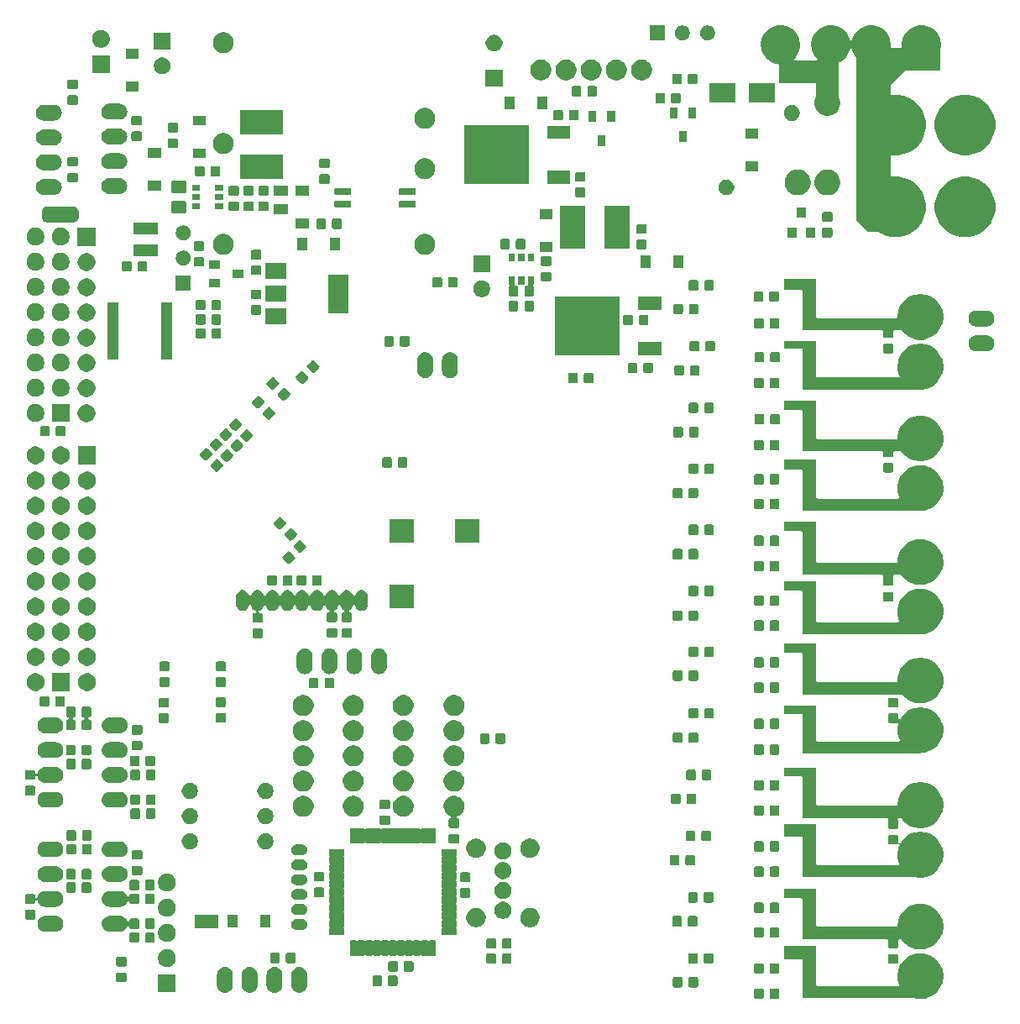
<source format=gbr>
G04 #@! TF.GenerationSoftware,KiCad,Pcbnew,(5.1.6)-1*
G04 #@! TF.CreationDate,2022-04-26T23:12:10+09:00*
G04 #@! TF.ProjectId,Main,4d61696e-2e6b-4696-9361-645f70636258,rev?*
G04 #@! TF.SameCoordinates,Original*
G04 #@! TF.FileFunction,Soldermask,Bot*
G04 #@! TF.FilePolarity,Negative*
%FSLAX46Y46*%
G04 Gerber Fmt 4.6, Leading zero omitted, Abs format (unit mm)*
G04 Created by KiCad (PCBNEW (5.1.6)-1) date 2022-04-26 23:12:10*
%MOMM*%
%LPD*%
G01*
G04 APERTURE LIST*
%ADD10C,0.100000*%
G04 APERTURE END LIST*
D10*
G36*
X116500000Y-135425001D02*
G01*
X116502402Y-135449387D01*
X116509515Y-135472836D01*
X116521066Y-135494447D01*
X116536611Y-135513389D01*
X116555553Y-135528934D01*
X116577164Y-135540485D01*
X116600613Y-135547598D01*
X116624999Y-135550000D01*
X124736555Y-135550000D01*
X124760941Y-135547598D01*
X124784390Y-135540485D01*
X124806001Y-135528934D01*
X124824943Y-135513389D01*
X124840488Y-135494447D01*
X124852039Y-135472836D01*
X124859152Y-135449387D01*
X124861554Y-135425001D01*
X124859152Y-135400615D01*
X124852039Y-135377166D01*
X124851233Y-135375220D01*
X124787426Y-135221177D01*
X124721899Y-134891750D01*
X124699000Y-134776630D01*
X124699000Y-134323370D01*
X124764339Y-133994890D01*
X124787426Y-133878823D01*
X124960880Y-133460068D01*
X125212696Y-133083198D01*
X125533198Y-132762696D01*
X125910068Y-132510880D01*
X126328823Y-132337426D01*
X126601355Y-132283216D01*
X126773370Y-132249000D01*
X127226630Y-132249000D01*
X127398645Y-132283216D01*
X127671177Y-132337426D01*
X128089932Y-132510880D01*
X128466802Y-132762696D01*
X128787304Y-133083198D01*
X129039120Y-133460068D01*
X129212574Y-133878823D01*
X129235661Y-133994890D01*
X129301000Y-134323370D01*
X129301000Y-134776630D01*
X129278101Y-134891750D01*
X129212574Y-135221177D01*
X129039120Y-135639932D01*
X128787304Y-136016802D01*
X128466802Y-136337304D01*
X128089932Y-136589120D01*
X127671177Y-136762574D01*
X127559258Y-136784836D01*
X127226630Y-136851000D01*
X126773370Y-136851000D01*
X126662234Y-136828894D01*
X126328823Y-136762574D01*
X126321432Y-136759513D01*
X126297991Y-136752402D01*
X126273604Y-136750000D01*
X115100000Y-136750000D01*
X115100000Y-132924999D01*
X115097598Y-132900613D01*
X115090485Y-132877164D01*
X115078934Y-132855553D01*
X115063389Y-132836611D01*
X115044447Y-132821066D01*
X115022836Y-132809515D01*
X114999387Y-132802402D01*
X114975001Y-132800000D01*
X113250000Y-132800000D01*
X113250000Y-131500000D01*
X116500000Y-131500000D01*
X116500000Y-135425001D01*
G37*
G36*
X112629591Y-135778085D02*
G01*
X112663569Y-135788393D01*
X112694890Y-135805134D01*
X112722339Y-135827661D01*
X112744866Y-135855110D01*
X112761607Y-135886431D01*
X112771915Y-135920409D01*
X112776000Y-135961890D01*
X112776000Y-136638110D01*
X112771915Y-136679591D01*
X112761607Y-136713569D01*
X112744866Y-136744890D01*
X112722339Y-136772339D01*
X112694890Y-136794866D01*
X112663569Y-136811607D01*
X112629591Y-136821915D01*
X112588110Y-136826000D01*
X111986890Y-136826000D01*
X111945409Y-136821915D01*
X111911431Y-136811607D01*
X111880110Y-136794866D01*
X111852661Y-136772339D01*
X111830134Y-136744890D01*
X111813393Y-136713569D01*
X111803085Y-136679591D01*
X111799000Y-136638110D01*
X111799000Y-135961890D01*
X111803085Y-135920409D01*
X111813393Y-135886431D01*
X111830134Y-135855110D01*
X111852661Y-135827661D01*
X111880110Y-135805134D01*
X111911431Y-135788393D01*
X111945409Y-135778085D01*
X111986890Y-135774000D01*
X112588110Y-135774000D01*
X112629591Y-135778085D01*
G37*
G36*
X111054591Y-135778085D02*
G01*
X111088569Y-135788393D01*
X111119890Y-135805134D01*
X111147339Y-135827661D01*
X111169866Y-135855110D01*
X111186607Y-135886431D01*
X111196915Y-135920409D01*
X111201000Y-135961890D01*
X111201000Y-136638110D01*
X111196915Y-136679591D01*
X111186607Y-136713569D01*
X111169866Y-136744890D01*
X111147339Y-136772339D01*
X111119890Y-136794866D01*
X111088569Y-136811607D01*
X111054591Y-136821915D01*
X111013110Y-136826000D01*
X110411890Y-136826000D01*
X110370409Y-136821915D01*
X110336431Y-136811607D01*
X110305110Y-136794866D01*
X110277661Y-136772339D01*
X110255134Y-136744890D01*
X110238393Y-136713569D01*
X110228085Y-136679591D01*
X110224000Y-136638110D01*
X110224000Y-135961890D01*
X110228085Y-135920409D01*
X110238393Y-135886431D01*
X110255134Y-135855110D01*
X110277661Y-135827661D01*
X110305110Y-135805134D01*
X110336431Y-135788393D01*
X110370409Y-135778085D01*
X110411890Y-135774000D01*
X111013110Y-135774000D01*
X111054591Y-135778085D01*
G37*
G36*
X59507022Y-133610590D02*
G01*
X59607681Y-133641125D01*
X59658012Y-133656392D01*
X59797164Y-133730771D01*
X59919133Y-133830867D01*
X59996566Y-133925220D01*
X60019229Y-133952835D01*
X60093608Y-134091987D01*
X60103689Y-134125220D01*
X60139410Y-134242977D01*
X60151000Y-134360655D01*
X60151000Y-135439345D01*
X60139410Y-135557023D01*
X60115806Y-135634836D01*
X60093608Y-135708013D01*
X60019229Y-135847165D01*
X59919133Y-135969133D01*
X59797165Y-136069229D01*
X59658013Y-136143608D01*
X59633644Y-136151000D01*
X59507023Y-136189410D01*
X59350000Y-136204875D01*
X59192978Y-136189410D01*
X59066357Y-136151000D01*
X59041988Y-136143608D01*
X58902836Y-136069229D01*
X58780868Y-135969133D01*
X58680772Y-135847165D01*
X58606393Y-135708013D01*
X58584195Y-135634836D01*
X58560591Y-135557023D01*
X58549001Y-135439345D01*
X58549000Y-134360656D01*
X58560590Y-134242978D01*
X58591125Y-134142319D01*
X58606392Y-134091988D01*
X58680771Y-133952836D01*
X58680772Y-133952835D01*
X58780867Y-133830867D01*
X58902835Y-133730771D01*
X59041987Y-133656392D01*
X59092318Y-133641125D01*
X59192977Y-133610590D01*
X59350000Y-133595125D01*
X59507022Y-133610590D01*
G37*
G36*
X64507022Y-133610590D02*
G01*
X64607681Y-133641125D01*
X64658012Y-133656392D01*
X64797164Y-133730771D01*
X64919133Y-133830867D01*
X64996566Y-133925220D01*
X65019229Y-133952835D01*
X65093608Y-134091987D01*
X65103689Y-134125220D01*
X65139410Y-134242977D01*
X65151000Y-134360655D01*
X65151000Y-135439345D01*
X65139410Y-135557023D01*
X65115806Y-135634836D01*
X65093608Y-135708013D01*
X65019229Y-135847165D01*
X64919133Y-135969133D01*
X64797165Y-136069229D01*
X64658013Y-136143608D01*
X64633644Y-136151000D01*
X64507023Y-136189410D01*
X64350000Y-136204875D01*
X64192978Y-136189410D01*
X64066357Y-136151000D01*
X64041988Y-136143608D01*
X63902836Y-136069229D01*
X63780868Y-135969133D01*
X63680772Y-135847165D01*
X63606393Y-135708013D01*
X63584195Y-135634836D01*
X63560591Y-135557023D01*
X63549001Y-135439345D01*
X63549000Y-134360656D01*
X63560590Y-134242978D01*
X63591125Y-134142319D01*
X63606392Y-134091988D01*
X63680771Y-133952836D01*
X63680772Y-133952835D01*
X63780867Y-133830867D01*
X63902835Y-133730771D01*
X64041987Y-133656392D01*
X64092318Y-133641125D01*
X64192977Y-133610590D01*
X64350000Y-133595125D01*
X64507022Y-133610590D01*
G37*
G36*
X62007022Y-133610590D02*
G01*
X62107681Y-133641125D01*
X62158012Y-133656392D01*
X62297164Y-133730771D01*
X62419133Y-133830867D01*
X62496566Y-133925220D01*
X62519229Y-133952835D01*
X62593608Y-134091987D01*
X62603689Y-134125220D01*
X62639410Y-134242977D01*
X62651000Y-134360655D01*
X62651000Y-135439345D01*
X62639410Y-135557023D01*
X62615806Y-135634836D01*
X62593608Y-135708013D01*
X62519229Y-135847165D01*
X62419133Y-135969133D01*
X62297165Y-136069229D01*
X62158013Y-136143608D01*
X62133644Y-136151000D01*
X62007023Y-136189410D01*
X61850000Y-136204875D01*
X61692978Y-136189410D01*
X61566357Y-136151000D01*
X61541988Y-136143608D01*
X61402836Y-136069229D01*
X61280868Y-135969133D01*
X61180772Y-135847165D01*
X61106393Y-135708013D01*
X61084195Y-135634836D01*
X61060591Y-135557023D01*
X61049001Y-135439345D01*
X61049000Y-134360656D01*
X61060590Y-134242978D01*
X61091125Y-134142319D01*
X61106392Y-134091988D01*
X61180771Y-133952836D01*
X61180772Y-133952835D01*
X61280867Y-133830867D01*
X61402835Y-133730771D01*
X61541987Y-133656392D01*
X61592318Y-133641125D01*
X61692977Y-133610590D01*
X61850000Y-133595125D01*
X62007022Y-133610590D01*
G37*
G36*
X57007022Y-133610590D02*
G01*
X57107681Y-133641125D01*
X57158012Y-133656392D01*
X57297164Y-133730771D01*
X57419133Y-133830867D01*
X57496566Y-133925220D01*
X57519229Y-133952835D01*
X57593608Y-134091987D01*
X57603689Y-134125220D01*
X57639410Y-134242977D01*
X57651000Y-134360655D01*
X57651000Y-135439345D01*
X57639410Y-135557023D01*
X57615806Y-135634836D01*
X57593608Y-135708013D01*
X57519229Y-135847165D01*
X57419133Y-135969133D01*
X57297165Y-136069229D01*
X57158013Y-136143608D01*
X57133644Y-136151000D01*
X57007023Y-136189410D01*
X56850000Y-136204875D01*
X56692978Y-136189410D01*
X56566357Y-136151000D01*
X56541988Y-136143608D01*
X56402836Y-136069229D01*
X56280868Y-135969133D01*
X56180772Y-135847165D01*
X56106393Y-135708013D01*
X56084195Y-135634836D01*
X56060591Y-135557023D01*
X56049001Y-135439345D01*
X56049000Y-134360656D01*
X56060590Y-134242978D01*
X56091125Y-134142319D01*
X56106392Y-134091988D01*
X56180771Y-133952836D01*
X56180772Y-133952835D01*
X56280867Y-133830867D01*
X56402835Y-133730771D01*
X56541987Y-133656392D01*
X56592318Y-133641125D01*
X56692977Y-133610590D01*
X56850000Y-133595125D01*
X57007022Y-133610590D01*
G37*
G36*
X51901000Y-136151000D02*
G01*
X50099000Y-136151000D01*
X50099000Y-134349000D01*
X51901000Y-134349000D01*
X51901000Y-136151000D01*
G37*
G36*
X102854591Y-134628085D02*
G01*
X102888569Y-134638393D01*
X102919890Y-134655134D01*
X102947339Y-134677661D01*
X102969866Y-134705110D01*
X102986607Y-134736431D01*
X102996915Y-134770409D01*
X103001000Y-134811890D01*
X103001000Y-135488110D01*
X102996915Y-135529591D01*
X102986607Y-135563569D01*
X102969866Y-135594890D01*
X102947339Y-135622339D01*
X102919890Y-135644866D01*
X102888569Y-135661607D01*
X102854591Y-135671915D01*
X102813110Y-135676000D01*
X102211890Y-135676000D01*
X102170409Y-135671915D01*
X102136431Y-135661607D01*
X102105110Y-135644866D01*
X102077661Y-135622339D01*
X102055134Y-135594890D01*
X102038393Y-135563569D01*
X102028085Y-135529591D01*
X102024000Y-135488110D01*
X102024000Y-134811890D01*
X102028085Y-134770409D01*
X102038393Y-134736431D01*
X102055134Y-134705110D01*
X102077661Y-134677661D01*
X102105110Y-134655134D01*
X102136431Y-134638393D01*
X102170409Y-134628085D01*
X102211890Y-134624000D01*
X102813110Y-134624000D01*
X102854591Y-134628085D01*
G37*
G36*
X104429591Y-134628085D02*
G01*
X104463569Y-134638393D01*
X104494890Y-134655134D01*
X104522339Y-134677661D01*
X104544866Y-134705110D01*
X104561607Y-134736431D01*
X104571915Y-134770409D01*
X104576000Y-134811890D01*
X104576000Y-135488110D01*
X104571915Y-135529591D01*
X104561607Y-135563569D01*
X104544866Y-135594890D01*
X104522339Y-135622339D01*
X104494890Y-135644866D01*
X104463569Y-135661607D01*
X104429591Y-135671915D01*
X104388110Y-135676000D01*
X103786890Y-135676000D01*
X103745409Y-135671915D01*
X103711431Y-135661607D01*
X103680110Y-135644866D01*
X103652661Y-135622339D01*
X103630134Y-135594890D01*
X103613393Y-135563569D01*
X103603085Y-135529591D01*
X103599000Y-135488110D01*
X103599000Y-134811890D01*
X103603085Y-134770409D01*
X103613393Y-134736431D01*
X103630134Y-134705110D01*
X103652661Y-134677661D01*
X103680110Y-134655134D01*
X103711431Y-134638393D01*
X103745409Y-134628085D01*
X103786890Y-134624000D01*
X104388110Y-134624000D01*
X104429591Y-134628085D01*
G37*
G36*
X74129591Y-134478085D02*
G01*
X74163569Y-134488393D01*
X74194890Y-134505134D01*
X74222339Y-134527661D01*
X74244866Y-134555110D01*
X74261607Y-134586431D01*
X74271915Y-134620409D01*
X74276000Y-134661890D01*
X74276000Y-135338110D01*
X74271915Y-135379591D01*
X74261607Y-135413569D01*
X74244866Y-135444890D01*
X74222339Y-135472339D01*
X74194890Y-135494866D01*
X74163569Y-135511607D01*
X74129591Y-135521915D01*
X74088110Y-135526000D01*
X73486890Y-135526000D01*
X73445409Y-135521915D01*
X73411431Y-135511607D01*
X73380110Y-135494866D01*
X73352661Y-135472339D01*
X73330134Y-135444890D01*
X73313393Y-135413569D01*
X73303085Y-135379591D01*
X73299000Y-135338110D01*
X73299000Y-134661890D01*
X73303085Y-134620409D01*
X73313393Y-134586431D01*
X73330134Y-134555110D01*
X73352661Y-134527661D01*
X73380110Y-134505134D01*
X73411431Y-134488393D01*
X73445409Y-134478085D01*
X73486890Y-134474000D01*
X74088110Y-134474000D01*
X74129591Y-134478085D01*
G37*
G36*
X72554591Y-134478085D02*
G01*
X72588569Y-134488393D01*
X72619890Y-134505134D01*
X72647339Y-134527661D01*
X72669866Y-134555110D01*
X72686607Y-134586431D01*
X72696915Y-134620409D01*
X72701000Y-134661890D01*
X72701000Y-135338110D01*
X72696915Y-135379591D01*
X72686607Y-135413569D01*
X72669866Y-135444890D01*
X72647339Y-135472339D01*
X72619890Y-135494866D01*
X72588569Y-135511607D01*
X72554591Y-135521915D01*
X72513110Y-135526000D01*
X71911890Y-135526000D01*
X71870409Y-135521915D01*
X71836431Y-135511607D01*
X71805110Y-135494866D01*
X71777661Y-135472339D01*
X71755134Y-135444890D01*
X71738393Y-135413569D01*
X71728085Y-135379591D01*
X71724000Y-135338110D01*
X71724000Y-134661890D01*
X71728085Y-134620409D01*
X71738393Y-134586431D01*
X71755134Y-134555110D01*
X71777661Y-134527661D01*
X71805110Y-134505134D01*
X71836431Y-134488393D01*
X71870409Y-134478085D01*
X71911890Y-134474000D01*
X72513110Y-134474000D01*
X72554591Y-134478085D01*
G37*
G36*
X46799591Y-134163085D02*
G01*
X46833569Y-134173393D01*
X46864890Y-134190134D01*
X46892339Y-134212661D01*
X46914866Y-134240110D01*
X46931607Y-134271431D01*
X46941915Y-134305409D01*
X46946000Y-134346890D01*
X46946000Y-134948110D01*
X46941915Y-134989591D01*
X46931607Y-135023569D01*
X46914866Y-135054890D01*
X46892339Y-135082339D01*
X46864890Y-135104866D01*
X46833569Y-135121607D01*
X46799591Y-135131915D01*
X46758110Y-135136000D01*
X46081890Y-135136000D01*
X46040409Y-135131915D01*
X46006431Y-135121607D01*
X45975110Y-135104866D01*
X45947661Y-135082339D01*
X45925134Y-135054890D01*
X45908393Y-135023569D01*
X45898085Y-134989591D01*
X45894000Y-134948110D01*
X45894000Y-134346890D01*
X45898085Y-134305409D01*
X45908393Y-134271431D01*
X45925134Y-134240110D01*
X45947661Y-134212661D01*
X45975110Y-134190134D01*
X46006431Y-134173393D01*
X46040409Y-134163085D01*
X46081890Y-134159000D01*
X46758110Y-134159000D01*
X46799591Y-134163085D01*
G37*
G36*
X111054591Y-133228085D02*
G01*
X111088569Y-133238393D01*
X111119890Y-133255134D01*
X111147339Y-133277661D01*
X111169866Y-133305110D01*
X111186607Y-133336431D01*
X111196915Y-133370409D01*
X111201000Y-133411890D01*
X111201000Y-134088110D01*
X111196915Y-134129591D01*
X111186607Y-134163569D01*
X111169866Y-134194890D01*
X111147339Y-134222339D01*
X111119890Y-134244866D01*
X111088569Y-134261607D01*
X111054591Y-134271915D01*
X111013110Y-134276000D01*
X110411890Y-134276000D01*
X110370409Y-134271915D01*
X110336431Y-134261607D01*
X110305110Y-134244866D01*
X110277661Y-134222339D01*
X110255134Y-134194890D01*
X110238393Y-134163569D01*
X110228085Y-134129591D01*
X110224000Y-134088110D01*
X110224000Y-133411890D01*
X110228085Y-133370409D01*
X110238393Y-133336431D01*
X110255134Y-133305110D01*
X110277661Y-133277661D01*
X110305110Y-133255134D01*
X110336431Y-133238393D01*
X110370409Y-133228085D01*
X110411890Y-133224000D01*
X111013110Y-133224000D01*
X111054591Y-133228085D01*
G37*
G36*
X112629591Y-133228085D02*
G01*
X112663569Y-133238393D01*
X112694890Y-133255134D01*
X112722339Y-133277661D01*
X112744866Y-133305110D01*
X112761607Y-133336431D01*
X112771915Y-133370409D01*
X112776000Y-133411890D01*
X112776000Y-134088110D01*
X112771915Y-134129591D01*
X112761607Y-134163569D01*
X112744866Y-134194890D01*
X112722339Y-134222339D01*
X112694890Y-134244866D01*
X112663569Y-134261607D01*
X112629591Y-134271915D01*
X112588110Y-134276000D01*
X111986890Y-134276000D01*
X111945409Y-134271915D01*
X111911431Y-134261607D01*
X111880110Y-134244866D01*
X111852661Y-134222339D01*
X111830134Y-134194890D01*
X111813393Y-134163569D01*
X111803085Y-134129591D01*
X111799000Y-134088110D01*
X111799000Y-133411890D01*
X111803085Y-133370409D01*
X111813393Y-133336431D01*
X111830134Y-133305110D01*
X111852661Y-133277661D01*
X111880110Y-133255134D01*
X111911431Y-133238393D01*
X111945409Y-133228085D01*
X111986890Y-133224000D01*
X112588110Y-133224000D01*
X112629591Y-133228085D01*
G37*
G36*
X75729591Y-133028085D02*
G01*
X75763569Y-133038393D01*
X75794890Y-133055134D01*
X75822339Y-133077661D01*
X75844866Y-133105110D01*
X75861607Y-133136431D01*
X75871915Y-133170409D01*
X75876000Y-133211890D01*
X75876000Y-133888110D01*
X75871915Y-133929591D01*
X75861607Y-133963569D01*
X75844866Y-133994890D01*
X75822339Y-134022339D01*
X75794890Y-134044866D01*
X75763569Y-134061607D01*
X75729591Y-134071915D01*
X75688110Y-134076000D01*
X75086890Y-134076000D01*
X75045409Y-134071915D01*
X75011431Y-134061607D01*
X74980110Y-134044866D01*
X74952661Y-134022339D01*
X74930134Y-133994890D01*
X74913393Y-133963569D01*
X74903085Y-133929591D01*
X74899000Y-133888110D01*
X74899000Y-133211890D01*
X74903085Y-133170409D01*
X74913393Y-133136431D01*
X74930134Y-133105110D01*
X74952661Y-133077661D01*
X74980110Y-133055134D01*
X75011431Y-133038393D01*
X75045409Y-133028085D01*
X75086890Y-133024000D01*
X75688110Y-133024000D01*
X75729591Y-133028085D01*
G37*
G36*
X74154591Y-133028085D02*
G01*
X74188569Y-133038393D01*
X74219890Y-133055134D01*
X74247339Y-133077661D01*
X74269866Y-133105110D01*
X74286607Y-133136431D01*
X74296915Y-133170409D01*
X74301000Y-133211890D01*
X74301000Y-133888110D01*
X74296915Y-133929591D01*
X74286607Y-133963569D01*
X74269866Y-133994890D01*
X74247339Y-134022339D01*
X74219890Y-134044866D01*
X74188569Y-134061607D01*
X74154591Y-134071915D01*
X74113110Y-134076000D01*
X73511890Y-134076000D01*
X73470409Y-134071915D01*
X73436431Y-134061607D01*
X73405110Y-134044866D01*
X73377661Y-134022339D01*
X73355134Y-133994890D01*
X73338393Y-133963569D01*
X73328085Y-133929591D01*
X73324000Y-133888110D01*
X73324000Y-133211890D01*
X73328085Y-133170409D01*
X73338393Y-133136431D01*
X73355134Y-133105110D01*
X73377661Y-133077661D01*
X73405110Y-133055134D01*
X73436431Y-133038393D01*
X73470409Y-133028085D01*
X73511890Y-133024000D01*
X74113110Y-133024000D01*
X74154591Y-133028085D01*
G37*
G36*
X51113512Y-131813927D02*
G01*
X51262812Y-131843624D01*
X51426784Y-131911544D01*
X51574354Y-132010147D01*
X51699853Y-132135646D01*
X51798456Y-132283216D01*
X51866376Y-132447188D01*
X51901000Y-132621259D01*
X51901000Y-132798741D01*
X51866376Y-132972812D01*
X51798456Y-133136784D01*
X51699853Y-133284354D01*
X51574354Y-133409853D01*
X51426784Y-133508456D01*
X51262812Y-133576376D01*
X51113512Y-133606073D01*
X51088742Y-133611000D01*
X50911258Y-133611000D01*
X50886488Y-133606073D01*
X50737188Y-133576376D01*
X50573216Y-133508456D01*
X50425646Y-133409853D01*
X50300147Y-133284354D01*
X50201544Y-133136784D01*
X50133624Y-132972812D01*
X50099000Y-132798741D01*
X50099000Y-132621259D01*
X50133624Y-132447188D01*
X50201544Y-132283216D01*
X50300147Y-132135646D01*
X50425646Y-132010147D01*
X50573216Y-131911544D01*
X50737188Y-131843624D01*
X50886488Y-131813927D01*
X50911258Y-131809000D01*
X51088742Y-131809000D01*
X51113512Y-131813927D01*
G37*
G36*
X46799591Y-132588085D02*
G01*
X46833569Y-132598393D01*
X46864890Y-132615134D01*
X46892339Y-132637661D01*
X46914866Y-132665110D01*
X46931607Y-132696431D01*
X46941915Y-132730409D01*
X46946000Y-132771890D01*
X46946000Y-133373110D01*
X46941915Y-133414591D01*
X46931607Y-133448569D01*
X46914866Y-133479890D01*
X46892339Y-133507339D01*
X46864890Y-133529866D01*
X46833569Y-133546607D01*
X46799591Y-133556915D01*
X46758110Y-133561000D01*
X46081890Y-133561000D01*
X46040409Y-133556915D01*
X46006431Y-133546607D01*
X45975110Y-133529866D01*
X45947661Y-133507339D01*
X45925134Y-133479890D01*
X45908393Y-133448569D01*
X45898085Y-133414591D01*
X45894000Y-133373110D01*
X45894000Y-132771890D01*
X45898085Y-132730409D01*
X45908393Y-132696431D01*
X45925134Y-132665110D01*
X45947661Y-132637661D01*
X45975110Y-132615134D01*
X46006431Y-132598393D01*
X46040409Y-132588085D01*
X46081890Y-132584000D01*
X46758110Y-132584000D01*
X46799591Y-132588085D01*
G37*
G36*
X104404591Y-132228085D02*
G01*
X104438569Y-132238393D01*
X104469890Y-132255134D01*
X104497339Y-132277661D01*
X104519866Y-132305110D01*
X104536607Y-132336431D01*
X104546915Y-132370409D01*
X104551000Y-132411890D01*
X104551000Y-133088110D01*
X104546915Y-133129591D01*
X104536607Y-133163569D01*
X104519866Y-133194890D01*
X104497339Y-133222339D01*
X104469890Y-133244866D01*
X104438569Y-133261607D01*
X104404591Y-133271915D01*
X104363110Y-133276000D01*
X103761890Y-133276000D01*
X103720409Y-133271915D01*
X103686431Y-133261607D01*
X103655110Y-133244866D01*
X103627661Y-133222339D01*
X103605134Y-133194890D01*
X103588393Y-133163569D01*
X103578085Y-133129591D01*
X103574000Y-133088110D01*
X103574000Y-132411890D01*
X103578085Y-132370409D01*
X103588393Y-132336431D01*
X103605134Y-132305110D01*
X103627661Y-132277661D01*
X103655110Y-132255134D01*
X103686431Y-132238393D01*
X103720409Y-132228085D01*
X103761890Y-132224000D01*
X104363110Y-132224000D01*
X104404591Y-132228085D01*
G37*
G36*
X84054591Y-132228085D02*
G01*
X84088569Y-132238393D01*
X84119890Y-132255134D01*
X84147339Y-132277661D01*
X84169866Y-132305110D01*
X84186607Y-132336431D01*
X84196915Y-132370409D01*
X84201000Y-132411890D01*
X84201000Y-133088110D01*
X84196915Y-133129591D01*
X84186607Y-133163569D01*
X84169866Y-133194890D01*
X84147339Y-133222339D01*
X84119890Y-133244866D01*
X84088569Y-133261607D01*
X84054591Y-133271915D01*
X84013110Y-133276000D01*
X83411890Y-133276000D01*
X83370409Y-133271915D01*
X83336431Y-133261607D01*
X83305110Y-133244866D01*
X83277661Y-133222339D01*
X83255134Y-133194890D01*
X83238393Y-133163569D01*
X83228085Y-133129591D01*
X83224000Y-133088110D01*
X83224000Y-132411890D01*
X83228085Y-132370409D01*
X83238393Y-132336431D01*
X83255134Y-132305110D01*
X83277661Y-132277661D01*
X83305110Y-132255134D01*
X83336431Y-132238393D01*
X83370409Y-132228085D01*
X83411890Y-132224000D01*
X84013110Y-132224000D01*
X84054591Y-132228085D01*
G37*
G36*
X85629591Y-132228085D02*
G01*
X85663569Y-132238393D01*
X85694890Y-132255134D01*
X85722339Y-132277661D01*
X85744866Y-132305110D01*
X85761607Y-132336431D01*
X85771915Y-132370409D01*
X85776000Y-132411890D01*
X85776000Y-133088110D01*
X85771915Y-133129591D01*
X85761607Y-133163569D01*
X85744866Y-133194890D01*
X85722339Y-133222339D01*
X85694890Y-133244866D01*
X85663569Y-133261607D01*
X85629591Y-133271915D01*
X85588110Y-133276000D01*
X84986890Y-133276000D01*
X84945409Y-133271915D01*
X84911431Y-133261607D01*
X84880110Y-133244866D01*
X84852661Y-133222339D01*
X84830134Y-133194890D01*
X84813393Y-133163569D01*
X84803085Y-133129591D01*
X84799000Y-133088110D01*
X84799000Y-132411890D01*
X84803085Y-132370409D01*
X84813393Y-132336431D01*
X84830134Y-132305110D01*
X84852661Y-132277661D01*
X84880110Y-132255134D01*
X84911431Y-132238393D01*
X84945409Y-132228085D01*
X84986890Y-132224000D01*
X85588110Y-132224000D01*
X85629591Y-132228085D01*
G37*
G36*
X105979591Y-132228085D02*
G01*
X106013569Y-132238393D01*
X106044890Y-132255134D01*
X106072339Y-132277661D01*
X106094866Y-132305110D01*
X106111607Y-132336431D01*
X106121915Y-132370409D01*
X106126000Y-132411890D01*
X106126000Y-133088110D01*
X106121915Y-133129591D01*
X106111607Y-133163569D01*
X106094866Y-133194890D01*
X106072339Y-133222339D01*
X106044890Y-133244866D01*
X106013569Y-133261607D01*
X105979591Y-133271915D01*
X105938110Y-133276000D01*
X105336890Y-133276000D01*
X105295409Y-133271915D01*
X105261431Y-133261607D01*
X105230110Y-133244866D01*
X105202661Y-133222339D01*
X105180134Y-133194890D01*
X105163393Y-133163569D01*
X105153085Y-133129591D01*
X105149000Y-133088110D01*
X105149000Y-132411890D01*
X105153085Y-132370409D01*
X105163393Y-132336431D01*
X105180134Y-132305110D01*
X105202661Y-132277661D01*
X105230110Y-132255134D01*
X105261431Y-132238393D01*
X105295409Y-132228085D01*
X105336890Y-132224000D01*
X105938110Y-132224000D01*
X105979591Y-132228085D01*
G37*
G36*
X124629591Y-132303085D02*
G01*
X124663569Y-132313393D01*
X124694890Y-132330134D01*
X124722339Y-132352661D01*
X124744866Y-132380110D01*
X124761607Y-132411431D01*
X124771915Y-132445409D01*
X124776000Y-132486890D01*
X124776000Y-133088110D01*
X124771915Y-133129591D01*
X124761607Y-133163569D01*
X124744866Y-133194890D01*
X124722339Y-133222339D01*
X124694890Y-133244866D01*
X124663569Y-133261607D01*
X124629591Y-133271915D01*
X124588110Y-133276000D01*
X123911890Y-133276000D01*
X123870409Y-133271915D01*
X123836431Y-133261607D01*
X123805110Y-133244866D01*
X123777661Y-133222339D01*
X123755134Y-133194890D01*
X123738393Y-133163569D01*
X123728085Y-133129591D01*
X123724000Y-133088110D01*
X123724000Y-132486890D01*
X123728085Y-132445409D01*
X123738393Y-132411431D01*
X123755134Y-132380110D01*
X123777661Y-132352661D01*
X123805110Y-132330134D01*
X123836431Y-132313393D01*
X123870409Y-132303085D01*
X123911890Y-132299000D01*
X124588110Y-132299000D01*
X124629591Y-132303085D01*
G37*
G36*
X63829591Y-132178085D02*
G01*
X63863569Y-132188393D01*
X63894890Y-132205134D01*
X63922339Y-132227661D01*
X63944866Y-132255110D01*
X63961607Y-132286431D01*
X63971915Y-132320409D01*
X63976000Y-132361890D01*
X63976000Y-133038110D01*
X63971915Y-133079591D01*
X63961607Y-133113569D01*
X63944866Y-133144890D01*
X63922339Y-133172339D01*
X63894890Y-133194866D01*
X63863569Y-133211607D01*
X63829591Y-133221915D01*
X63788110Y-133226000D01*
X63186890Y-133226000D01*
X63145409Y-133221915D01*
X63111431Y-133211607D01*
X63080110Y-133194866D01*
X63052661Y-133172339D01*
X63030134Y-133144890D01*
X63013393Y-133113569D01*
X63003085Y-133079591D01*
X62999000Y-133038110D01*
X62999000Y-132361890D01*
X63003085Y-132320409D01*
X63013393Y-132286431D01*
X63030134Y-132255110D01*
X63052661Y-132227661D01*
X63080110Y-132205134D01*
X63111431Y-132188393D01*
X63145409Y-132178085D01*
X63186890Y-132174000D01*
X63788110Y-132174000D01*
X63829591Y-132178085D01*
G37*
G36*
X62254591Y-132178085D02*
G01*
X62288569Y-132188393D01*
X62319890Y-132205134D01*
X62347339Y-132227661D01*
X62369866Y-132255110D01*
X62386607Y-132286431D01*
X62396915Y-132320409D01*
X62401000Y-132361890D01*
X62401000Y-133038110D01*
X62396915Y-133079591D01*
X62386607Y-133113569D01*
X62369866Y-133144890D01*
X62347339Y-133172339D01*
X62319890Y-133194866D01*
X62288569Y-133211607D01*
X62254591Y-133221915D01*
X62213110Y-133226000D01*
X61611890Y-133226000D01*
X61570409Y-133221915D01*
X61536431Y-133211607D01*
X61505110Y-133194866D01*
X61477661Y-133172339D01*
X61455134Y-133144890D01*
X61438393Y-133113569D01*
X61428085Y-133079591D01*
X61424000Y-133038110D01*
X61424000Y-132361890D01*
X61428085Y-132320409D01*
X61438393Y-132286431D01*
X61455134Y-132255110D01*
X61477661Y-132227661D01*
X61505110Y-132205134D01*
X61536431Y-132188393D01*
X61570409Y-132178085D01*
X61611890Y-132174000D01*
X62213110Y-132174000D01*
X62254591Y-132178085D01*
G37*
G36*
X70044987Y-130926524D02*
G01*
X70063730Y-130932210D01*
X70080997Y-130941439D01*
X70096138Y-130953865D01*
X70103375Y-130962683D01*
X70120702Y-130980010D01*
X70141076Y-130993623D01*
X70163715Y-131003001D01*
X70187748Y-131007781D01*
X70212252Y-131007781D01*
X70236285Y-131003001D01*
X70258924Y-130993623D01*
X70279299Y-130980009D01*
X70296625Y-130962683D01*
X70303862Y-130953865D01*
X70319003Y-130941439D01*
X70336270Y-130932210D01*
X70355013Y-130926524D01*
X70380640Y-130924000D01*
X70819360Y-130924000D01*
X70844987Y-130926524D01*
X70863730Y-130932210D01*
X70880997Y-130941439D01*
X70896138Y-130953865D01*
X70903375Y-130962683D01*
X70920702Y-130980010D01*
X70941076Y-130993623D01*
X70963715Y-131003001D01*
X70987748Y-131007781D01*
X71012252Y-131007781D01*
X71036285Y-131003001D01*
X71058924Y-130993623D01*
X71079299Y-130980009D01*
X71096625Y-130962683D01*
X71103862Y-130953865D01*
X71119003Y-130941439D01*
X71136270Y-130932210D01*
X71155013Y-130926524D01*
X71180640Y-130924000D01*
X71619360Y-130924000D01*
X71644987Y-130926524D01*
X71663730Y-130932210D01*
X71680997Y-130941439D01*
X71696138Y-130953865D01*
X71703375Y-130962683D01*
X71720702Y-130980010D01*
X71741076Y-130993623D01*
X71763715Y-131003001D01*
X71787748Y-131007781D01*
X71812252Y-131007781D01*
X71836285Y-131003001D01*
X71858924Y-130993623D01*
X71879299Y-130980009D01*
X71896625Y-130962683D01*
X71903862Y-130953865D01*
X71919003Y-130941439D01*
X71936270Y-130932210D01*
X71955013Y-130926524D01*
X71980640Y-130924000D01*
X72419360Y-130924000D01*
X72444987Y-130926524D01*
X72463730Y-130932210D01*
X72480997Y-130941439D01*
X72496138Y-130953865D01*
X72503375Y-130962683D01*
X72520702Y-130980010D01*
X72541076Y-130993623D01*
X72563715Y-131003001D01*
X72587748Y-131007781D01*
X72612252Y-131007781D01*
X72636285Y-131003001D01*
X72658924Y-130993623D01*
X72679299Y-130980009D01*
X72696625Y-130962683D01*
X72703862Y-130953865D01*
X72719003Y-130941439D01*
X72736270Y-130932210D01*
X72755013Y-130926524D01*
X72780640Y-130924000D01*
X73219360Y-130924000D01*
X73244987Y-130926524D01*
X73263730Y-130932210D01*
X73280997Y-130941439D01*
X73296138Y-130953865D01*
X73303375Y-130962683D01*
X73320702Y-130980010D01*
X73341076Y-130993623D01*
X73363715Y-131003001D01*
X73387748Y-131007781D01*
X73412252Y-131007781D01*
X73436285Y-131003001D01*
X73458924Y-130993623D01*
X73479299Y-130980009D01*
X73496625Y-130962683D01*
X73503862Y-130953865D01*
X73519003Y-130941439D01*
X73536270Y-130932210D01*
X73555013Y-130926524D01*
X73580640Y-130924000D01*
X74019360Y-130924000D01*
X74044987Y-130926524D01*
X74063730Y-130932210D01*
X74080997Y-130941439D01*
X74096138Y-130953865D01*
X74103375Y-130962683D01*
X74120702Y-130980010D01*
X74141076Y-130993623D01*
X74163715Y-131003001D01*
X74187748Y-131007781D01*
X74212252Y-131007781D01*
X74236285Y-131003001D01*
X74258924Y-130993623D01*
X74279299Y-130980009D01*
X74296625Y-130962683D01*
X74303862Y-130953865D01*
X74319003Y-130941439D01*
X74336270Y-130932210D01*
X74355013Y-130926524D01*
X74380640Y-130924000D01*
X74819360Y-130924000D01*
X74844987Y-130926524D01*
X74863730Y-130932210D01*
X74880997Y-130941439D01*
X74896138Y-130953865D01*
X74903375Y-130962683D01*
X74920702Y-130980010D01*
X74941076Y-130993623D01*
X74963715Y-131003001D01*
X74987748Y-131007781D01*
X75012252Y-131007781D01*
X75036285Y-131003001D01*
X75058924Y-130993623D01*
X75079299Y-130980009D01*
X75096625Y-130962683D01*
X75103862Y-130953865D01*
X75119003Y-130941439D01*
X75136270Y-130932210D01*
X75155013Y-130926524D01*
X75180640Y-130924000D01*
X75619360Y-130924000D01*
X75644987Y-130926524D01*
X75663730Y-130932210D01*
X75680997Y-130941439D01*
X75696138Y-130953865D01*
X75703375Y-130962683D01*
X75720702Y-130980010D01*
X75741076Y-130993623D01*
X75763715Y-131003001D01*
X75787748Y-131007781D01*
X75812252Y-131007781D01*
X75836285Y-131003001D01*
X75858924Y-130993623D01*
X75879299Y-130980009D01*
X75896625Y-130962683D01*
X75903862Y-130953865D01*
X75919003Y-130941439D01*
X75936270Y-130932210D01*
X75955013Y-130926524D01*
X75980640Y-130924000D01*
X76419360Y-130924000D01*
X76444987Y-130926524D01*
X76463730Y-130932210D01*
X76480997Y-130941439D01*
X76496138Y-130953865D01*
X76503375Y-130962683D01*
X76520702Y-130980010D01*
X76541076Y-130993623D01*
X76563715Y-131003001D01*
X76587748Y-131007781D01*
X76612252Y-131007781D01*
X76636285Y-131003001D01*
X76658924Y-130993623D01*
X76679299Y-130980009D01*
X76696625Y-130962683D01*
X76703862Y-130953865D01*
X76719003Y-130941439D01*
X76736270Y-130932210D01*
X76755013Y-130926524D01*
X76780640Y-130924000D01*
X77219360Y-130924000D01*
X77244987Y-130926524D01*
X77263730Y-130932210D01*
X77280997Y-130941439D01*
X77296138Y-130953865D01*
X77303375Y-130962683D01*
X77320702Y-130980010D01*
X77341076Y-130993623D01*
X77363715Y-131003001D01*
X77387748Y-131007781D01*
X77412252Y-131007781D01*
X77436285Y-131003001D01*
X77458924Y-130993623D01*
X77479299Y-130980009D01*
X77496625Y-130962683D01*
X77503862Y-130953865D01*
X77519003Y-130941439D01*
X77536270Y-130932210D01*
X77555013Y-130926524D01*
X77580640Y-130924000D01*
X78019360Y-130924000D01*
X78044987Y-130926524D01*
X78063730Y-130932210D01*
X78080997Y-130941439D01*
X78096136Y-130953864D01*
X78108561Y-130969003D01*
X78117790Y-130986270D01*
X78123476Y-131005013D01*
X78126000Y-131030640D01*
X78126000Y-132394360D01*
X78123476Y-132419987D01*
X78117790Y-132438730D01*
X78108561Y-132455997D01*
X78096136Y-132471136D01*
X78080997Y-132483561D01*
X78063730Y-132492790D01*
X78044987Y-132498476D01*
X78019360Y-132501000D01*
X77580640Y-132501000D01*
X77555013Y-132498476D01*
X77536270Y-132492790D01*
X77519003Y-132483561D01*
X77503862Y-132471135D01*
X77496625Y-132462317D01*
X77479298Y-132444990D01*
X77458924Y-132431377D01*
X77436285Y-132421999D01*
X77412252Y-132417219D01*
X77387748Y-132417219D01*
X77363715Y-132421999D01*
X77341076Y-132431377D01*
X77320701Y-132444991D01*
X77303375Y-132462317D01*
X77296138Y-132471135D01*
X77280997Y-132483561D01*
X77263730Y-132492790D01*
X77244987Y-132498476D01*
X77219360Y-132501000D01*
X76780640Y-132501000D01*
X76755013Y-132498476D01*
X76736270Y-132492790D01*
X76719003Y-132483561D01*
X76703862Y-132471135D01*
X76696625Y-132462317D01*
X76679298Y-132444990D01*
X76658924Y-132431377D01*
X76636285Y-132421999D01*
X76612252Y-132417219D01*
X76587748Y-132417219D01*
X76563715Y-132421999D01*
X76541076Y-132431377D01*
X76520701Y-132444991D01*
X76503375Y-132462317D01*
X76496138Y-132471135D01*
X76480997Y-132483561D01*
X76463730Y-132492790D01*
X76444987Y-132498476D01*
X76419360Y-132501000D01*
X75980640Y-132501000D01*
X75955013Y-132498476D01*
X75936270Y-132492790D01*
X75919003Y-132483561D01*
X75903862Y-132471135D01*
X75896625Y-132462317D01*
X75879298Y-132444990D01*
X75858924Y-132431377D01*
X75836285Y-132421999D01*
X75812252Y-132417219D01*
X75787748Y-132417219D01*
X75763715Y-132421999D01*
X75741076Y-132431377D01*
X75720701Y-132444991D01*
X75703375Y-132462317D01*
X75696138Y-132471135D01*
X75680997Y-132483561D01*
X75663730Y-132492790D01*
X75644987Y-132498476D01*
X75619360Y-132501000D01*
X75180640Y-132501000D01*
X75155013Y-132498476D01*
X75136270Y-132492790D01*
X75119003Y-132483561D01*
X75103862Y-132471135D01*
X75096625Y-132462317D01*
X75079298Y-132444990D01*
X75058924Y-132431377D01*
X75036285Y-132421999D01*
X75012252Y-132417219D01*
X74987748Y-132417219D01*
X74963715Y-132421999D01*
X74941076Y-132431377D01*
X74920701Y-132444991D01*
X74903375Y-132462317D01*
X74896138Y-132471135D01*
X74880997Y-132483561D01*
X74863730Y-132492790D01*
X74844987Y-132498476D01*
X74819360Y-132501000D01*
X74380640Y-132501000D01*
X74355013Y-132498476D01*
X74336270Y-132492790D01*
X74319003Y-132483561D01*
X74303862Y-132471135D01*
X74296625Y-132462317D01*
X74279298Y-132444990D01*
X74258924Y-132431377D01*
X74236285Y-132421999D01*
X74212252Y-132417219D01*
X74187748Y-132417219D01*
X74163715Y-132421999D01*
X74141076Y-132431377D01*
X74120701Y-132444991D01*
X74103375Y-132462317D01*
X74096138Y-132471135D01*
X74080997Y-132483561D01*
X74063730Y-132492790D01*
X74044987Y-132498476D01*
X74019360Y-132501000D01*
X73580640Y-132501000D01*
X73555013Y-132498476D01*
X73536270Y-132492790D01*
X73519003Y-132483561D01*
X73503862Y-132471135D01*
X73496625Y-132462317D01*
X73479298Y-132444990D01*
X73458924Y-132431377D01*
X73436285Y-132421999D01*
X73412252Y-132417219D01*
X73387748Y-132417219D01*
X73363715Y-132421999D01*
X73341076Y-132431377D01*
X73320701Y-132444991D01*
X73303375Y-132462317D01*
X73296138Y-132471135D01*
X73280997Y-132483561D01*
X73263730Y-132492790D01*
X73244987Y-132498476D01*
X73219360Y-132501000D01*
X72780640Y-132501000D01*
X72755013Y-132498476D01*
X72736270Y-132492790D01*
X72719003Y-132483561D01*
X72703862Y-132471135D01*
X72696625Y-132462317D01*
X72679298Y-132444990D01*
X72658924Y-132431377D01*
X72636285Y-132421999D01*
X72612252Y-132417219D01*
X72587748Y-132417219D01*
X72563715Y-132421999D01*
X72541076Y-132431377D01*
X72520701Y-132444991D01*
X72503375Y-132462317D01*
X72496138Y-132471135D01*
X72480997Y-132483561D01*
X72463730Y-132492790D01*
X72444987Y-132498476D01*
X72419360Y-132501000D01*
X71980640Y-132501000D01*
X71955013Y-132498476D01*
X71936270Y-132492790D01*
X71919003Y-132483561D01*
X71903862Y-132471135D01*
X71896625Y-132462317D01*
X71879298Y-132444990D01*
X71858924Y-132431377D01*
X71836285Y-132421999D01*
X71812252Y-132417219D01*
X71787748Y-132417219D01*
X71763715Y-132421999D01*
X71741076Y-132431377D01*
X71720701Y-132444991D01*
X71703375Y-132462317D01*
X71696138Y-132471135D01*
X71680997Y-132483561D01*
X71663730Y-132492790D01*
X71644987Y-132498476D01*
X71619360Y-132501000D01*
X71180640Y-132501000D01*
X71155013Y-132498476D01*
X71136270Y-132492790D01*
X71119003Y-132483561D01*
X71103862Y-132471135D01*
X71096625Y-132462317D01*
X71079298Y-132444990D01*
X71058924Y-132431377D01*
X71036285Y-132421999D01*
X71012252Y-132417219D01*
X70987748Y-132417219D01*
X70963715Y-132421999D01*
X70941076Y-132431377D01*
X70920701Y-132444991D01*
X70903375Y-132462317D01*
X70896138Y-132471135D01*
X70880997Y-132483561D01*
X70863730Y-132492790D01*
X70844987Y-132498476D01*
X70819360Y-132501000D01*
X70380640Y-132501000D01*
X70355013Y-132498476D01*
X70336270Y-132492790D01*
X70319003Y-132483561D01*
X70303862Y-132471135D01*
X70296625Y-132462317D01*
X70279298Y-132444990D01*
X70258924Y-132431377D01*
X70236285Y-132421999D01*
X70212252Y-132417219D01*
X70187748Y-132417219D01*
X70163715Y-132421999D01*
X70141076Y-132431377D01*
X70120701Y-132444991D01*
X70103375Y-132462317D01*
X70096138Y-132471135D01*
X70080997Y-132483561D01*
X70063730Y-132492790D01*
X70044987Y-132498476D01*
X70019360Y-132501000D01*
X69580640Y-132501000D01*
X69555013Y-132498476D01*
X69536270Y-132492790D01*
X69519003Y-132483561D01*
X69503864Y-132471136D01*
X69491439Y-132455997D01*
X69482210Y-132438730D01*
X69476524Y-132419987D01*
X69474000Y-132394360D01*
X69474000Y-131030640D01*
X69476524Y-131005013D01*
X69482210Y-130986270D01*
X69491439Y-130969003D01*
X69503864Y-130953864D01*
X69519003Y-130941439D01*
X69536270Y-130932210D01*
X69555013Y-130926524D01*
X69580640Y-130924000D01*
X70019360Y-130924000D01*
X70044987Y-130926524D01*
G37*
G36*
X116500000Y-129425001D02*
G01*
X116502402Y-129449387D01*
X116509515Y-129472836D01*
X116521066Y-129494447D01*
X116536611Y-129513389D01*
X116555553Y-129528934D01*
X116577164Y-129540485D01*
X116600613Y-129547598D01*
X116624999Y-129550000D01*
X124574001Y-129550000D01*
X124598387Y-129547598D01*
X124621836Y-129540485D01*
X124643447Y-129528934D01*
X124662389Y-129513389D01*
X124677934Y-129494447D01*
X124689485Y-129472836D01*
X124696598Y-129449387D01*
X124699000Y-129425001D01*
X124699000Y-129323370D01*
X124746017Y-129087000D01*
X124787426Y-128878823D01*
X124960880Y-128460068D01*
X125212696Y-128083198D01*
X125533198Y-127762696D01*
X125910068Y-127510880D01*
X126328823Y-127337426D01*
X126585926Y-127286285D01*
X126773370Y-127249000D01*
X127226630Y-127249000D01*
X127414074Y-127286285D01*
X127671177Y-127337426D01*
X128089932Y-127510880D01*
X128466802Y-127762696D01*
X128787304Y-128083198D01*
X129039120Y-128460068D01*
X129212574Y-128878823D01*
X129253983Y-129087000D01*
X129301000Y-129323370D01*
X129301000Y-129776630D01*
X129279046Y-129887000D01*
X129212574Y-130221177D01*
X129039120Y-130639932D01*
X128787304Y-131016802D01*
X128466802Y-131337304D01*
X128089932Y-131589120D01*
X127671177Y-131762574D01*
X127448903Y-131806787D01*
X127226630Y-131851000D01*
X126773370Y-131851000D01*
X126551097Y-131806787D01*
X126328823Y-131762574D01*
X125910068Y-131589120D01*
X125533198Y-131337304D01*
X125212696Y-131016802D01*
X125104949Y-130855547D01*
X125089409Y-130836611D01*
X125070467Y-130821066D01*
X125048856Y-130809515D01*
X125025407Y-130802402D01*
X125001021Y-130800000D01*
X124900999Y-130800000D01*
X124876613Y-130802402D01*
X124853164Y-130809515D01*
X124831553Y-130821066D01*
X124812611Y-130836611D01*
X124797066Y-130855553D01*
X124785515Y-130877164D01*
X124778402Y-130900613D01*
X124776000Y-130924999D01*
X124776000Y-131513110D01*
X124771915Y-131554591D01*
X124761607Y-131588569D01*
X124744866Y-131619890D01*
X124722339Y-131647339D01*
X124694890Y-131669866D01*
X124663569Y-131686607D01*
X124629591Y-131696915D01*
X124588110Y-131701000D01*
X123911890Y-131701000D01*
X123870409Y-131696915D01*
X123836431Y-131686607D01*
X123805110Y-131669866D01*
X123777661Y-131647339D01*
X123755134Y-131619890D01*
X123738393Y-131588569D01*
X123728085Y-131554591D01*
X123724000Y-131513110D01*
X123724000Y-130924999D01*
X123721598Y-130900613D01*
X123714485Y-130877164D01*
X123702934Y-130855553D01*
X123687389Y-130836611D01*
X123668447Y-130821066D01*
X123646836Y-130809515D01*
X123623387Y-130802402D01*
X123599001Y-130800000D01*
X115100000Y-130800000D01*
X115100000Y-126824999D01*
X115097598Y-126800613D01*
X115090485Y-126777164D01*
X115078934Y-126755553D01*
X115063389Y-126736611D01*
X115044447Y-126721066D01*
X115022836Y-126709515D01*
X114999387Y-126702402D01*
X114975001Y-126700000D01*
X113250000Y-126700000D01*
X113250000Y-125750000D01*
X116500000Y-125750000D01*
X116500000Y-129425001D01*
G37*
G36*
X84054591Y-130728085D02*
G01*
X84088569Y-130738393D01*
X84119890Y-130755134D01*
X84147339Y-130777661D01*
X84169866Y-130805110D01*
X84186607Y-130836431D01*
X84196915Y-130870409D01*
X84201000Y-130911890D01*
X84201000Y-131588110D01*
X84196915Y-131629591D01*
X84186607Y-131663569D01*
X84169866Y-131694890D01*
X84147339Y-131722339D01*
X84119890Y-131744866D01*
X84088569Y-131761607D01*
X84054591Y-131771915D01*
X84013110Y-131776000D01*
X83411890Y-131776000D01*
X83370409Y-131771915D01*
X83336431Y-131761607D01*
X83305110Y-131744866D01*
X83277661Y-131722339D01*
X83255134Y-131694890D01*
X83238393Y-131663569D01*
X83228085Y-131629591D01*
X83224000Y-131588110D01*
X83224000Y-130911890D01*
X83228085Y-130870409D01*
X83238393Y-130836431D01*
X83255134Y-130805110D01*
X83277661Y-130777661D01*
X83305110Y-130755134D01*
X83336431Y-130738393D01*
X83370409Y-130728085D01*
X83411890Y-130724000D01*
X84013110Y-130724000D01*
X84054591Y-130728085D01*
G37*
G36*
X85629591Y-130728085D02*
G01*
X85663569Y-130738393D01*
X85694890Y-130755134D01*
X85722339Y-130777661D01*
X85744866Y-130805110D01*
X85761607Y-130836431D01*
X85771915Y-130870409D01*
X85776000Y-130911890D01*
X85776000Y-131588110D01*
X85771915Y-131629591D01*
X85761607Y-131663569D01*
X85744866Y-131694890D01*
X85722339Y-131722339D01*
X85694890Y-131744866D01*
X85663569Y-131761607D01*
X85629591Y-131771915D01*
X85588110Y-131776000D01*
X84986890Y-131776000D01*
X84945409Y-131771915D01*
X84911431Y-131761607D01*
X84880110Y-131744866D01*
X84852661Y-131722339D01*
X84830134Y-131694890D01*
X84813393Y-131663569D01*
X84803085Y-131629591D01*
X84799000Y-131588110D01*
X84799000Y-130911890D01*
X84803085Y-130870409D01*
X84813393Y-130836431D01*
X84830134Y-130805110D01*
X84852661Y-130777661D01*
X84880110Y-130755134D01*
X84911431Y-130738393D01*
X84945409Y-130728085D01*
X84986890Y-130724000D01*
X85588110Y-130724000D01*
X85629591Y-130728085D01*
G37*
G36*
X49629591Y-130128085D02*
G01*
X49663569Y-130138393D01*
X49694890Y-130155134D01*
X49722339Y-130177661D01*
X49744866Y-130205110D01*
X49761607Y-130236431D01*
X49771915Y-130270409D01*
X49776000Y-130311890D01*
X49776000Y-130988110D01*
X49771915Y-131029591D01*
X49761607Y-131063569D01*
X49744866Y-131094890D01*
X49722339Y-131122339D01*
X49694890Y-131144866D01*
X49663569Y-131161607D01*
X49629591Y-131171915D01*
X49588110Y-131176000D01*
X48986890Y-131176000D01*
X48945409Y-131171915D01*
X48911431Y-131161607D01*
X48880110Y-131144866D01*
X48852661Y-131122339D01*
X48830134Y-131094890D01*
X48813393Y-131063569D01*
X48803085Y-131029591D01*
X48799000Y-130988110D01*
X48799000Y-130311890D01*
X48803085Y-130270409D01*
X48813393Y-130236431D01*
X48830134Y-130205110D01*
X48852661Y-130177661D01*
X48880110Y-130155134D01*
X48911431Y-130138393D01*
X48945409Y-130128085D01*
X48986890Y-130124000D01*
X49588110Y-130124000D01*
X49629591Y-130128085D01*
G37*
G36*
X48054591Y-130128085D02*
G01*
X48088569Y-130138393D01*
X48119890Y-130155134D01*
X48147339Y-130177661D01*
X48169866Y-130205110D01*
X48186607Y-130236431D01*
X48196915Y-130270409D01*
X48201000Y-130311890D01*
X48201000Y-130988110D01*
X48196915Y-131029591D01*
X48186607Y-131063569D01*
X48169866Y-131094890D01*
X48147339Y-131122339D01*
X48119890Y-131144866D01*
X48088569Y-131161607D01*
X48054591Y-131171915D01*
X48013110Y-131176000D01*
X47411890Y-131176000D01*
X47370409Y-131171915D01*
X47336431Y-131161607D01*
X47305110Y-131144866D01*
X47277661Y-131122339D01*
X47255134Y-131094890D01*
X47238393Y-131063569D01*
X47228085Y-131029591D01*
X47224000Y-130988110D01*
X47224000Y-130311890D01*
X47228085Y-130270409D01*
X47238393Y-130236431D01*
X47255134Y-130205110D01*
X47277661Y-130177661D01*
X47305110Y-130155134D01*
X47336431Y-130138393D01*
X47370409Y-130128085D01*
X47411890Y-130124000D01*
X48013110Y-130124000D01*
X48054591Y-130128085D01*
G37*
G36*
X51113512Y-129273927D02*
G01*
X51262812Y-129303624D01*
X51426784Y-129371544D01*
X51574354Y-129470147D01*
X51699853Y-129595646D01*
X51798456Y-129743216D01*
X51866376Y-129907188D01*
X51901000Y-130081259D01*
X51901000Y-130258741D01*
X51866376Y-130432812D01*
X51798456Y-130596784D01*
X51699853Y-130744354D01*
X51574354Y-130869853D01*
X51426784Y-130968456D01*
X51262812Y-131036376D01*
X51126100Y-131063569D01*
X51088742Y-131071000D01*
X50911258Y-131071000D01*
X50873900Y-131063569D01*
X50737188Y-131036376D01*
X50573216Y-130968456D01*
X50425646Y-130869853D01*
X50300147Y-130744354D01*
X50201544Y-130596784D01*
X50133624Y-130432812D01*
X50099000Y-130258741D01*
X50099000Y-130081259D01*
X50133624Y-129907188D01*
X50201544Y-129743216D01*
X50300147Y-129595646D01*
X50425646Y-129470147D01*
X50573216Y-129371544D01*
X50737188Y-129303624D01*
X50886488Y-129273927D01*
X50911258Y-129269000D01*
X51088742Y-129269000D01*
X51113512Y-129273927D01*
G37*
G36*
X111054591Y-129628085D02*
G01*
X111088569Y-129638393D01*
X111119890Y-129655134D01*
X111147339Y-129677661D01*
X111169866Y-129705110D01*
X111186607Y-129736431D01*
X111196915Y-129770409D01*
X111201000Y-129811890D01*
X111201000Y-130488110D01*
X111196915Y-130529591D01*
X111186607Y-130563569D01*
X111169866Y-130594890D01*
X111147339Y-130622339D01*
X111119890Y-130644866D01*
X111088569Y-130661607D01*
X111054591Y-130671915D01*
X111013110Y-130676000D01*
X110411890Y-130676000D01*
X110370409Y-130671915D01*
X110336431Y-130661607D01*
X110305110Y-130644866D01*
X110277661Y-130622339D01*
X110255134Y-130594890D01*
X110238393Y-130563569D01*
X110228085Y-130529591D01*
X110224000Y-130488110D01*
X110224000Y-129811890D01*
X110228085Y-129770409D01*
X110238393Y-129736431D01*
X110255134Y-129705110D01*
X110277661Y-129677661D01*
X110305110Y-129655134D01*
X110336431Y-129638393D01*
X110370409Y-129628085D01*
X110411890Y-129624000D01*
X111013110Y-129624000D01*
X111054591Y-129628085D01*
G37*
G36*
X112629591Y-129628085D02*
G01*
X112663569Y-129638393D01*
X112694890Y-129655134D01*
X112722339Y-129677661D01*
X112744866Y-129705110D01*
X112761607Y-129736431D01*
X112771915Y-129770409D01*
X112776000Y-129811890D01*
X112776000Y-130488110D01*
X112771915Y-130529591D01*
X112761607Y-130563569D01*
X112744866Y-130594890D01*
X112722339Y-130622339D01*
X112694890Y-130644866D01*
X112663569Y-130661607D01*
X112629591Y-130671915D01*
X112588110Y-130676000D01*
X111986890Y-130676000D01*
X111945409Y-130671915D01*
X111911431Y-130661607D01*
X111880110Y-130644866D01*
X111852661Y-130622339D01*
X111830134Y-130594890D01*
X111813393Y-130563569D01*
X111803085Y-130529591D01*
X111799000Y-130488110D01*
X111799000Y-129811890D01*
X111803085Y-129770409D01*
X111813393Y-129736431D01*
X111830134Y-129705110D01*
X111852661Y-129677661D01*
X111880110Y-129655134D01*
X111911431Y-129638393D01*
X111945409Y-129628085D01*
X111986890Y-129624000D01*
X112588110Y-129624000D01*
X112629591Y-129628085D01*
G37*
G36*
X80169987Y-121726524D02*
G01*
X80188730Y-121732210D01*
X80205997Y-121741439D01*
X80221136Y-121753864D01*
X80233561Y-121769003D01*
X80242790Y-121786270D01*
X80248476Y-121805013D01*
X80251000Y-121830640D01*
X80251000Y-122269360D01*
X80248476Y-122294987D01*
X80242790Y-122313730D01*
X80233561Y-122330997D01*
X80221135Y-122346138D01*
X80212317Y-122353375D01*
X80194990Y-122370702D01*
X80181377Y-122391076D01*
X80171999Y-122413715D01*
X80167219Y-122437748D01*
X80167219Y-122462252D01*
X80171999Y-122486285D01*
X80181377Y-122508924D01*
X80194991Y-122529299D01*
X80212317Y-122546625D01*
X80221135Y-122553862D01*
X80233561Y-122569003D01*
X80242790Y-122586270D01*
X80248476Y-122605013D01*
X80251000Y-122630640D01*
X80251000Y-123069360D01*
X80248476Y-123094987D01*
X80242790Y-123113730D01*
X80233561Y-123130997D01*
X80221135Y-123146138D01*
X80212317Y-123153375D01*
X80194990Y-123170702D01*
X80181377Y-123191076D01*
X80171999Y-123213715D01*
X80167219Y-123237748D01*
X80167219Y-123262252D01*
X80171999Y-123286285D01*
X80181377Y-123308924D01*
X80194991Y-123329299D01*
X80212317Y-123346625D01*
X80221135Y-123353862D01*
X80233561Y-123369003D01*
X80242790Y-123386270D01*
X80248476Y-123405013D01*
X80251000Y-123430640D01*
X80251000Y-123869360D01*
X80248476Y-123894987D01*
X80242790Y-123913730D01*
X80233561Y-123930997D01*
X80221135Y-123946138D01*
X80212317Y-123953375D01*
X80194990Y-123970702D01*
X80181377Y-123991076D01*
X80171999Y-124013715D01*
X80167219Y-124037748D01*
X80167219Y-124062252D01*
X80171999Y-124086285D01*
X80181377Y-124108924D01*
X80194991Y-124129299D01*
X80212317Y-124146625D01*
X80221135Y-124153862D01*
X80233561Y-124169003D01*
X80242790Y-124186270D01*
X80248476Y-124205013D01*
X80251000Y-124230640D01*
X80251000Y-124669360D01*
X80248476Y-124694987D01*
X80242790Y-124713730D01*
X80233561Y-124730997D01*
X80221135Y-124746138D01*
X80212317Y-124753375D01*
X80194990Y-124770702D01*
X80181377Y-124791076D01*
X80171999Y-124813715D01*
X80167219Y-124837748D01*
X80167219Y-124862252D01*
X80171999Y-124886285D01*
X80181377Y-124908924D01*
X80194991Y-124929299D01*
X80212317Y-124946625D01*
X80221135Y-124953862D01*
X80233561Y-124969003D01*
X80242790Y-124986270D01*
X80248476Y-125005013D01*
X80251000Y-125030640D01*
X80251000Y-125469360D01*
X80248476Y-125494987D01*
X80242790Y-125513730D01*
X80233561Y-125530997D01*
X80221135Y-125546138D01*
X80212317Y-125553375D01*
X80194990Y-125570702D01*
X80181377Y-125591076D01*
X80171999Y-125613715D01*
X80167219Y-125637748D01*
X80167219Y-125662252D01*
X80171999Y-125686285D01*
X80181377Y-125708924D01*
X80194991Y-125729299D01*
X80212317Y-125746625D01*
X80221135Y-125753862D01*
X80233561Y-125769003D01*
X80242790Y-125786270D01*
X80248476Y-125805013D01*
X80251000Y-125830640D01*
X80251000Y-126269360D01*
X80248476Y-126294987D01*
X80242790Y-126313730D01*
X80233561Y-126330997D01*
X80221135Y-126346138D01*
X80212317Y-126353375D01*
X80194990Y-126370702D01*
X80181377Y-126391076D01*
X80171999Y-126413715D01*
X80167219Y-126437748D01*
X80167219Y-126462252D01*
X80171999Y-126486285D01*
X80181377Y-126508924D01*
X80194991Y-126529299D01*
X80212317Y-126546625D01*
X80221135Y-126553862D01*
X80233561Y-126569003D01*
X80242790Y-126586270D01*
X80248476Y-126605013D01*
X80251000Y-126630640D01*
X80251000Y-127069360D01*
X80248476Y-127094987D01*
X80242790Y-127113730D01*
X80233561Y-127130997D01*
X80221135Y-127146138D01*
X80212317Y-127153375D01*
X80194990Y-127170702D01*
X80181377Y-127191076D01*
X80171999Y-127213715D01*
X80167219Y-127237748D01*
X80167219Y-127262252D01*
X80171999Y-127286285D01*
X80181377Y-127308924D01*
X80194991Y-127329299D01*
X80212317Y-127346625D01*
X80221135Y-127353862D01*
X80233561Y-127369003D01*
X80242790Y-127386270D01*
X80248476Y-127405013D01*
X80251000Y-127430640D01*
X80251000Y-127869360D01*
X80248476Y-127894987D01*
X80242790Y-127913730D01*
X80233561Y-127930997D01*
X80221135Y-127946138D01*
X80212317Y-127953375D01*
X80194990Y-127970702D01*
X80181377Y-127991076D01*
X80171999Y-128013715D01*
X80167219Y-128037748D01*
X80167219Y-128062252D01*
X80171999Y-128086285D01*
X80181377Y-128108924D01*
X80194991Y-128129299D01*
X80212317Y-128146625D01*
X80221135Y-128153862D01*
X80233561Y-128169003D01*
X80242790Y-128186270D01*
X80248476Y-128205013D01*
X80251000Y-128230640D01*
X80251000Y-128669360D01*
X80248476Y-128694987D01*
X80242790Y-128713730D01*
X80233561Y-128730997D01*
X80221135Y-128746138D01*
X80212317Y-128753375D01*
X80194990Y-128770702D01*
X80181377Y-128791076D01*
X80171999Y-128813715D01*
X80167219Y-128837748D01*
X80167219Y-128862252D01*
X80171999Y-128886285D01*
X80181377Y-128908924D01*
X80194991Y-128929299D01*
X80212317Y-128946625D01*
X80221135Y-128953862D01*
X80233561Y-128969003D01*
X80242790Y-128986270D01*
X80248476Y-129005013D01*
X80251000Y-129030640D01*
X80251000Y-129469360D01*
X80248476Y-129494987D01*
X80242790Y-129513730D01*
X80233561Y-129530997D01*
X80221135Y-129546138D01*
X80212317Y-129553375D01*
X80194990Y-129570702D01*
X80181377Y-129591076D01*
X80171999Y-129613715D01*
X80167219Y-129637748D01*
X80167219Y-129662252D01*
X80171999Y-129686285D01*
X80181377Y-129708924D01*
X80194991Y-129729299D01*
X80212317Y-129746625D01*
X80221135Y-129753862D01*
X80233561Y-129769003D01*
X80242790Y-129786270D01*
X80248476Y-129805013D01*
X80251000Y-129830640D01*
X80251000Y-130269360D01*
X80248476Y-130294987D01*
X80242790Y-130313730D01*
X80233561Y-130330997D01*
X80221136Y-130346136D01*
X80205997Y-130358561D01*
X80188730Y-130367790D01*
X80169987Y-130373476D01*
X80144360Y-130376000D01*
X78780640Y-130376000D01*
X78755013Y-130373476D01*
X78736270Y-130367790D01*
X78719003Y-130358561D01*
X78703864Y-130346136D01*
X78691439Y-130330997D01*
X78682210Y-130313730D01*
X78676524Y-130294987D01*
X78674000Y-130269360D01*
X78674000Y-129830640D01*
X78676524Y-129805013D01*
X78682210Y-129786270D01*
X78691439Y-129769003D01*
X78703865Y-129753862D01*
X78712683Y-129746625D01*
X78730010Y-129729298D01*
X78743623Y-129708924D01*
X78753001Y-129686285D01*
X78757781Y-129662252D01*
X78757781Y-129637748D01*
X78753001Y-129613715D01*
X78743623Y-129591076D01*
X78730009Y-129570701D01*
X78712683Y-129553375D01*
X78703865Y-129546138D01*
X78691439Y-129530997D01*
X78682210Y-129513730D01*
X78676524Y-129494987D01*
X78674000Y-129469360D01*
X78674000Y-129030640D01*
X78676524Y-129005013D01*
X78682210Y-128986270D01*
X78691439Y-128969003D01*
X78703865Y-128953862D01*
X78712683Y-128946625D01*
X78730010Y-128929298D01*
X78743623Y-128908924D01*
X78753001Y-128886285D01*
X78757781Y-128862252D01*
X78757781Y-128837748D01*
X78753001Y-128813715D01*
X78743623Y-128791076D01*
X78730009Y-128770701D01*
X78712683Y-128753375D01*
X78703865Y-128746138D01*
X78691439Y-128730997D01*
X78682210Y-128713730D01*
X78676524Y-128694987D01*
X78674000Y-128669360D01*
X78674000Y-128230640D01*
X78676524Y-128205013D01*
X78682210Y-128186270D01*
X78691439Y-128169003D01*
X78703865Y-128153862D01*
X78712683Y-128146625D01*
X78730010Y-128129298D01*
X78743623Y-128108924D01*
X78753001Y-128086285D01*
X78757781Y-128062252D01*
X78757781Y-128037748D01*
X78753001Y-128013715D01*
X78743623Y-127991076D01*
X78730009Y-127970701D01*
X78712683Y-127953375D01*
X78703865Y-127946138D01*
X78691439Y-127930997D01*
X78682210Y-127913730D01*
X78676524Y-127894987D01*
X78674000Y-127869360D01*
X78674000Y-127430640D01*
X78676524Y-127405013D01*
X78682210Y-127386270D01*
X78691439Y-127369003D01*
X78703865Y-127353862D01*
X78712683Y-127346625D01*
X78730010Y-127329298D01*
X78743623Y-127308924D01*
X78753001Y-127286285D01*
X78757781Y-127262252D01*
X78757781Y-127237748D01*
X78753001Y-127213715D01*
X78743623Y-127191076D01*
X78730009Y-127170701D01*
X78712683Y-127153375D01*
X78703865Y-127146138D01*
X78691439Y-127130997D01*
X78682210Y-127113730D01*
X78676524Y-127094987D01*
X78674000Y-127069360D01*
X78674000Y-126630640D01*
X78676524Y-126605013D01*
X78682210Y-126586270D01*
X78691439Y-126569003D01*
X78703865Y-126553862D01*
X78712683Y-126546625D01*
X78730010Y-126529298D01*
X78743623Y-126508924D01*
X78753001Y-126486285D01*
X78757781Y-126462252D01*
X78757781Y-126437748D01*
X78753001Y-126413715D01*
X78743623Y-126391076D01*
X78730009Y-126370701D01*
X78712683Y-126353375D01*
X78703865Y-126346138D01*
X78691439Y-126330997D01*
X78682210Y-126313730D01*
X78676524Y-126294987D01*
X78674000Y-126269360D01*
X78674000Y-125830640D01*
X78676524Y-125805013D01*
X78682210Y-125786270D01*
X78691439Y-125769003D01*
X78703865Y-125753862D01*
X78712683Y-125746625D01*
X78730010Y-125729298D01*
X78743623Y-125708924D01*
X78753001Y-125686285D01*
X78757781Y-125662252D01*
X78757781Y-125637748D01*
X78753001Y-125613715D01*
X78743623Y-125591076D01*
X78730009Y-125570701D01*
X78712683Y-125553375D01*
X78703865Y-125546138D01*
X78691439Y-125530997D01*
X78682210Y-125513730D01*
X78676524Y-125494987D01*
X78674000Y-125469360D01*
X78674000Y-125030640D01*
X78676524Y-125005013D01*
X78682210Y-124986270D01*
X78691439Y-124969003D01*
X78703865Y-124953862D01*
X78712683Y-124946625D01*
X78730010Y-124929298D01*
X78743623Y-124908924D01*
X78753001Y-124886285D01*
X78757781Y-124862252D01*
X78757781Y-124837748D01*
X78753001Y-124813715D01*
X78743623Y-124791076D01*
X78730009Y-124770701D01*
X78712683Y-124753375D01*
X78703865Y-124746138D01*
X78691439Y-124730997D01*
X78682210Y-124713730D01*
X78676524Y-124694987D01*
X78674000Y-124669360D01*
X78674000Y-124230640D01*
X78676524Y-124205013D01*
X78682210Y-124186270D01*
X78691439Y-124169003D01*
X78703865Y-124153862D01*
X78712683Y-124146625D01*
X78730010Y-124129298D01*
X78743623Y-124108924D01*
X78753001Y-124086285D01*
X78757781Y-124062252D01*
X78757781Y-124037748D01*
X78753001Y-124013715D01*
X78743623Y-123991076D01*
X78730009Y-123970701D01*
X78712683Y-123953375D01*
X78703865Y-123946138D01*
X78691439Y-123930997D01*
X78682210Y-123913730D01*
X78676524Y-123894987D01*
X78674000Y-123869360D01*
X78674000Y-123430640D01*
X78676524Y-123405013D01*
X78682210Y-123386270D01*
X78691439Y-123369003D01*
X78703865Y-123353862D01*
X78712683Y-123346625D01*
X78730010Y-123329298D01*
X78743623Y-123308924D01*
X78753001Y-123286285D01*
X78757781Y-123262252D01*
X78757781Y-123237748D01*
X78753001Y-123213715D01*
X78743623Y-123191076D01*
X78730009Y-123170701D01*
X78712683Y-123153375D01*
X78703865Y-123146138D01*
X78691439Y-123130997D01*
X78682210Y-123113730D01*
X78676524Y-123094987D01*
X78674000Y-123069360D01*
X78674000Y-122630640D01*
X78676524Y-122605013D01*
X78682210Y-122586270D01*
X78691439Y-122569003D01*
X78703865Y-122553862D01*
X78712683Y-122546625D01*
X78730010Y-122529298D01*
X78743623Y-122508924D01*
X78753001Y-122486285D01*
X78757781Y-122462252D01*
X78757781Y-122437748D01*
X78753001Y-122413715D01*
X78743623Y-122391076D01*
X78730009Y-122370701D01*
X78712683Y-122353375D01*
X78703865Y-122346138D01*
X78691439Y-122330997D01*
X78682210Y-122313730D01*
X78676524Y-122294987D01*
X78674000Y-122269360D01*
X78674000Y-121830640D01*
X78676524Y-121805013D01*
X78682210Y-121786270D01*
X78691439Y-121769003D01*
X78703864Y-121753864D01*
X78719003Y-121741439D01*
X78736270Y-121732210D01*
X78755013Y-121726524D01*
X78780640Y-121724000D01*
X80144360Y-121724000D01*
X80169987Y-121726524D01*
G37*
G36*
X68844987Y-121726524D02*
G01*
X68863730Y-121732210D01*
X68880997Y-121741439D01*
X68896136Y-121753864D01*
X68908561Y-121769003D01*
X68917790Y-121786270D01*
X68923476Y-121805013D01*
X68926000Y-121830640D01*
X68926000Y-122269360D01*
X68923476Y-122294987D01*
X68917790Y-122313730D01*
X68908561Y-122330997D01*
X68896135Y-122346138D01*
X68887317Y-122353375D01*
X68869990Y-122370702D01*
X68856377Y-122391076D01*
X68846999Y-122413715D01*
X68842219Y-122437748D01*
X68842219Y-122462252D01*
X68846999Y-122486285D01*
X68856377Y-122508924D01*
X68869991Y-122529299D01*
X68887317Y-122546625D01*
X68896135Y-122553862D01*
X68908561Y-122569003D01*
X68917790Y-122586270D01*
X68923476Y-122605013D01*
X68926000Y-122630640D01*
X68926000Y-123069360D01*
X68923476Y-123094987D01*
X68917790Y-123113730D01*
X68908561Y-123130997D01*
X68896135Y-123146138D01*
X68887317Y-123153375D01*
X68869990Y-123170702D01*
X68856377Y-123191076D01*
X68846999Y-123213715D01*
X68842219Y-123237748D01*
X68842219Y-123262252D01*
X68846999Y-123286285D01*
X68856377Y-123308924D01*
X68869991Y-123329299D01*
X68887317Y-123346625D01*
X68896135Y-123353862D01*
X68908561Y-123369003D01*
X68917790Y-123386270D01*
X68923476Y-123405013D01*
X68926000Y-123430640D01*
X68926000Y-123869360D01*
X68923476Y-123894987D01*
X68917790Y-123913730D01*
X68908561Y-123930997D01*
X68896135Y-123946138D01*
X68887317Y-123953375D01*
X68869990Y-123970702D01*
X68856377Y-123991076D01*
X68846999Y-124013715D01*
X68842219Y-124037748D01*
X68842219Y-124062252D01*
X68846999Y-124086285D01*
X68856377Y-124108924D01*
X68869991Y-124129299D01*
X68887317Y-124146625D01*
X68896135Y-124153862D01*
X68908561Y-124169003D01*
X68917790Y-124186270D01*
X68923476Y-124205013D01*
X68926000Y-124230640D01*
X68926000Y-124669360D01*
X68923476Y-124694987D01*
X68917790Y-124713730D01*
X68908561Y-124730997D01*
X68896135Y-124746138D01*
X68887317Y-124753375D01*
X68869990Y-124770702D01*
X68856377Y-124791076D01*
X68846999Y-124813715D01*
X68842219Y-124837748D01*
X68842219Y-124862252D01*
X68846999Y-124886285D01*
X68856377Y-124908924D01*
X68869991Y-124929299D01*
X68887317Y-124946625D01*
X68896135Y-124953862D01*
X68908561Y-124969003D01*
X68917790Y-124986270D01*
X68923476Y-125005013D01*
X68926000Y-125030640D01*
X68926000Y-125469360D01*
X68923476Y-125494987D01*
X68917790Y-125513730D01*
X68908561Y-125530997D01*
X68896135Y-125546138D01*
X68887317Y-125553375D01*
X68869990Y-125570702D01*
X68856377Y-125591076D01*
X68846999Y-125613715D01*
X68842219Y-125637748D01*
X68842219Y-125662252D01*
X68846999Y-125686285D01*
X68856377Y-125708924D01*
X68869991Y-125729299D01*
X68887317Y-125746625D01*
X68896135Y-125753862D01*
X68908561Y-125769003D01*
X68917790Y-125786270D01*
X68923476Y-125805013D01*
X68926000Y-125830640D01*
X68926000Y-126269360D01*
X68923476Y-126294987D01*
X68917790Y-126313730D01*
X68908561Y-126330997D01*
X68896135Y-126346138D01*
X68887317Y-126353375D01*
X68869990Y-126370702D01*
X68856377Y-126391076D01*
X68846999Y-126413715D01*
X68842219Y-126437748D01*
X68842219Y-126462252D01*
X68846999Y-126486285D01*
X68856377Y-126508924D01*
X68869991Y-126529299D01*
X68887317Y-126546625D01*
X68896135Y-126553862D01*
X68908561Y-126569003D01*
X68917790Y-126586270D01*
X68923476Y-126605013D01*
X68926000Y-126630640D01*
X68926000Y-127069360D01*
X68923476Y-127094987D01*
X68917790Y-127113730D01*
X68908561Y-127130997D01*
X68896135Y-127146138D01*
X68887317Y-127153375D01*
X68869990Y-127170702D01*
X68856377Y-127191076D01*
X68846999Y-127213715D01*
X68842219Y-127237748D01*
X68842219Y-127262252D01*
X68846999Y-127286285D01*
X68856377Y-127308924D01*
X68869991Y-127329299D01*
X68887317Y-127346625D01*
X68896135Y-127353862D01*
X68908561Y-127369003D01*
X68917790Y-127386270D01*
X68923476Y-127405013D01*
X68926000Y-127430640D01*
X68926000Y-127869360D01*
X68923476Y-127894987D01*
X68917790Y-127913730D01*
X68908561Y-127930997D01*
X68896135Y-127946138D01*
X68887317Y-127953375D01*
X68869990Y-127970702D01*
X68856377Y-127991076D01*
X68846999Y-128013715D01*
X68842219Y-128037748D01*
X68842219Y-128062252D01*
X68846999Y-128086285D01*
X68856377Y-128108924D01*
X68869991Y-128129299D01*
X68887317Y-128146625D01*
X68896135Y-128153862D01*
X68908561Y-128169003D01*
X68917790Y-128186270D01*
X68923476Y-128205013D01*
X68926000Y-128230640D01*
X68926000Y-128669360D01*
X68923476Y-128694987D01*
X68917790Y-128713730D01*
X68908561Y-128730997D01*
X68896135Y-128746138D01*
X68887317Y-128753375D01*
X68869990Y-128770702D01*
X68856377Y-128791076D01*
X68846999Y-128813715D01*
X68842219Y-128837748D01*
X68842219Y-128862252D01*
X68846999Y-128886285D01*
X68856377Y-128908924D01*
X68869991Y-128929299D01*
X68887317Y-128946625D01*
X68896135Y-128953862D01*
X68908561Y-128969003D01*
X68917790Y-128986270D01*
X68923476Y-129005013D01*
X68926000Y-129030640D01*
X68926000Y-129469360D01*
X68923476Y-129494987D01*
X68917790Y-129513730D01*
X68908561Y-129530997D01*
X68896135Y-129546138D01*
X68887317Y-129553375D01*
X68869990Y-129570702D01*
X68856377Y-129591076D01*
X68846999Y-129613715D01*
X68842219Y-129637748D01*
X68842219Y-129662252D01*
X68846999Y-129686285D01*
X68856377Y-129708924D01*
X68869991Y-129729299D01*
X68887317Y-129746625D01*
X68896135Y-129753862D01*
X68908561Y-129769003D01*
X68917790Y-129786270D01*
X68923476Y-129805013D01*
X68926000Y-129830640D01*
X68926000Y-130269360D01*
X68923476Y-130294987D01*
X68917790Y-130313730D01*
X68908561Y-130330997D01*
X68896136Y-130346136D01*
X68880997Y-130358561D01*
X68863730Y-130367790D01*
X68844987Y-130373476D01*
X68819360Y-130376000D01*
X67455640Y-130376000D01*
X67430013Y-130373476D01*
X67411270Y-130367790D01*
X67394003Y-130358561D01*
X67378864Y-130346136D01*
X67366439Y-130330997D01*
X67357210Y-130313730D01*
X67351524Y-130294987D01*
X67349000Y-130269360D01*
X67349000Y-129830640D01*
X67351524Y-129805013D01*
X67357210Y-129786270D01*
X67366439Y-129769003D01*
X67378865Y-129753862D01*
X67387683Y-129746625D01*
X67405010Y-129729298D01*
X67418623Y-129708924D01*
X67428001Y-129686285D01*
X67432781Y-129662252D01*
X67432781Y-129637748D01*
X67428001Y-129613715D01*
X67418623Y-129591076D01*
X67405009Y-129570701D01*
X67387683Y-129553375D01*
X67378865Y-129546138D01*
X67366439Y-129530997D01*
X67357210Y-129513730D01*
X67351524Y-129494987D01*
X67349000Y-129469360D01*
X67349000Y-129030640D01*
X67351524Y-129005013D01*
X67357210Y-128986270D01*
X67366439Y-128969003D01*
X67378865Y-128953862D01*
X67387683Y-128946625D01*
X67405010Y-128929298D01*
X67418623Y-128908924D01*
X67428001Y-128886285D01*
X67432781Y-128862252D01*
X67432781Y-128837748D01*
X67428001Y-128813715D01*
X67418623Y-128791076D01*
X67405009Y-128770701D01*
X67387683Y-128753375D01*
X67378865Y-128746138D01*
X67366439Y-128730997D01*
X67357210Y-128713730D01*
X67351524Y-128694987D01*
X67349000Y-128669360D01*
X67349000Y-128230640D01*
X67351524Y-128205013D01*
X67357210Y-128186270D01*
X67366439Y-128169003D01*
X67378865Y-128153862D01*
X67387683Y-128146625D01*
X67405010Y-128129298D01*
X67418623Y-128108924D01*
X67428001Y-128086285D01*
X67432781Y-128062252D01*
X67432781Y-128037748D01*
X67428001Y-128013715D01*
X67418623Y-127991076D01*
X67405009Y-127970701D01*
X67387683Y-127953375D01*
X67378865Y-127946138D01*
X67366439Y-127930997D01*
X67357210Y-127913730D01*
X67351524Y-127894987D01*
X67349000Y-127869360D01*
X67349000Y-127430640D01*
X67351524Y-127405013D01*
X67357210Y-127386270D01*
X67366439Y-127369003D01*
X67378865Y-127353862D01*
X67387683Y-127346625D01*
X67405010Y-127329298D01*
X67418623Y-127308924D01*
X67428001Y-127286285D01*
X67432781Y-127262252D01*
X67432781Y-127237748D01*
X67428001Y-127213715D01*
X67418623Y-127191076D01*
X67405009Y-127170701D01*
X67387683Y-127153375D01*
X67378865Y-127146138D01*
X67366439Y-127130997D01*
X67357210Y-127113730D01*
X67351524Y-127094987D01*
X67349000Y-127069360D01*
X67349000Y-126630640D01*
X67351524Y-126605013D01*
X67357210Y-126586270D01*
X67366439Y-126569003D01*
X67378865Y-126553862D01*
X67387683Y-126546625D01*
X67405010Y-126529298D01*
X67418623Y-126508924D01*
X67428001Y-126486285D01*
X67432781Y-126462252D01*
X67432781Y-126437748D01*
X67428001Y-126413715D01*
X67418623Y-126391076D01*
X67405009Y-126370701D01*
X67387683Y-126353375D01*
X67378865Y-126346138D01*
X67366439Y-126330997D01*
X67357210Y-126313730D01*
X67351524Y-126294987D01*
X67349000Y-126269360D01*
X67349000Y-125830640D01*
X67351524Y-125805013D01*
X67357210Y-125786270D01*
X67366439Y-125769003D01*
X67378865Y-125753862D01*
X67387683Y-125746625D01*
X67405010Y-125729298D01*
X67418623Y-125708924D01*
X67428001Y-125686285D01*
X67432781Y-125662252D01*
X67432781Y-125637748D01*
X67428001Y-125613715D01*
X67418623Y-125591076D01*
X67405009Y-125570701D01*
X67387683Y-125553375D01*
X67378865Y-125546138D01*
X67366439Y-125530997D01*
X67357210Y-125513730D01*
X67351524Y-125494987D01*
X67349000Y-125469360D01*
X67349000Y-125030640D01*
X67351524Y-125005013D01*
X67357210Y-124986270D01*
X67366439Y-124969003D01*
X67378865Y-124953862D01*
X67387683Y-124946625D01*
X67405010Y-124929298D01*
X67418623Y-124908924D01*
X67428001Y-124886285D01*
X67432781Y-124862252D01*
X67432781Y-124837748D01*
X67428001Y-124813715D01*
X67418623Y-124791076D01*
X67405009Y-124770701D01*
X67387683Y-124753375D01*
X67378865Y-124746138D01*
X67366439Y-124730997D01*
X67357210Y-124713730D01*
X67351524Y-124694987D01*
X67349000Y-124669360D01*
X67349000Y-124230640D01*
X67351524Y-124205013D01*
X67357210Y-124186270D01*
X67366439Y-124169003D01*
X67378865Y-124153862D01*
X67387683Y-124146625D01*
X67405010Y-124129298D01*
X67418623Y-124108924D01*
X67428001Y-124086285D01*
X67432781Y-124062252D01*
X67432781Y-124037748D01*
X67428001Y-124013715D01*
X67418623Y-123991076D01*
X67405009Y-123970701D01*
X67387683Y-123953375D01*
X67378865Y-123946138D01*
X67366439Y-123930997D01*
X67357210Y-123913730D01*
X67351524Y-123894987D01*
X67349000Y-123869360D01*
X67349000Y-123430640D01*
X67351524Y-123405013D01*
X67357210Y-123386270D01*
X67366439Y-123369003D01*
X67378865Y-123353862D01*
X67387683Y-123346625D01*
X67405010Y-123329298D01*
X67418623Y-123308924D01*
X67428001Y-123286285D01*
X67432781Y-123262252D01*
X67432781Y-123237748D01*
X67428001Y-123213715D01*
X67418623Y-123191076D01*
X67405009Y-123170701D01*
X67387683Y-123153375D01*
X67378865Y-123146138D01*
X67366439Y-123130997D01*
X67357210Y-123113730D01*
X67351524Y-123094987D01*
X67349000Y-123069360D01*
X67349000Y-122630640D01*
X67351524Y-122605013D01*
X67357210Y-122586270D01*
X67366439Y-122569003D01*
X67378865Y-122553862D01*
X67387683Y-122546625D01*
X67405010Y-122529298D01*
X67418623Y-122508924D01*
X67428001Y-122486285D01*
X67432781Y-122462252D01*
X67432781Y-122437748D01*
X67428001Y-122413715D01*
X67418623Y-122391076D01*
X67405009Y-122370701D01*
X67387683Y-122353375D01*
X67378865Y-122346138D01*
X67366439Y-122330997D01*
X67357210Y-122313730D01*
X67351524Y-122294987D01*
X67349000Y-122269360D01*
X67349000Y-121830640D01*
X67351524Y-121805013D01*
X67357210Y-121786270D01*
X67366439Y-121769003D01*
X67378864Y-121753864D01*
X67394003Y-121741439D01*
X67411270Y-121732210D01*
X67430013Y-121726524D01*
X67455640Y-121724000D01*
X68819360Y-121724000D01*
X68844987Y-121726524D01*
G37*
G36*
X46328571Y-128452863D02*
G01*
X46407023Y-128460590D01*
X46498677Y-128488393D01*
X46558013Y-128506392D01*
X46697165Y-128580771D01*
X46819133Y-128680867D01*
X46919229Y-128802835D01*
X46991403Y-128937862D01*
X47005017Y-128958236D01*
X47022344Y-128975563D01*
X47042718Y-128989177D01*
X47065357Y-128998554D01*
X47089391Y-129003334D01*
X47113895Y-129003334D01*
X47137928Y-128998553D01*
X47160567Y-128989176D01*
X47180941Y-128975562D01*
X47198268Y-128958235D01*
X47211882Y-128937861D01*
X47221259Y-128915222D01*
X47226039Y-128891188D01*
X47228085Y-128870409D01*
X47238393Y-128836431D01*
X47255134Y-128805110D01*
X47277661Y-128777661D01*
X47305110Y-128755134D01*
X47336431Y-128738393D01*
X47370409Y-128728085D01*
X47411890Y-128724000D01*
X48013110Y-128724000D01*
X48054591Y-128728085D01*
X48088569Y-128738393D01*
X48119890Y-128755134D01*
X48147339Y-128777661D01*
X48169866Y-128805110D01*
X48186607Y-128836431D01*
X48196915Y-128870409D01*
X48201000Y-128911890D01*
X48201000Y-129588110D01*
X48196915Y-129629591D01*
X48186607Y-129663569D01*
X48169866Y-129694890D01*
X48147339Y-129722339D01*
X48119890Y-129744866D01*
X48088569Y-129761607D01*
X48054591Y-129771915D01*
X48013110Y-129776000D01*
X47411890Y-129776000D01*
X47370409Y-129771915D01*
X47336431Y-129761607D01*
X47305110Y-129744866D01*
X47277661Y-129722339D01*
X47255134Y-129694890D01*
X47238393Y-129663569D01*
X47228085Y-129629591D01*
X47226039Y-129608812D01*
X47221259Y-129584779D01*
X47211882Y-129562140D01*
X47198268Y-129541765D01*
X47180941Y-129524438D01*
X47160567Y-129510824D01*
X47137928Y-129501447D01*
X47113895Y-129496666D01*
X47089391Y-129496666D01*
X47065358Y-129501446D01*
X47042719Y-129510823D01*
X47022344Y-129524437D01*
X47005017Y-129541764D01*
X46991403Y-129562138D01*
X46919229Y-129697165D01*
X46819133Y-129819133D01*
X46697165Y-129919229D01*
X46558013Y-129993608D01*
X46507682Y-130008875D01*
X46407023Y-130039410D01*
X46328571Y-130047137D01*
X46289346Y-130051000D01*
X45210654Y-130051000D01*
X45171429Y-130047137D01*
X45092977Y-130039410D01*
X44992318Y-130008875D01*
X44941987Y-129993608D01*
X44802835Y-129919229D01*
X44680867Y-129819133D01*
X44580771Y-129697165D01*
X44506392Y-129558013D01*
X44480554Y-129472836D01*
X44460590Y-129407023D01*
X44445125Y-129250000D01*
X44460590Y-129092977D01*
X44498197Y-128969003D01*
X44506392Y-128941987D01*
X44580771Y-128802835D01*
X44680867Y-128680867D01*
X44802835Y-128580771D01*
X44941987Y-128506392D01*
X45001323Y-128488393D01*
X45092977Y-128460590D01*
X45171429Y-128452863D01*
X45210654Y-128449000D01*
X46289346Y-128449000D01*
X46328571Y-128452863D01*
G37*
G36*
X39828571Y-128452863D02*
G01*
X39907023Y-128460590D01*
X39998677Y-128488393D01*
X40058013Y-128506392D01*
X40197165Y-128580771D01*
X40319133Y-128680867D01*
X40419229Y-128802835D01*
X40493608Y-128941987D01*
X40501803Y-128969003D01*
X40539410Y-129092977D01*
X40554875Y-129250000D01*
X40539410Y-129407023D01*
X40519446Y-129472836D01*
X40493608Y-129558013D01*
X40419229Y-129697165D01*
X40319133Y-129819133D01*
X40197165Y-129919229D01*
X40058013Y-129993608D01*
X40007682Y-130008875D01*
X39907023Y-130039410D01*
X39828571Y-130047137D01*
X39789346Y-130051000D01*
X38710654Y-130051000D01*
X38671429Y-130047137D01*
X38592977Y-130039410D01*
X38492318Y-130008875D01*
X38441987Y-129993608D01*
X38302835Y-129919229D01*
X38180867Y-129819133D01*
X38080771Y-129697165D01*
X38006392Y-129558013D01*
X37980554Y-129472836D01*
X37960590Y-129407023D01*
X37945125Y-129250000D01*
X37960590Y-129092977D01*
X37998197Y-128969003D01*
X38006392Y-128941987D01*
X38080771Y-128802835D01*
X38180867Y-128680867D01*
X38302835Y-128580771D01*
X38441987Y-128506392D01*
X38501323Y-128488393D01*
X38592977Y-128460590D01*
X38671429Y-128452863D01*
X38710654Y-128449000D01*
X39789346Y-128449000D01*
X39828571Y-128452863D01*
G37*
G36*
X64720015Y-128756973D02*
G01*
X64823879Y-128788479D01*
X64835828Y-128794866D01*
X64919600Y-128839643D01*
X65003501Y-128908499D01*
X65072357Y-128992400D01*
X65105924Y-129055200D01*
X65123521Y-129088121D01*
X65155027Y-129191985D01*
X65165666Y-129300000D01*
X65155027Y-129408015D01*
X65123521Y-129511879D01*
X65108995Y-129539055D01*
X65072357Y-129607600D01*
X65003501Y-129691501D01*
X64919600Y-129760357D01*
X64852089Y-129796442D01*
X64823879Y-129811521D01*
X64720015Y-129843027D01*
X64639067Y-129851000D01*
X64060933Y-129851000D01*
X63979985Y-129843027D01*
X63876121Y-129811521D01*
X63847911Y-129796442D01*
X63780400Y-129760357D01*
X63696499Y-129691501D01*
X63627643Y-129607600D01*
X63591005Y-129539055D01*
X63576479Y-129511879D01*
X63544973Y-129408015D01*
X63534334Y-129300000D01*
X63544973Y-129191985D01*
X63576479Y-129088121D01*
X63594076Y-129055200D01*
X63627643Y-128992400D01*
X63696499Y-128908499D01*
X63780400Y-128839643D01*
X63864172Y-128794866D01*
X63876121Y-128788479D01*
X63979985Y-128756973D01*
X64060933Y-128749000D01*
X64639067Y-128749000D01*
X64720015Y-128756973D01*
G37*
G36*
X49629591Y-128728085D02*
G01*
X49663569Y-128738393D01*
X49694890Y-128755134D01*
X49722339Y-128777661D01*
X49744866Y-128805110D01*
X49761607Y-128836431D01*
X49771915Y-128870409D01*
X49776000Y-128911890D01*
X49776000Y-129588110D01*
X49771915Y-129629591D01*
X49761607Y-129663569D01*
X49744866Y-129694890D01*
X49722339Y-129722339D01*
X49694890Y-129744866D01*
X49663569Y-129761607D01*
X49629591Y-129771915D01*
X49588110Y-129776000D01*
X48986890Y-129776000D01*
X48945409Y-129771915D01*
X48911431Y-129761607D01*
X48880110Y-129744866D01*
X48852661Y-129722339D01*
X48830134Y-129694890D01*
X48813393Y-129663569D01*
X48803085Y-129629591D01*
X48799000Y-129588110D01*
X48799000Y-128911890D01*
X48803085Y-128870409D01*
X48813393Y-128836431D01*
X48830134Y-128805110D01*
X48852661Y-128777661D01*
X48880110Y-128755134D01*
X48911431Y-128738393D01*
X48945409Y-128728085D01*
X48986890Y-128724000D01*
X49588110Y-128724000D01*
X49629591Y-128728085D01*
G37*
G36*
X56168600Y-129686000D02*
G01*
X53831400Y-129686000D01*
X53831400Y-128314000D01*
X56168600Y-128314000D01*
X56168600Y-129686000D01*
G37*
G36*
X58101000Y-129651000D02*
G01*
X57099000Y-129651000D01*
X57099000Y-128349000D01*
X58101000Y-128349000D01*
X58101000Y-129651000D01*
G37*
G36*
X61401000Y-129651000D02*
G01*
X60399000Y-129651000D01*
X60399000Y-128349000D01*
X61401000Y-128349000D01*
X61401000Y-129651000D01*
G37*
G36*
X82464687Y-127691507D02*
G01*
X82504927Y-127708175D01*
X82642309Y-127765080D01*
X82642310Y-127765081D01*
X82802161Y-127871889D01*
X82938111Y-128007839D01*
X83019267Y-128129299D01*
X83044920Y-128167691D01*
X83070994Y-128230640D01*
X83118493Y-128345313D01*
X83156000Y-128533871D01*
X83156000Y-128726129D01*
X83118493Y-128914687D01*
X83105264Y-128946625D01*
X83044920Y-129092309D01*
X83044472Y-129092979D01*
X82938111Y-129252161D01*
X82802161Y-129388111D01*
X82702860Y-129454461D01*
X82642309Y-129494920D01*
X82529214Y-129541765D01*
X82464687Y-129568493D01*
X82276129Y-129606000D01*
X82083871Y-129606000D01*
X81895313Y-129568493D01*
X81830786Y-129541765D01*
X81717691Y-129494920D01*
X81657140Y-129454461D01*
X81557839Y-129388111D01*
X81421889Y-129252161D01*
X81315528Y-129092979D01*
X81315080Y-129092309D01*
X81254736Y-128946625D01*
X81241507Y-128914687D01*
X81204000Y-128726129D01*
X81204000Y-128533871D01*
X81241507Y-128345313D01*
X81289006Y-128230640D01*
X81315080Y-128167691D01*
X81340733Y-128129299D01*
X81421889Y-128007839D01*
X81557839Y-127871889D01*
X81717690Y-127765081D01*
X81717691Y-127765080D01*
X81855073Y-127708175D01*
X81895313Y-127691507D01*
X82083871Y-127654000D01*
X82276129Y-127654000D01*
X82464687Y-127691507D01*
G37*
G36*
X87904687Y-127691507D02*
G01*
X87944927Y-127708175D01*
X88082309Y-127765080D01*
X88082310Y-127765081D01*
X88242161Y-127871889D01*
X88378111Y-128007839D01*
X88459267Y-128129299D01*
X88484920Y-128167691D01*
X88510994Y-128230640D01*
X88558493Y-128345313D01*
X88596000Y-128533871D01*
X88596000Y-128726129D01*
X88558493Y-128914687D01*
X88545264Y-128946625D01*
X88484920Y-129092309D01*
X88484472Y-129092979D01*
X88378111Y-129252161D01*
X88242161Y-129388111D01*
X88142860Y-129454461D01*
X88082309Y-129494920D01*
X87969214Y-129541765D01*
X87904687Y-129568493D01*
X87716129Y-129606000D01*
X87523871Y-129606000D01*
X87335313Y-129568493D01*
X87270786Y-129541765D01*
X87157691Y-129494920D01*
X87097140Y-129454461D01*
X86997839Y-129388111D01*
X86861889Y-129252161D01*
X86755528Y-129092979D01*
X86755080Y-129092309D01*
X86694736Y-128946625D01*
X86681507Y-128914687D01*
X86644000Y-128726129D01*
X86644000Y-128533871D01*
X86681507Y-128345313D01*
X86729006Y-128230640D01*
X86755080Y-128167691D01*
X86780733Y-128129299D01*
X86861889Y-128007839D01*
X86997839Y-127871889D01*
X87157690Y-127765081D01*
X87157691Y-127765080D01*
X87295073Y-127708175D01*
X87335313Y-127691507D01*
X87523871Y-127654000D01*
X87716129Y-127654000D01*
X87904687Y-127691507D01*
G37*
G36*
X104379591Y-128478085D02*
G01*
X104413569Y-128488393D01*
X104444890Y-128505134D01*
X104472339Y-128527661D01*
X104494866Y-128555110D01*
X104511607Y-128586431D01*
X104521915Y-128620409D01*
X104526000Y-128661890D01*
X104526000Y-129338110D01*
X104521915Y-129379591D01*
X104511607Y-129413569D01*
X104494866Y-129444890D01*
X104472339Y-129472339D01*
X104444890Y-129494866D01*
X104413569Y-129511607D01*
X104379591Y-129521915D01*
X104338110Y-129526000D01*
X103736890Y-129526000D01*
X103695409Y-129521915D01*
X103661431Y-129511607D01*
X103630110Y-129494866D01*
X103602661Y-129472339D01*
X103580134Y-129444890D01*
X103563393Y-129413569D01*
X103553085Y-129379591D01*
X103549000Y-129338110D01*
X103549000Y-128661890D01*
X103553085Y-128620409D01*
X103563393Y-128586431D01*
X103580134Y-128555110D01*
X103602661Y-128527661D01*
X103630110Y-128505134D01*
X103661431Y-128488393D01*
X103695409Y-128478085D01*
X103736890Y-128474000D01*
X104338110Y-128474000D01*
X104379591Y-128478085D01*
G37*
G36*
X102804591Y-128478085D02*
G01*
X102838569Y-128488393D01*
X102869890Y-128505134D01*
X102897339Y-128527661D01*
X102919866Y-128555110D01*
X102936607Y-128586431D01*
X102946915Y-128620409D01*
X102951000Y-128661890D01*
X102951000Y-129338110D01*
X102946915Y-129379591D01*
X102936607Y-129413569D01*
X102919866Y-129444890D01*
X102897339Y-129472339D01*
X102869890Y-129494866D01*
X102838569Y-129511607D01*
X102804591Y-129521915D01*
X102763110Y-129526000D01*
X102161890Y-129526000D01*
X102120409Y-129521915D01*
X102086431Y-129511607D01*
X102055110Y-129494866D01*
X102027661Y-129472339D01*
X102005134Y-129444890D01*
X101988393Y-129413569D01*
X101978085Y-129379591D01*
X101974000Y-129338110D01*
X101974000Y-128661890D01*
X101978085Y-128620409D01*
X101988393Y-128586431D01*
X102005134Y-128555110D01*
X102027661Y-128527661D01*
X102055110Y-128505134D01*
X102086431Y-128488393D01*
X102120409Y-128478085D01*
X102161890Y-128474000D01*
X102763110Y-128474000D01*
X102804591Y-128478085D01*
G37*
G36*
X37579591Y-127853085D02*
G01*
X37613569Y-127863393D01*
X37644890Y-127880134D01*
X37672339Y-127902661D01*
X37694866Y-127930110D01*
X37711607Y-127961431D01*
X37721915Y-127995409D01*
X37726000Y-128036890D01*
X37726000Y-128638110D01*
X37721915Y-128679591D01*
X37711607Y-128713569D01*
X37694866Y-128744890D01*
X37672339Y-128772339D01*
X37644890Y-128794866D01*
X37613569Y-128811607D01*
X37579591Y-128821915D01*
X37538110Y-128826000D01*
X36861890Y-128826000D01*
X36820409Y-128821915D01*
X36786431Y-128811607D01*
X36755110Y-128794866D01*
X36727661Y-128772339D01*
X36705134Y-128744890D01*
X36688393Y-128713569D01*
X36678085Y-128679591D01*
X36674000Y-128638110D01*
X36674000Y-128036890D01*
X36678085Y-127995409D01*
X36688393Y-127961431D01*
X36705134Y-127930110D01*
X36727661Y-127902661D01*
X36755110Y-127880134D01*
X36786431Y-127863393D01*
X36820409Y-127853085D01*
X36861890Y-127849000D01*
X37538110Y-127849000D01*
X37579591Y-127853085D01*
G37*
G36*
X85151143Y-127072087D02*
G01*
X85307838Y-127136992D01*
X85448853Y-127231215D01*
X85568785Y-127351147D01*
X85663008Y-127492162D01*
X85727913Y-127648857D01*
X85761000Y-127815198D01*
X85761000Y-127984802D01*
X85727913Y-128151143D01*
X85663008Y-128307838D01*
X85568785Y-128448853D01*
X85448853Y-128568785D01*
X85307838Y-128663008D01*
X85151143Y-128727913D01*
X84984802Y-128761000D01*
X84815198Y-128761000D01*
X84648857Y-128727913D01*
X84492162Y-128663008D01*
X84351147Y-128568785D01*
X84231215Y-128448853D01*
X84136992Y-128307838D01*
X84072087Y-128151143D01*
X84039000Y-127984802D01*
X84039000Y-127815198D01*
X84072087Y-127648857D01*
X84136992Y-127492162D01*
X84231215Y-127351147D01*
X84351147Y-127231215D01*
X84492162Y-127136992D01*
X84648857Y-127072087D01*
X84815198Y-127039000D01*
X84984802Y-127039000D01*
X85151143Y-127072087D01*
G37*
G36*
X51113512Y-126733927D02*
G01*
X51262812Y-126763624D01*
X51426784Y-126831544D01*
X51574354Y-126930147D01*
X51699853Y-127055646D01*
X51798456Y-127203216D01*
X51866376Y-127367188D01*
X51901000Y-127541259D01*
X51901000Y-127718741D01*
X51866376Y-127892812D01*
X51798456Y-128056784D01*
X51699853Y-128204354D01*
X51574354Y-128329853D01*
X51426784Y-128428456D01*
X51262812Y-128496376D01*
X51113512Y-128526073D01*
X51088742Y-128531000D01*
X50911258Y-128531000D01*
X50886488Y-128526073D01*
X50737188Y-128496376D01*
X50573216Y-128428456D01*
X50425646Y-128329853D01*
X50300147Y-128204354D01*
X50201544Y-128056784D01*
X50133624Y-127892812D01*
X50099000Y-127718741D01*
X50099000Y-127541259D01*
X50133624Y-127367188D01*
X50201544Y-127203216D01*
X50300147Y-127055646D01*
X50425646Y-126930147D01*
X50573216Y-126831544D01*
X50737188Y-126763624D01*
X50886488Y-126733927D01*
X50911258Y-126729000D01*
X51088742Y-126729000D01*
X51113512Y-126733927D01*
G37*
G36*
X64720015Y-127256973D02*
G01*
X64823879Y-127288479D01*
X64851055Y-127303005D01*
X64919600Y-127339643D01*
X65003501Y-127408499D01*
X65072357Y-127492400D01*
X65103679Y-127551000D01*
X65123521Y-127588121D01*
X65155027Y-127691985D01*
X65165666Y-127800000D01*
X65155027Y-127908015D01*
X65123521Y-128011879D01*
X65110152Y-128036890D01*
X65072357Y-128107600D01*
X65003501Y-128191501D01*
X64919600Y-128260357D01*
X64869754Y-128287000D01*
X64823879Y-128311521D01*
X64720015Y-128343027D01*
X64639067Y-128351000D01*
X64060933Y-128351000D01*
X63979985Y-128343027D01*
X63876121Y-128311521D01*
X63830246Y-128287000D01*
X63780400Y-128260357D01*
X63696499Y-128191501D01*
X63627643Y-128107600D01*
X63589848Y-128036890D01*
X63576479Y-128011879D01*
X63544973Y-127908015D01*
X63534334Y-127800000D01*
X63544973Y-127691985D01*
X63576479Y-127588121D01*
X63596321Y-127551000D01*
X63627643Y-127492400D01*
X63696499Y-127408499D01*
X63780400Y-127339643D01*
X63848945Y-127303005D01*
X63876121Y-127288479D01*
X63979985Y-127256973D01*
X64060933Y-127249000D01*
X64639067Y-127249000D01*
X64720015Y-127256973D01*
G37*
G36*
X111054591Y-127128085D02*
G01*
X111088569Y-127138393D01*
X111119890Y-127155134D01*
X111147339Y-127177661D01*
X111169866Y-127205110D01*
X111186607Y-127236431D01*
X111196915Y-127270409D01*
X111201000Y-127311890D01*
X111201000Y-127988110D01*
X111196915Y-128029591D01*
X111186607Y-128063569D01*
X111169866Y-128094890D01*
X111147339Y-128122339D01*
X111119890Y-128144866D01*
X111088569Y-128161607D01*
X111054591Y-128171915D01*
X111013110Y-128176000D01*
X110411890Y-128176000D01*
X110370409Y-128171915D01*
X110336431Y-128161607D01*
X110305110Y-128144866D01*
X110277661Y-128122339D01*
X110255134Y-128094890D01*
X110238393Y-128063569D01*
X110228085Y-128029591D01*
X110224000Y-127988110D01*
X110224000Y-127311890D01*
X110228085Y-127270409D01*
X110238393Y-127236431D01*
X110255134Y-127205110D01*
X110277661Y-127177661D01*
X110305110Y-127155134D01*
X110336431Y-127138393D01*
X110370409Y-127128085D01*
X110411890Y-127124000D01*
X111013110Y-127124000D01*
X111054591Y-127128085D01*
G37*
G36*
X112629591Y-127128085D02*
G01*
X112663569Y-127138393D01*
X112694890Y-127155134D01*
X112722339Y-127177661D01*
X112744866Y-127205110D01*
X112761607Y-127236431D01*
X112771915Y-127270409D01*
X112776000Y-127311890D01*
X112776000Y-127988110D01*
X112771915Y-128029591D01*
X112761607Y-128063569D01*
X112744866Y-128094890D01*
X112722339Y-128122339D01*
X112694890Y-128144866D01*
X112663569Y-128161607D01*
X112629591Y-128171915D01*
X112588110Y-128176000D01*
X111986890Y-128176000D01*
X111945409Y-128171915D01*
X111911431Y-128161607D01*
X111880110Y-128144866D01*
X111852661Y-128122339D01*
X111830134Y-128094890D01*
X111813393Y-128063569D01*
X111803085Y-128029591D01*
X111799000Y-127988110D01*
X111799000Y-127311890D01*
X111803085Y-127270409D01*
X111813393Y-127236431D01*
X111830134Y-127205110D01*
X111852661Y-127177661D01*
X111880110Y-127155134D01*
X111911431Y-127138393D01*
X111945409Y-127128085D01*
X111986890Y-127124000D01*
X112588110Y-127124000D01*
X112629591Y-127128085D01*
G37*
G36*
X39828571Y-125952863D02*
G01*
X39907023Y-125960590D01*
X39986836Y-125984801D01*
X40058013Y-126006392D01*
X40197165Y-126080771D01*
X40319133Y-126180867D01*
X40419229Y-126302835D01*
X40493608Y-126441987D01*
X40502287Y-126470599D01*
X40539410Y-126592977D01*
X40554875Y-126750000D01*
X40539410Y-126907023D01*
X40518377Y-126976358D01*
X40493608Y-127058013D01*
X40419229Y-127197165D01*
X40319133Y-127319133D01*
X40197165Y-127419229D01*
X40058013Y-127493608D01*
X40007682Y-127508875D01*
X39907023Y-127539410D01*
X39828571Y-127547137D01*
X39789346Y-127551000D01*
X38710654Y-127551000D01*
X38671429Y-127547137D01*
X38592977Y-127539410D01*
X38492318Y-127508875D01*
X38441987Y-127493608D01*
X38302835Y-127419229D01*
X38180867Y-127319133D01*
X38080771Y-127197165D01*
X38006392Y-127058013D01*
X37981623Y-126976358D01*
X37970615Y-126940069D01*
X37961238Y-126917434D01*
X37947625Y-126897060D01*
X37930298Y-126879733D01*
X37909923Y-126866119D01*
X37887285Y-126856742D01*
X37863251Y-126851961D01*
X37838747Y-126851961D01*
X37814714Y-126856741D01*
X37792075Y-126866119D01*
X37771701Y-126879732D01*
X37754374Y-126897059D01*
X37740760Y-126917434D01*
X37731383Y-126940072D01*
X37726602Y-126964106D01*
X37726000Y-126976358D01*
X37726000Y-127063110D01*
X37721915Y-127104591D01*
X37711607Y-127138569D01*
X37694866Y-127169890D01*
X37672339Y-127197339D01*
X37644890Y-127219866D01*
X37613569Y-127236607D01*
X37579591Y-127246915D01*
X37538110Y-127251000D01*
X36861890Y-127251000D01*
X36820409Y-127246915D01*
X36786431Y-127236607D01*
X36755110Y-127219866D01*
X36727661Y-127197339D01*
X36705134Y-127169890D01*
X36688393Y-127138569D01*
X36678085Y-127104591D01*
X36674000Y-127063110D01*
X36674000Y-126461890D01*
X36678085Y-126420409D01*
X36688393Y-126386431D01*
X36705134Y-126355110D01*
X36727661Y-126327661D01*
X36755110Y-126305134D01*
X36786431Y-126288393D01*
X36820409Y-126278085D01*
X36861890Y-126274000D01*
X37538110Y-126274000D01*
X37579591Y-126278085D01*
X37613569Y-126288393D01*
X37644890Y-126305134D01*
X37672339Y-126327661D01*
X37694866Y-126355110D01*
X37711607Y-126386431D01*
X37721915Y-126420409D01*
X37726000Y-126461890D01*
X37726000Y-126523642D01*
X37728402Y-126548028D01*
X37735515Y-126571477D01*
X37747066Y-126593088D01*
X37762611Y-126612030D01*
X37781553Y-126627575D01*
X37803164Y-126639126D01*
X37826613Y-126646239D01*
X37850999Y-126648641D01*
X37875385Y-126646239D01*
X37898834Y-126639126D01*
X37920445Y-126627575D01*
X37939387Y-126612030D01*
X37954932Y-126593088D01*
X37966483Y-126571477D01*
X37970616Y-126559927D01*
X37972456Y-126553862D01*
X37997713Y-126470599D01*
X38006392Y-126441987D01*
X38080771Y-126302835D01*
X38180867Y-126180867D01*
X38302835Y-126080771D01*
X38441987Y-126006392D01*
X38513164Y-125984801D01*
X38592977Y-125960590D01*
X38671429Y-125952863D01*
X38710654Y-125949000D01*
X39789346Y-125949000D01*
X39828571Y-125952863D01*
G37*
G36*
X46328571Y-125952863D02*
G01*
X46407023Y-125960590D01*
X46486836Y-125984801D01*
X46558013Y-126006392D01*
X46697165Y-126080771D01*
X46819133Y-126180867D01*
X46919229Y-126302835D01*
X46991403Y-126437862D01*
X47005017Y-126458236D01*
X47022344Y-126475563D01*
X47042718Y-126489177D01*
X47065357Y-126498554D01*
X47089391Y-126503334D01*
X47113895Y-126503334D01*
X47137928Y-126498553D01*
X47160567Y-126489176D01*
X47180941Y-126475562D01*
X47198268Y-126458235D01*
X47211882Y-126437861D01*
X47221259Y-126415222D01*
X47226039Y-126391188D01*
X47228085Y-126370409D01*
X47238393Y-126336431D01*
X47255134Y-126305110D01*
X47277661Y-126277661D01*
X47305110Y-126255134D01*
X47336431Y-126238393D01*
X47370409Y-126228085D01*
X47411890Y-126224000D01*
X48013110Y-126224000D01*
X48054591Y-126228085D01*
X48088569Y-126238393D01*
X48119890Y-126255134D01*
X48147339Y-126277661D01*
X48169866Y-126305110D01*
X48186607Y-126336431D01*
X48196915Y-126370409D01*
X48201000Y-126411890D01*
X48201000Y-127088110D01*
X48196915Y-127129591D01*
X48186607Y-127163569D01*
X48169866Y-127194890D01*
X48147339Y-127222339D01*
X48119890Y-127244866D01*
X48088569Y-127261607D01*
X48054591Y-127271915D01*
X48013110Y-127276000D01*
X47411890Y-127276000D01*
X47370409Y-127271915D01*
X47336431Y-127261607D01*
X47305110Y-127244866D01*
X47277661Y-127222339D01*
X47255134Y-127194890D01*
X47238393Y-127163569D01*
X47228085Y-127129591D01*
X47226039Y-127108812D01*
X47221259Y-127084779D01*
X47211882Y-127062140D01*
X47198268Y-127041765D01*
X47180941Y-127024438D01*
X47160567Y-127010824D01*
X47137928Y-127001447D01*
X47113895Y-126996666D01*
X47089391Y-126996666D01*
X47065358Y-127001446D01*
X47042719Y-127010823D01*
X47022344Y-127024437D01*
X47005017Y-127041764D01*
X46991403Y-127062138D01*
X46919229Y-127197165D01*
X46819133Y-127319133D01*
X46697165Y-127419229D01*
X46558013Y-127493608D01*
X46507682Y-127508875D01*
X46407023Y-127539410D01*
X46328571Y-127547137D01*
X46289346Y-127551000D01*
X45210654Y-127551000D01*
X45171429Y-127547137D01*
X45092977Y-127539410D01*
X44992318Y-127508875D01*
X44941987Y-127493608D01*
X44802835Y-127419229D01*
X44680867Y-127319133D01*
X44580771Y-127197165D01*
X44506392Y-127058013D01*
X44481623Y-126976358D01*
X44460590Y-126907023D01*
X44445125Y-126750000D01*
X44460590Y-126592977D01*
X44497713Y-126470599D01*
X44506392Y-126441987D01*
X44580771Y-126302835D01*
X44680867Y-126180867D01*
X44802835Y-126080771D01*
X44941987Y-126006392D01*
X45013164Y-125984801D01*
X45092977Y-125960590D01*
X45171429Y-125952863D01*
X45210654Y-125949000D01*
X46289346Y-125949000D01*
X46328571Y-125952863D01*
G37*
G36*
X49629591Y-126228085D02*
G01*
X49663569Y-126238393D01*
X49694890Y-126255134D01*
X49722339Y-126277661D01*
X49744866Y-126305110D01*
X49761607Y-126336431D01*
X49771915Y-126370409D01*
X49776000Y-126411890D01*
X49776000Y-127088110D01*
X49771915Y-127129591D01*
X49761607Y-127163569D01*
X49744866Y-127194890D01*
X49722339Y-127222339D01*
X49694890Y-127244866D01*
X49663569Y-127261607D01*
X49629591Y-127271915D01*
X49588110Y-127276000D01*
X48986890Y-127276000D01*
X48945409Y-127271915D01*
X48911431Y-127261607D01*
X48880110Y-127244866D01*
X48852661Y-127222339D01*
X48830134Y-127194890D01*
X48813393Y-127163569D01*
X48803085Y-127129591D01*
X48799000Y-127088110D01*
X48799000Y-126411890D01*
X48803085Y-126370409D01*
X48813393Y-126336431D01*
X48830134Y-126305110D01*
X48852661Y-126277661D01*
X48880110Y-126255134D01*
X48911431Y-126238393D01*
X48945409Y-126228085D01*
X48986890Y-126224000D01*
X49588110Y-126224000D01*
X49629591Y-126228085D01*
G37*
G36*
X104404591Y-126078085D02*
G01*
X104438569Y-126088393D01*
X104469890Y-126105134D01*
X104497339Y-126127661D01*
X104519866Y-126155110D01*
X104536607Y-126186431D01*
X104546915Y-126220409D01*
X104551000Y-126261890D01*
X104551000Y-126938110D01*
X104546915Y-126979591D01*
X104536607Y-127013569D01*
X104519866Y-127044890D01*
X104497339Y-127072339D01*
X104469890Y-127094866D01*
X104438569Y-127111607D01*
X104404591Y-127121915D01*
X104363110Y-127126000D01*
X103761890Y-127126000D01*
X103720409Y-127121915D01*
X103686431Y-127111607D01*
X103655110Y-127094866D01*
X103627661Y-127072339D01*
X103605134Y-127044890D01*
X103588393Y-127013569D01*
X103578085Y-126979591D01*
X103574000Y-126938110D01*
X103574000Y-126261890D01*
X103578085Y-126220409D01*
X103588393Y-126186431D01*
X103605134Y-126155110D01*
X103627661Y-126127661D01*
X103655110Y-126105134D01*
X103686431Y-126088393D01*
X103720409Y-126078085D01*
X103761890Y-126074000D01*
X104363110Y-126074000D01*
X104404591Y-126078085D01*
G37*
G36*
X105979591Y-126078085D02*
G01*
X106013569Y-126088393D01*
X106044890Y-126105134D01*
X106072339Y-126127661D01*
X106094866Y-126155110D01*
X106111607Y-126186431D01*
X106121915Y-126220409D01*
X106126000Y-126261890D01*
X106126000Y-126938110D01*
X106121915Y-126979591D01*
X106111607Y-127013569D01*
X106094866Y-127044890D01*
X106072339Y-127072339D01*
X106044890Y-127094866D01*
X106013569Y-127111607D01*
X105979591Y-127121915D01*
X105938110Y-127126000D01*
X105336890Y-127126000D01*
X105295409Y-127121915D01*
X105261431Y-127111607D01*
X105230110Y-127094866D01*
X105202661Y-127072339D01*
X105180134Y-127044890D01*
X105163393Y-127013569D01*
X105153085Y-126979591D01*
X105149000Y-126938110D01*
X105149000Y-126261890D01*
X105153085Y-126220409D01*
X105163393Y-126186431D01*
X105180134Y-126155110D01*
X105202661Y-126127661D01*
X105230110Y-126105134D01*
X105261431Y-126088393D01*
X105295409Y-126078085D01*
X105336890Y-126074000D01*
X105938110Y-126074000D01*
X105979591Y-126078085D01*
G37*
G36*
X64720015Y-125756973D02*
G01*
X64823879Y-125788479D01*
X64837199Y-125795599D01*
X64919600Y-125839643D01*
X65003501Y-125908499D01*
X65072357Y-125992400D01*
X65085745Y-126017448D01*
X65123521Y-126088121D01*
X65155027Y-126191985D01*
X65165666Y-126300000D01*
X65155027Y-126408015D01*
X65123521Y-126511879D01*
X65111250Y-126534836D01*
X65072357Y-126607600D01*
X65003501Y-126691501D01*
X64919600Y-126760357D01*
X64851055Y-126796995D01*
X64823879Y-126811521D01*
X64720015Y-126843027D01*
X64639067Y-126851000D01*
X64060933Y-126851000D01*
X63979985Y-126843027D01*
X63876121Y-126811521D01*
X63848945Y-126796995D01*
X63780400Y-126760357D01*
X63696499Y-126691501D01*
X63627643Y-126607600D01*
X63588750Y-126534836D01*
X63576479Y-126511879D01*
X63544973Y-126408015D01*
X63534334Y-126300000D01*
X63544973Y-126191985D01*
X63576479Y-126088121D01*
X63614255Y-126017448D01*
X63627643Y-125992400D01*
X63696499Y-125908499D01*
X63780400Y-125839643D01*
X63862801Y-125795599D01*
X63876121Y-125788479D01*
X63979985Y-125756973D01*
X64060933Y-125749000D01*
X64639067Y-125749000D01*
X64720015Y-125756973D01*
G37*
G36*
X85151143Y-125072087D02*
G01*
X85307838Y-125136992D01*
X85448853Y-125231215D01*
X85568785Y-125351147D01*
X85663008Y-125492162D01*
X85727913Y-125648857D01*
X85761000Y-125815198D01*
X85761000Y-125984802D01*
X85727913Y-126151143D01*
X85663008Y-126307838D01*
X85568785Y-126448853D01*
X85448853Y-126568785D01*
X85307838Y-126663008D01*
X85151143Y-126727913D01*
X84984802Y-126761000D01*
X84815198Y-126761000D01*
X84648857Y-126727913D01*
X84492162Y-126663008D01*
X84351147Y-126568785D01*
X84231215Y-126448853D01*
X84136992Y-126307838D01*
X84072087Y-126151143D01*
X84039000Y-125984802D01*
X84039000Y-125815198D01*
X84072087Y-125648857D01*
X84136992Y-125492162D01*
X84231215Y-125351147D01*
X84351147Y-125231215D01*
X84492162Y-125136992D01*
X84648857Y-125072087D01*
X84815198Y-125039000D01*
X84984802Y-125039000D01*
X85151143Y-125072087D01*
G37*
G36*
X81479591Y-125653085D02*
G01*
X81513569Y-125663393D01*
X81544890Y-125680134D01*
X81572339Y-125702661D01*
X81594866Y-125730110D01*
X81611607Y-125761431D01*
X81621915Y-125795409D01*
X81626000Y-125836890D01*
X81626000Y-126438110D01*
X81621915Y-126479591D01*
X81611607Y-126513569D01*
X81594866Y-126544890D01*
X81572339Y-126572339D01*
X81544890Y-126594866D01*
X81513569Y-126611607D01*
X81479591Y-126621915D01*
X81438110Y-126626000D01*
X80761890Y-126626000D01*
X80720409Y-126621915D01*
X80686431Y-126611607D01*
X80655110Y-126594866D01*
X80627661Y-126572339D01*
X80605134Y-126544890D01*
X80588393Y-126513569D01*
X80578085Y-126479591D01*
X80574000Y-126438110D01*
X80574000Y-125836890D01*
X80578085Y-125795409D01*
X80588393Y-125761431D01*
X80605134Y-125730110D01*
X80627661Y-125702661D01*
X80655110Y-125680134D01*
X80686431Y-125663393D01*
X80720409Y-125653085D01*
X80761890Y-125649000D01*
X81438110Y-125649000D01*
X81479591Y-125653085D01*
G37*
G36*
X66729591Y-125603085D02*
G01*
X66763569Y-125613393D01*
X66794890Y-125630134D01*
X66822339Y-125652661D01*
X66844866Y-125680110D01*
X66861607Y-125711431D01*
X66871915Y-125745409D01*
X66876000Y-125786890D01*
X66876000Y-126388110D01*
X66871915Y-126429591D01*
X66861607Y-126463569D01*
X66844866Y-126494890D01*
X66822339Y-126522339D01*
X66794890Y-126544866D01*
X66763569Y-126561607D01*
X66729591Y-126571915D01*
X66688110Y-126576000D01*
X66011890Y-126576000D01*
X65970409Y-126571915D01*
X65936431Y-126561607D01*
X65905110Y-126544866D01*
X65877661Y-126522339D01*
X65855134Y-126494890D01*
X65838393Y-126463569D01*
X65828085Y-126429591D01*
X65824000Y-126388110D01*
X65824000Y-125786890D01*
X65828085Y-125745409D01*
X65838393Y-125711431D01*
X65855134Y-125680110D01*
X65877661Y-125652661D01*
X65905110Y-125630134D01*
X65936431Y-125613393D01*
X65970409Y-125603085D01*
X66011890Y-125599000D01*
X66688110Y-125599000D01*
X66729591Y-125603085D01*
G37*
G36*
X41654591Y-125078085D02*
G01*
X41688569Y-125088393D01*
X41719890Y-125105134D01*
X41747339Y-125127661D01*
X41769866Y-125155110D01*
X41786607Y-125186431D01*
X41796915Y-125220409D01*
X41801000Y-125261890D01*
X41801000Y-125938110D01*
X41796915Y-125979591D01*
X41786607Y-126013569D01*
X41769866Y-126044890D01*
X41747339Y-126072339D01*
X41719890Y-126094866D01*
X41688569Y-126111607D01*
X41654591Y-126121915D01*
X41613110Y-126126000D01*
X41011890Y-126126000D01*
X40970409Y-126121915D01*
X40936431Y-126111607D01*
X40905110Y-126094866D01*
X40877661Y-126072339D01*
X40855134Y-126044890D01*
X40838393Y-126013569D01*
X40828085Y-125979591D01*
X40824000Y-125938110D01*
X40824000Y-125261890D01*
X40828085Y-125220409D01*
X40838393Y-125186431D01*
X40855134Y-125155110D01*
X40877661Y-125127661D01*
X40905110Y-125105134D01*
X40936431Y-125088393D01*
X40970409Y-125078085D01*
X41011890Y-125074000D01*
X41613110Y-125074000D01*
X41654591Y-125078085D01*
G37*
G36*
X43229591Y-125078085D02*
G01*
X43263569Y-125088393D01*
X43294890Y-125105134D01*
X43322339Y-125127661D01*
X43344866Y-125155110D01*
X43361607Y-125186431D01*
X43371915Y-125220409D01*
X43376000Y-125261890D01*
X43376000Y-125938110D01*
X43371915Y-125979591D01*
X43361607Y-126013569D01*
X43344866Y-126044890D01*
X43322339Y-126072339D01*
X43294890Y-126094866D01*
X43263569Y-126111607D01*
X43229591Y-126121915D01*
X43188110Y-126126000D01*
X42586890Y-126126000D01*
X42545409Y-126121915D01*
X42511431Y-126111607D01*
X42480110Y-126094866D01*
X42452661Y-126072339D01*
X42430134Y-126044890D01*
X42413393Y-126013569D01*
X42403085Y-125979591D01*
X42399000Y-125938110D01*
X42399000Y-125261890D01*
X42403085Y-125220409D01*
X42413393Y-125186431D01*
X42430134Y-125155110D01*
X42452661Y-125127661D01*
X42480110Y-125105134D01*
X42511431Y-125088393D01*
X42545409Y-125078085D01*
X42586890Y-125074000D01*
X43188110Y-125074000D01*
X43229591Y-125078085D01*
G37*
G36*
X51113512Y-124193927D02*
G01*
X51262812Y-124223624D01*
X51426784Y-124291544D01*
X51574354Y-124390147D01*
X51699853Y-124515646D01*
X51798456Y-124663216D01*
X51866376Y-124827188D01*
X51891572Y-124953862D01*
X51901000Y-125001258D01*
X51901000Y-125178742D01*
X51898462Y-125191501D01*
X51866376Y-125352812D01*
X51798456Y-125516784D01*
X51699853Y-125664354D01*
X51574354Y-125789853D01*
X51426784Y-125888456D01*
X51262812Y-125956376D01*
X51119906Y-125984801D01*
X51088742Y-125991000D01*
X50911258Y-125991000D01*
X50880094Y-125984801D01*
X50737188Y-125956376D01*
X50573216Y-125888456D01*
X50425646Y-125789853D01*
X50300147Y-125664354D01*
X50201544Y-125516784D01*
X50133624Y-125352812D01*
X50101538Y-125191501D01*
X50099000Y-125178742D01*
X50099000Y-125001258D01*
X50108428Y-124953862D01*
X50133624Y-124827188D01*
X50201544Y-124663216D01*
X50300147Y-124515646D01*
X50425646Y-124390147D01*
X50573216Y-124291544D01*
X50737188Y-124223624D01*
X50886488Y-124193927D01*
X50911258Y-124189000D01*
X51088742Y-124189000D01*
X51113512Y-124193927D01*
G37*
G36*
X48054591Y-124828085D02*
G01*
X48088569Y-124838393D01*
X48119890Y-124855134D01*
X48147339Y-124877661D01*
X48169866Y-124905110D01*
X48186607Y-124936431D01*
X48196915Y-124970409D01*
X48201000Y-125011890D01*
X48201000Y-125688110D01*
X48196915Y-125729591D01*
X48186607Y-125763569D01*
X48169866Y-125794890D01*
X48147339Y-125822339D01*
X48119890Y-125844866D01*
X48088569Y-125861607D01*
X48054591Y-125871915D01*
X48013110Y-125876000D01*
X47411890Y-125876000D01*
X47370409Y-125871915D01*
X47336431Y-125861607D01*
X47305110Y-125844866D01*
X47277661Y-125822339D01*
X47255134Y-125794890D01*
X47238393Y-125763569D01*
X47228085Y-125729591D01*
X47224000Y-125688110D01*
X47224000Y-125011890D01*
X47228085Y-124970409D01*
X47238393Y-124936431D01*
X47255134Y-124905110D01*
X47277661Y-124877661D01*
X47305110Y-124855134D01*
X47336431Y-124838393D01*
X47370409Y-124828085D01*
X47411890Y-124824000D01*
X48013110Y-124824000D01*
X48054591Y-124828085D01*
G37*
G36*
X49629591Y-124828085D02*
G01*
X49663569Y-124838393D01*
X49694890Y-124855134D01*
X49722339Y-124877661D01*
X49744866Y-124905110D01*
X49761607Y-124936431D01*
X49771915Y-124970409D01*
X49776000Y-125011890D01*
X49776000Y-125688110D01*
X49771915Y-125729591D01*
X49761607Y-125763569D01*
X49744866Y-125794890D01*
X49722339Y-125822339D01*
X49694890Y-125844866D01*
X49663569Y-125861607D01*
X49629591Y-125871915D01*
X49588110Y-125876000D01*
X48986890Y-125876000D01*
X48945409Y-125871915D01*
X48911431Y-125861607D01*
X48880110Y-125844866D01*
X48852661Y-125822339D01*
X48830134Y-125794890D01*
X48813393Y-125763569D01*
X48803085Y-125729591D01*
X48799000Y-125688110D01*
X48799000Y-125011890D01*
X48803085Y-124970409D01*
X48813393Y-124936431D01*
X48830134Y-124905110D01*
X48852661Y-124877661D01*
X48880110Y-124855134D01*
X48911431Y-124838393D01*
X48945409Y-124828085D01*
X48986890Y-124824000D01*
X49588110Y-124824000D01*
X49629591Y-124828085D01*
G37*
G36*
X64720015Y-124256973D02*
G01*
X64823879Y-124288479D01*
X64851055Y-124303005D01*
X64919600Y-124339643D01*
X65003501Y-124408499D01*
X65072357Y-124492400D01*
X65107427Y-124558012D01*
X65123521Y-124588121D01*
X65155027Y-124691985D01*
X65165666Y-124800000D01*
X65155027Y-124908015D01*
X65123521Y-125011879D01*
X65118860Y-125020599D01*
X65072357Y-125107600D01*
X65003501Y-125191501D01*
X64919600Y-125260357D01*
X64851055Y-125296995D01*
X64823879Y-125311521D01*
X64720015Y-125343027D01*
X64639067Y-125351000D01*
X64060933Y-125351000D01*
X63979985Y-125343027D01*
X63876121Y-125311521D01*
X63848945Y-125296995D01*
X63780400Y-125260357D01*
X63696499Y-125191501D01*
X63627643Y-125107600D01*
X63581140Y-125020599D01*
X63576479Y-125011879D01*
X63544973Y-124908015D01*
X63534334Y-124800000D01*
X63544973Y-124691985D01*
X63576479Y-124588121D01*
X63592573Y-124558012D01*
X63627643Y-124492400D01*
X63696499Y-124408499D01*
X63780400Y-124339643D01*
X63848945Y-124303005D01*
X63876121Y-124288479D01*
X63979985Y-124256973D01*
X64060933Y-124249000D01*
X64639067Y-124249000D01*
X64720015Y-124256973D01*
G37*
G36*
X46326517Y-123452661D02*
G01*
X46407023Y-123460590D01*
X46494085Y-123487000D01*
X46558013Y-123506392D01*
X46697165Y-123580771D01*
X46819133Y-123680867D01*
X46919229Y-123802835D01*
X46993608Y-123941987D01*
X47008499Y-123991076D01*
X47039410Y-124092977D01*
X47054875Y-124250000D01*
X47039410Y-124407023D01*
X47015806Y-124484836D01*
X46993608Y-124558013D01*
X46919229Y-124697165D01*
X46819133Y-124819133D01*
X46697165Y-124919229D01*
X46558013Y-124993608D01*
X46520415Y-125005013D01*
X46407023Y-125039410D01*
X46336995Y-125046307D01*
X46289346Y-125051000D01*
X45210654Y-125051000D01*
X45163005Y-125046307D01*
X45092977Y-125039410D01*
X44979585Y-125005013D01*
X44941987Y-124993608D01*
X44802835Y-124919229D01*
X44680867Y-124819133D01*
X44580771Y-124697165D01*
X44506392Y-124558013D01*
X44484194Y-124484836D01*
X44460590Y-124407023D01*
X44445125Y-124250000D01*
X44460590Y-124092977D01*
X44491501Y-123991076D01*
X44506392Y-123941987D01*
X44580771Y-123802835D01*
X44680867Y-123680867D01*
X44802835Y-123580771D01*
X44941987Y-123506392D01*
X45005915Y-123487000D01*
X45092977Y-123460590D01*
X45173483Y-123452661D01*
X45210654Y-123449000D01*
X46289346Y-123449000D01*
X46326517Y-123452661D01*
G37*
G36*
X81479591Y-124078085D02*
G01*
X81513569Y-124088393D01*
X81544890Y-124105134D01*
X81572339Y-124127661D01*
X81594866Y-124155110D01*
X81611607Y-124186431D01*
X81621915Y-124220409D01*
X81626000Y-124261890D01*
X81626000Y-124863110D01*
X81621915Y-124904591D01*
X81611607Y-124938569D01*
X81594866Y-124969890D01*
X81572339Y-124997339D01*
X81544890Y-125019866D01*
X81513569Y-125036607D01*
X81479591Y-125046915D01*
X81438110Y-125051000D01*
X80761890Y-125051000D01*
X80720409Y-125046915D01*
X80686431Y-125036607D01*
X80655110Y-125019866D01*
X80627661Y-124997339D01*
X80605134Y-124969890D01*
X80588393Y-124938569D01*
X80578085Y-124904591D01*
X80574000Y-124863110D01*
X80574000Y-124261890D01*
X80578085Y-124220409D01*
X80588393Y-124186431D01*
X80605134Y-124155110D01*
X80627661Y-124127661D01*
X80655110Y-124105134D01*
X80686431Y-124088393D01*
X80720409Y-124078085D01*
X80761890Y-124074000D01*
X81438110Y-124074000D01*
X81479591Y-124078085D01*
G37*
G36*
X39826517Y-123452661D02*
G01*
X39907023Y-123460590D01*
X39994085Y-123487000D01*
X40058013Y-123506392D01*
X40197165Y-123580771D01*
X40319133Y-123680867D01*
X40419229Y-123802835D01*
X40493608Y-123941987D01*
X40508499Y-123991076D01*
X40539410Y-124092977D01*
X40554875Y-124250000D01*
X40539410Y-124407023D01*
X40515806Y-124484836D01*
X40493608Y-124558013D01*
X40419229Y-124697165D01*
X40319133Y-124819133D01*
X40197165Y-124919229D01*
X40058013Y-124993608D01*
X40020415Y-125005013D01*
X39907023Y-125039410D01*
X39836995Y-125046307D01*
X39789346Y-125051000D01*
X38710654Y-125051000D01*
X38663005Y-125046307D01*
X38592977Y-125039410D01*
X38479585Y-125005013D01*
X38441987Y-124993608D01*
X38302835Y-124919229D01*
X38180867Y-124819133D01*
X38080771Y-124697165D01*
X38006392Y-124558013D01*
X37984194Y-124484836D01*
X37960590Y-124407023D01*
X37945125Y-124250000D01*
X37960590Y-124092977D01*
X37991501Y-123991076D01*
X38006392Y-123941987D01*
X38080771Y-123802835D01*
X38180867Y-123680867D01*
X38302835Y-123580771D01*
X38441987Y-123506392D01*
X38505915Y-123487000D01*
X38592977Y-123460590D01*
X38673483Y-123452661D01*
X38710654Y-123449000D01*
X39789346Y-123449000D01*
X39826517Y-123452661D01*
G37*
G36*
X66729591Y-124028085D02*
G01*
X66763569Y-124038393D01*
X66794890Y-124055134D01*
X66822339Y-124077661D01*
X66844866Y-124105110D01*
X66861607Y-124136431D01*
X66871915Y-124170409D01*
X66876000Y-124211890D01*
X66876000Y-124813110D01*
X66871915Y-124854591D01*
X66861607Y-124888569D01*
X66844866Y-124919890D01*
X66822339Y-124947339D01*
X66794890Y-124969866D01*
X66763569Y-124986607D01*
X66729591Y-124996915D01*
X66688110Y-125001000D01*
X66011890Y-125001000D01*
X65970409Y-124996915D01*
X65936431Y-124986607D01*
X65905110Y-124969866D01*
X65877661Y-124947339D01*
X65855134Y-124919890D01*
X65838393Y-124888569D01*
X65828085Y-124854591D01*
X65824000Y-124813110D01*
X65824000Y-124211890D01*
X65828085Y-124170409D01*
X65838393Y-124136431D01*
X65855134Y-124105110D01*
X65877661Y-124077661D01*
X65905110Y-124055134D01*
X65936431Y-124038393D01*
X65970409Y-124028085D01*
X66011890Y-124024000D01*
X66688110Y-124024000D01*
X66729591Y-124028085D01*
G37*
G36*
X41654591Y-123728085D02*
G01*
X41688569Y-123738393D01*
X41719890Y-123755134D01*
X41747339Y-123777661D01*
X41769866Y-123805110D01*
X41786607Y-123836431D01*
X41796915Y-123870409D01*
X41801000Y-123911890D01*
X41801000Y-124588110D01*
X41796915Y-124629591D01*
X41786607Y-124663569D01*
X41769866Y-124694890D01*
X41747339Y-124722339D01*
X41719890Y-124744866D01*
X41688569Y-124761607D01*
X41654591Y-124771915D01*
X41613110Y-124776000D01*
X41011890Y-124776000D01*
X40970409Y-124771915D01*
X40936431Y-124761607D01*
X40905110Y-124744866D01*
X40877661Y-124722339D01*
X40855134Y-124694890D01*
X40838393Y-124663569D01*
X40828085Y-124629591D01*
X40824000Y-124588110D01*
X40824000Y-123911890D01*
X40828085Y-123870409D01*
X40838393Y-123836431D01*
X40855134Y-123805110D01*
X40877661Y-123777661D01*
X40905110Y-123755134D01*
X40936431Y-123738393D01*
X40970409Y-123728085D01*
X41011890Y-123724000D01*
X41613110Y-123724000D01*
X41654591Y-123728085D01*
G37*
G36*
X43229591Y-123728085D02*
G01*
X43263569Y-123738393D01*
X43294890Y-123755134D01*
X43322339Y-123777661D01*
X43344866Y-123805110D01*
X43361607Y-123836431D01*
X43371915Y-123870409D01*
X43376000Y-123911890D01*
X43376000Y-124588110D01*
X43371915Y-124629591D01*
X43361607Y-124663569D01*
X43344866Y-124694890D01*
X43322339Y-124722339D01*
X43294890Y-124744866D01*
X43263569Y-124761607D01*
X43229591Y-124771915D01*
X43188110Y-124776000D01*
X42586890Y-124776000D01*
X42545409Y-124771915D01*
X42511431Y-124761607D01*
X42480110Y-124744866D01*
X42452661Y-124722339D01*
X42430134Y-124694890D01*
X42413393Y-124663569D01*
X42403085Y-124629591D01*
X42399000Y-124588110D01*
X42399000Y-123911890D01*
X42403085Y-123870409D01*
X42413393Y-123836431D01*
X42430134Y-123805110D01*
X42452661Y-123777661D01*
X42480110Y-123755134D01*
X42511431Y-123738393D01*
X42545409Y-123728085D01*
X42586890Y-123724000D01*
X43188110Y-123724000D01*
X43229591Y-123728085D01*
G37*
G36*
X85151143Y-123072087D02*
G01*
X85307838Y-123136992D01*
X85448853Y-123231215D01*
X85568785Y-123351147D01*
X85663008Y-123492162D01*
X85727913Y-123648857D01*
X85761000Y-123815198D01*
X85761000Y-123984802D01*
X85727913Y-124151143D01*
X85663008Y-124307838D01*
X85568785Y-124448853D01*
X85448853Y-124568785D01*
X85307838Y-124663008D01*
X85151143Y-124727913D01*
X84984802Y-124761000D01*
X84815198Y-124761000D01*
X84648857Y-124727913D01*
X84492162Y-124663008D01*
X84351147Y-124568785D01*
X84231215Y-124448853D01*
X84136992Y-124307838D01*
X84072087Y-124151143D01*
X84039000Y-123984802D01*
X84039000Y-123815198D01*
X84072087Y-123648857D01*
X84136992Y-123492162D01*
X84231215Y-123351147D01*
X84351147Y-123231215D01*
X84492162Y-123136992D01*
X84648857Y-123072087D01*
X84815198Y-123039000D01*
X84984802Y-123039000D01*
X85151143Y-123072087D01*
G37*
G36*
X116500000Y-123225001D02*
G01*
X116502402Y-123249387D01*
X116509515Y-123272836D01*
X116521066Y-123294447D01*
X116536611Y-123313389D01*
X116555553Y-123328934D01*
X116577164Y-123340485D01*
X116600613Y-123347598D01*
X116624999Y-123350000D01*
X124757266Y-123350000D01*
X124781652Y-123347598D01*
X124805101Y-123340485D01*
X124826712Y-123328934D01*
X124845654Y-123313389D01*
X124861199Y-123294447D01*
X124872750Y-123272836D01*
X124879863Y-123249387D01*
X124882265Y-123225001D01*
X124879863Y-123200615D01*
X124872752Y-123177171D01*
X124787426Y-122971177D01*
X124714788Y-122606000D01*
X124699000Y-122526630D01*
X124699000Y-122073370D01*
X124758998Y-121771742D01*
X124787426Y-121628823D01*
X124885063Y-121393106D01*
X124892175Y-121369661D01*
X124894577Y-121345275D01*
X124892175Y-121320889D01*
X124885062Y-121297440D01*
X124873511Y-121275829D01*
X124857966Y-121256887D01*
X124839024Y-121241342D01*
X124817413Y-121229791D01*
X124793964Y-121222678D01*
X124769578Y-121220276D01*
X124745192Y-121222678D01*
X124721743Y-121229791D01*
X124705874Y-121239302D01*
X124705746Y-121239063D01*
X124663569Y-121261607D01*
X124629591Y-121271915D01*
X124588110Y-121276000D01*
X123911890Y-121276000D01*
X123870409Y-121271915D01*
X123836431Y-121261607D01*
X123805110Y-121244866D01*
X123777661Y-121222339D01*
X123755134Y-121194890D01*
X123738393Y-121163569D01*
X123728085Y-121129591D01*
X123724000Y-121088110D01*
X123724000Y-120486890D01*
X123728085Y-120445409D01*
X123738393Y-120411431D01*
X123755134Y-120380110D01*
X123777661Y-120352661D01*
X123805110Y-120330134D01*
X123836431Y-120313393D01*
X123870409Y-120303085D01*
X123911890Y-120299000D01*
X124588110Y-120299000D01*
X124629591Y-120303085D01*
X124663569Y-120313393D01*
X124694890Y-120330134D01*
X124722339Y-120352661D01*
X124744866Y-120380110D01*
X124761607Y-120411431D01*
X124771915Y-120445409D01*
X124776000Y-120486890D01*
X124776000Y-121074695D01*
X124778402Y-121099081D01*
X124785515Y-121122530D01*
X124797066Y-121144141D01*
X124812611Y-121163083D01*
X124831553Y-121178628D01*
X124853164Y-121190179D01*
X124876613Y-121197292D01*
X124900999Y-121199694D01*
X124925385Y-121197292D01*
X124948834Y-121190179D01*
X124970445Y-121178628D01*
X124989387Y-121163083D01*
X125004926Y-121144148D01*
X125212696Y-120833198D01*
X125533198Y-120512696D01*
X125910068Y-120260880D01*
X126328823Y-120087426D01*
X126664785Y-120020599D01*
X126773370Y-119999000D01*
X127226630Y-119999000D01*
X127335215Y-120020599D01*
X127671177Y-120087426D01*
X128089932Y-120260880D01*
X128466802Y-120512696D01*
X128787304Y-120833198D01*
X129039120Y-121210068D01*
X129212574Y-121628823D01*
X129241002Y-121771742D01*
X129301000Y-122073370D01*
X129301000Y-122526630D01*
X129285212Y-122606000D01*
X129212574Y-122971177D01*
X129039120Y-123389932D01*
X128787304Y-123766802D01*
X128466802Y-124087304D01*
X128089932Y-124339120D01*
X127671177Y-124512574D01*
X127470948Y-124552402D01*
X127226630Y-124601000D01*
X126773370Y-124601000D01*
X126529052Y-124552402D01*
X126504666Y-124550000D01*
X115100000Y-124550000D01*
X115100000Y-120574999D01*
X115097598Y-120550613D01*
X115090485Y-120527164D01*
X115078934Y-120505553D01*
X115063389Y-120486611D01*
X115044447Y-120471066D01*
X115022836Y-120459515D01*
X114999387Y-120452402D01*
X114975001Y-120450000D01*
X113250000Y-120450000D01*
X113250000Y-119250000D01*
X116500000Y-119250000D01*
X116500000Y-123225001D01*
G37*
G36*
X112629591Y-123478085D02*
G01*
X112663569Y-123488393D01*
X112694890Y-123505134D01*
X112722339Y-123527661D01*
X112744866Y-123555110D01*
X112761607Y-123586431D01*
X112771915Y-123620409D01*
X112776000Y-123661890D01*
X112776000Y-124338110D01*
X112771915Y-124379591D01*
X112761607Y-124413569D01*
X112744866Y-124444890D01*
X112722339Y-124472339D01*
X112694890Y-124494866D01*
X112663569Y-124511607D01*
X112629591Y-124521915D01*
X112588110Y-124526000D01*
X111986890Y-124526000D01*
X111945409Y-124521915D01*
X111911431Y-124511607D01*
X111880110Y-124494866D01*
X111852661Y-124472339D01*
X111830134Y-124444890D01*
X111813393Y-124413569D01*
X111803085Y-124379591D01*
X111799000Y-124338110D01*
X111799000Y-123661890D01*
X111803085Y-123620409D01*
X111813393Y-123586431D01*
X111830134Y-123555110D01*
X111852661Y-123527661D01*
X111880110Y-123505134D01*
X111911431Y-123488393D01*
X111945409Y-123478085D01*
X111986890Y-123474000D01*
X112588110Y-123474000D01*
X112629591Y-123478085D01*
G37*
G36*
X111054591Y-123478085D02*
G01*
X111088569Y-123488393D01*
X111119890Y-123505134D01*
X111147339Y-123527661D01*
X111169866Y-123555110D01*
X111186607Y-123586431D01*
X111196915Y-123620409D01*
X111201000Y-123661890D01*
X111201000Y-124338110D01*
X111196915Y-124379591D01*
X111186607Y-124413569D01*
X111169866Y-124444890D01*
X111147339Y-124472339D01*
X111119890Y-124494866D01*
X111088569Y-124511607D01*
X111054591Y-124521915D01*
X111013110Y-124526000D01*
X110411890Y-124526000D01*
X110370409Y-124521915D01*
X110336431Y-124511607D01*
X110305110Y-124494866D01*
X110277661Y-124472339D01*
X110255134Y-124444890D01*
X110238393Y-124413569D01*
X110228085Y-124379591D01*
X110224000Y-124338110D01*
X110224000Y-123661890D01*
X110228085Y-123620409D01*
X110238393Y-123586431D01*
X110255134Y-123555110D01*
X110277661Y-123527661D01*
X110305110Y-123505134D01*
X110336431Y-123488393D01*
X110370409Y-123478085D01*
X110411890Y-123474000D01*
X111013110Y-123474000D01*
X111054591Y-123478085D01*
G37*
G36*
X48379591Y-123403085D02*
G01*
X48413569Y-123413393D01*
X48444890Y-123430134D01*
X48472339Y-123452661D01*
X48494866Y-123480110D01*
X48511607Y-123511431D01*
X48521915Y-123545409D01*
X48526000Y-123586890D01*
X48526000Y-124188110D01*
X48521915Y-124229591D01*
X48511607Y-124263569D01*
X48494866Y-124294890D01*
X48472339Y-124322339D01*
X48444890Y-124344866D01*
X48413569Y-124361607D01*
X48379591Y-124371915D01*
X48338110Y-124376000D01*
X47661890Y-124376000D01*
X47620409Y-124371915D01*
X47586431Y-124361607D01*
X47555110Y-124344866D01*
X47527661Y-124322339D01*
X47505134Y-124294890D01*
X47488393Y-124263569D01*
X47478085Y-124229591D01*
X47474000Y-124188110D01*
X47474000Y-123586890D01*
X47478085Y-123545409D01*
X47488393Y-123511431D01*
X47505134Y-123480110D01*
X47527661Y-123452661D01*
X47555110Y-123430134D01*
X47586431Y-123413393D01*
X47620409Y-123403085D01*
X47661890Y-123399000D01*
X48338110Y-123399000D01*
X48379591Y-123403085D01*
G37*
G36*
X64720015Y-122756973D02*
G01*
X64823879Y-122788479D01*
X64838524Y-122796307D01*
X64919600Y-122839643D01*
X65003501Y-122908499D01*
X65072357Y-122992400D01*
X65097265Y-123039000D01*
X65123521Y-123088121D01*
X65155027Y-123191985D01*
X65165666Y-123300000D01*
X65155027Y-123408015D01*
X65123521Y-123511879D01*
X65123519Y-123511882D01*
X65072357Y-123607600D01*
X65003501Y-123691501D01*
X64919600Y-123760357D01*
X64853779Y-123795539D01*
X64823879Y-123811521D01*
X64720015Y-123843027D01*
X64639067Y-123851000D01*
X64060933Y-123851000D01*
X63979985Y-123843027D01*
X63876121Y-123811521D01*
X63846221Y-123795539D01*
X63780400Y-123760357D01*
X63696499Y-123691501D01*
X63627643Y-123607600D01*
X63576481Y-123511882D01*
X63576479Y-123511879D01*
X63544973Y-123408015D01*
X63534334Y-123300000D01*
X63544973Y-123191985D01*
X63576479Y-123088121D01*
X63602735Y-123039000D01*
X63627643Y-122992400D01*
X63696499Y-122908499D01*
X63780400Y-122839643D01*
X63861476Y-122796307D01*
X63876121Y-122788479D01*
X63979985Y-122756973D01*
X64060933Y-122749000D01*
X64639067Y-122749000D01*
X64720015Y-122756973D01*
G37*
G36*
X102554591Y-122328085D02*
G01*
X102588569Y-122338393D01*
X102619890Y-122355134D01*
X102647339Y-122377661D01*
X102669866Y-122405110D01*
X102686607Y-122436431D01*
X102696915Y-122470409D01*
X102701000Y-122511890D01*
X102701000Y-123188110D01*
X102696915Y-123229591D01*
X102686607Y-123263569D01*
X102669866Y-123294890D01*
X102647339Y-123322339D01*
X102619890Y-123344866D01*
X102588569Y-123361607D01*
X102554591Y-123371915D01*
X102513110Y-123376000D01*
X101911890Y-123376000D01*
X101870409Y-123371915D01*
X101836431Y-123361607D01*
X101805110Y-123344866D01*
X101777661Y-123322339D01*
X101755134Y-123294890D01*
X101738393Y-123263569D01*
X101728085Y-123229591D01*
X101724000Y-123188110D01*
X101724000Y-122511890D01*
X101728085Y-122470409D01*
X101738393Y-122436431D01*
X101755134Y-122405110D01*
X101777661Y-122377661D01*
X101805110Y-122355134D01*
X101836431Y-122338393D01*
X101870409Y-122328085D01*
X101911890Y-122324000D01*
X102513110Y-122324000D01*
X102554591Y-122328085D01*
G37*
G36*
X104129591Y-122328085D02*
G01*
X104163569Y-122338393D01*
X104194890Y-122355134D01*
X104222339Y-122377661D01*
X104244866Y-122405110D01*
X104261607Y-122436431D01*
X104271915Y-122470409D01*
X104276000Y-122511890D01*
X104276000Y-123188110D01*
X104271915Y-123229591D01*
X104261607Y-123263569D01*
X104244866Y-123294890D01*
X104222339Y-123322339D01*
X104194890Y-123344866D01*
X104163569Y-123361607D01*
X104129591Y-123371915D01*
X104088110Y-123376000D01*
X103486890Y-123376000D01*
X103445409Y-123371915D01*
X103411431Y-123361607D01*
X103380110Y-123344866D01*
X103352661Y-123322339D01*
X103330134Y-123294890D01*
X103313393Y-123263569D01*
X103303085Y-123229591D01*
X103299000Y-123188110D01*
X103299000Y-122511890D01*
X103303085Y-122470409D01*
X103313393Y-122436431D01*
X103330134Y-122405110D01*
X103352661Y-122377661D01*
X103380110Y-122355134D01*
X103411431Y-122338393D01*
X103445409Y-122328085D01*
X103486890Y-122324000D01*
X104088110Y-122324000D01*
X104129591Y-122328085D01*
G37*
G36*
X48379591Y-121828085D02*
G01*
X48413569Y-121838393D01*
X48444890Y-121855134D01*
X48472339Y-121877661D01*
X48494866Y-121905110D01*
X48511607Y-121936431D01*
X48521915Y-121970409D01*
X48526000Y-122011890D01*
X48526000Y-122613110D01*
X48521915Y-122654591D01*
X48511607Y-122688569D01*
X48494866Y-122719890D01*
X48472339Y-122747339D01*
X48444890Y-122769866D01*
X48413569Y-122786607D01*
X48379591Y-122796915D01*
X48338110Y-122801000D01*
X47661890Y-122801000D01*
X47620409Y-122796915D01*
X47586431Y-122786607D01*
X47555110Y-122769866D01*
X47527661Y-122747339D01*
X47505134Y-122719890D01*
X47488393Y-122688569D01*
X47478085Y-122654591D01*
X47474000Y-122613110D01*
X47474000Y-122011890D01*
X47478085Y-121970409D01*
X47488393Y-121936431D01*
X47505134Y-121905110D01*
X47527661Y-121877661D01*
X47555110Y-121855134D01*
X47586431Y-121838393D01*
X47620409Y-121828085D01*
X47661890Y-121824000D01*
X48338110Y-121824000D01*
X48379591Y-121828085D01*
G37*
G36*
X85151143Y-121072087D02*
G01*
X85307838Y-121136992D01*
X85448853Y-121231215D01*
X85568785Y-121351147D01*
X85663008Y-121492162D01*
X85727913Y-121648857D01*
X85761000Y-121815198D01*
X85761000Y-121984802D01*
X85727913Y-122151143D01*
X85663008Y-122307838D01*
X85568785Y-122448853D01*
X85448853Y-122568785D01*
X85307838Y-122663008D01*
X85151143Y-122727913D01*
X84984802Y-122761000D01*
X84815198Y-122761000D01*
X84648857Y-122727913D01*
X84492162Y-122663008D01*
X84351147Y-122568785D01*
X84231215Y-122448853D01*
X84136992Y-122307838D01*
X84072087Y-122151143D01*
X84039000Y-121984802D01*
X84039000Y-121815198D01*
X84072087Y-121648857D01*
X84136992Y-121492162D01*
X84231215Y-121351147D01*
X84351147Y-121231215D01*
X84492162Y-121136992D01*
X84648857Y-121072087D01*
X84815198Y-121039000D01*
X84984802Y-121039000D01*
X85151143Y-121072087D01*
G37*
G36*
X87904687Y-120691507D02*
G01*
X87904690Y-120691508D01*
X87904689Y-120691508D01*
X88082309Y-120765080D01*
X88097484Y-120775220D01*
X88242161Y-120871889D01*
X88378111Y-121007839D01*
X88459462Y-121129591D01*
X88484920Y-121167691D01*
X88529712Y-121275829D01*
X88558493Y-121345313D01*
X88596000Y-121533871D01*
X88596000Y-121726129D01*
X88558493Y-121914687D01*
X88558492Y-121914689D01*
X88484920Y-122092309D01*
X88484919Y-122092310D01*
X88378111Y-122252161D01*
X88242161Y-122388111D01*
X88131200Y-122462252D01*
X88082309Y-122494920D01*
X87957481Y-122546625D01*
X87904687Y-122568493D01*
X87716129Y-122606000D01*
X87523871Y-122606000D01*
X87335313Y-122568493D01*
X87282519Y-122546625D01*
X87157691Y-122494920D01*
X87108800Y-122462252D01*
X86997839Y-122388111D01*
X86861889Y-122252161D01*
X86755081Y-122092310D01*
X86755080Y-122092309D01*
X86681508Y-121914689D01*
X86681507Y-121914687D01*
X86644000Y-121726129D01*
X86644000Y-121533871D01*
X86681507Y-121345313D01*
X86710288Y-121275829D01*
X86755080Y-121167691D01*
X86780538Y-121129591D01*
X86861889Y-121007839D01*
X86997839Y-120871889D01*
X87142516Y-120775220D01*
X87157691Y-120765080D01*
X87335311Y-120691508D01*
X87335310Y-120691508D01*
X87335313Y-120691507D01*
X87523871Y-120654000D01*
X87716129Y-120654000D01*
X87904687Y-120691507D01*
G37*
G36*
X82464687Y-120691507D02*
G01*
X82464690Y-120691508D01*
X82464689Y-120691508D01*
X82642309Y-120765080D01*
X82657484Y-120775220D01*
X82802161Y-120871889D01*
X82938111Y-121007839D01*
X83019462Y-121129591D01*
X83044920Y-121167691D01*
X83089712Y-121275829D01*
X83118493Y-121345313D01*
X83156000Y-121533871D01*
X83156000Y-121726129D01*
X83118493Y-121914687D01*
X83118492Y-121914689D01*
X83044920Y-122092309D01*
X83044919Y-122092310D01*
X82938111Y-122252161D01*
X82802161Y-122388111D01*
X82691200Y-122462252D01*
X82642309Y-122494920D01*
X82517481Y-122546625D01*
X82464687Y-122568493D01*
X82276129Y-122606000D01*
X82083871Y-122606000D01*
X81895313Y-122568493D01*
X81842519Y-122546625D01*
X81717691Y-122494920D01*
X81668800Y-122462252D01*
X81557839Y-122388111D01*
X81421889Y-122252161D01*
X81315081Y-122092310D01*
X81315080Y-122092309D01*
X81241508Y-121914689D01*
X81241507Y-121914687D01*
X81204000Y-121726129D01*
X81204000Y-121533871D01*
X81241507Y-121345313D01*
X81270288Y-121275829D01*
X81315080Y-121167691D01*
X81340538Y-121129591D01*
X81421889Y-121007839D01*
X81557839Y-120871889D01*
X81702516Y-120775220D01*
X81717691Y-120765080D01*
X81895311Y-120691508D01*
X81895310Y-120691508D01*
X81895313Y-120691507D01*
X82083871Y-120654000D01*
X82276129Y-120654000D01*
X82464687Y-120691507D01*
G37*
G36*
X39828571Y-120952863D02*
G01*
X39907023Y-120960590D01*
X39997744Y-120988110D01*
X40058013Y-121006392D01*
X40197165Y-121080771D01*
X40319133Y-121180867D01*
X40419229Y-121302835D01*
X40493608Y-121441987D01*
X40508828Y-121492162D01*
X40539410Y-121592977D01*
X40554875Y-121750000D01*
X40539410Y-121907023D01*
X40519725Y-121971915D01*
X40493608Y-122058013D01*
X40419229Y-122197165D01*
X40319133Y-122319133D01*
X40197165Y-122419229D01*
X40058013Y-122493608D01*
X40007682Y-122508875D01*
X39907023Y-122539410D01*
X39833766Y-122546625D01*
X39789346Y-122551000D01*
X38710654Y-122551000D01*
X38666234Y-122546625D01*
X38592977Y-122539410D01*
X38492318Y-122508875D01*
X38441987Y-122493608D01*
X38302835Y-122419229D01*
X38180867Y-122319133D01*
X38080771Y-122197165D01*
X38006392Y-122058013D01*
X37980275Y-121971915D01*
X37960590Y-121907023D01*
X37945125Y-121750000D01*
X37960590Y-121592977D01*
X37991172Y-121492162D01*
X38006392Y-121441987D01*
X38080771Y-121302835D01*
X38180867Y-121180867D01*
X38302835Y-121080771D01*
X38441987Y-121006392D01*
X38502256Y-120988110D01*
X38592977Y-120960590D01*
X38671429Y-120952863D01*
X38710654Y-120949000D01*
X39789346Y-120949000D01*
X39828571Y-120952863D01*
G37*
G36*
X46328571Y-120952863D02*
G01*
X46407023Y-120960590D01*
X46497744Y-120988110D01*
X46558013Y-121006392D01*
X46697165Y-121080771D01*
X46819133Y-121180867D01*
X46919229Y-121302835D01*
X46993608Y-121441987D01*
X47008828Y-121492162D01*
X47039410Y-121592977D01*
X47054875Y-121750000D01*
X47039410Y-121907023D01*
X47019725Y-121971915D01*
X46993608Y-122058013D01*
X46919229Y-122197165D01*
X46819133Y-122319133D01*
X46697165Y-122419229D01*
X46558013Y-122493608D01*
X46507682Y-122508875D01*
X46407023Y-122539410D01*
X46333766Y-122546625D01*
X46289346Y-122551000D01*
X45210654Y-122551000D01*
X45166234Y-122546625D01*
X45092977Y-122539410D01*
X44992318Y-122508875D01*
X44941987Y-122493608D01*
X44802835Y-122419229D01*
X44680867Y-122319133D01*
X44580771Y-122197165D01*
X44506392Y-122058013D01*
X44480275Y-121971915D01*
X44460590Y-121907023D01*
X44445125Y-121750000D01*
X44460590Y-121592977D01*
X44491172Y-121492162D01*
X44506392Y-121441987D01*
X44580771Y-121302835D01*
X44680867Y-121180867D01*
X44802835Y-121080771D01*
X44941987Y-121006392D01*
X45002256Y-120988110D01*
X45092977Y-120960590D01*
X45171429Y-120952863D01*
X45210654Y-120949000D01*
X46289346Y-120949000D01*
X46328571Y-120952863D01*
G37*
G36*
X64720015Y-121256973D02*
G01*
X64823879Y-121288479D01*
X64850737Y-121302835D01*
X64919600Y-121339643D01*
X65003501Y-121408499D01*
X65072357Y-121492400D01*
X65094524Y-121533872D01*
X65123521Y-121588121D01*
X65155027Y-121691985D01*
X65165666Y-121800000D01*
X65155027Y-121908015D01*
X65123521Y-122011879D01*
X65108995Y-122039055D01*
X65072357Y-122107600D01*
X65003501Y-122191501D01*
X64919600Y-122260357D01*
X64854811Y-122294987D01*
X64823879Y-122311521D01*
X64720015Y-122343027D01*
X64639067Y-122351000D01*
X64060933Y-122351000D01*
X63979985Y-122343027D01*
X63876121Y-122311521D01*
X63845189Y-122294987D01*
X63780400Y-122260357D01*
X63696499Y-122191501D01*
X63627643Y-122107600D01*
X63591005Y-122039055D01*
X63576479Y-122011879D01*
X63544973Y-121908015D01*
X63534334Y-121800000D01*
X63544973Y-121691985D01*
X63576479Y-121588121D01*
X63605476Y-121533872D01*
X63627643Y-121492400D01*
X63696499Y-121408499D01*
X63780400Y-121339643D01*
X63849263Y-121302835D01*
X63876121Y-121288479D01*
X63979985Y-121256973D01*
X64060933Y-121249000D01*
X64639067Y-121249000D01*
X64720015Y-121256973D01*
G37*
G36*
X41704591Y-121228085D02*
G01*
X41738569Y-121238393D01*
X41769890Y-121255134D01*
X41797339Y-121277661D01*
X41819866Y-121305110D01*
X41836607Y-121336431D01*
X41846915Y-121370409D01*
X41851000Y-121411890D01*
X41851000Y-122088110D01*
X41846915Y-122129591D01*
X41836607Y-122163569D01*
X41819866Y-122194890D01*
X41797339Y-122222339D01*
X41769890Y-122244866D01*
X41738569Y-122261607D01*
X41704591Y-122271915D01*
X41663110Y-122276000D01*
X41061890Y-122276000D01*
X41020409Y-122271915D01*
X40986431Y-122261607D01*
X40955110Y-122244866D01*
X40927661Y-122222339D01*
X40905134Y-122194890D01*
X40888393Y-122163569D01*
X40878085Y-122129591D01*
X40874000Y-122088110D01*
X40874000Y-121411890D01*
X40878085Y-121370409D01*
X40888393Y-121336431D01*
X40905134Y-121305110D01*
X40927661Y-121277661D01*
X40955110Y-121255134D01*
X40986431Y-121238393D01*
X41020409Y-121228085D01*
X41061890Y-121224000D01*
X41663110Y-121224000D01*
X41704591Y-121228085D01*
G37*
G36*
X43279591Y-121228085D02*
G01*
X43313569Y-121238393D01*
X43344890Y-121255134D01*
X43372339Y-121277661D01*
X43394866Y-121305110D01*
X43411607Y-121336431D01*
X43421915Y-121370409D01*
X43426000Y-121411890D01*
X43426000Y-122088110D01*
X43421915Y-122129591D01*
X43411607Y-122163569D01*
X43394866Y-122194890D01*
X43372339Y-122222339D01*
X43344890Y-122244866D01*
X43313569Y-122261607D01*
X43279591Y-122271915D01*
X43238110Y-122276000D01*
X42636890Y-122276000D01*
X42595409Y-122271915D01*
X42561431Y-122261607D01*
X42530110Y-122244866D01*
X42502661Y-122222339D01*
X42480134Y-122194890D01*
X42463393Y-122163569D01*
X42453085Y-122129591D01*
X42449000Y-122088110D01*
X42449000Y-121411890D01*
X42453085Y-121370409D01*
X42463393Y-121336431D01*
X42480134Y-121305110D01*
X42502661Y-121277661D01*
X42530110Y-121255134D01*
X42561431Y-121238393D01*
X42595409Y-121228085D01*
X42636890Y-121224000D01*
X43238110Y-121224000D01*
X43279591Y-121228085D01*
G37*
G36*
X112629591Y-120928085D02*
G01*
X112663569Y-120938393D01*
X112694890Y-120955134D01*
X112722339Y-120977661D01*
X112744866Y-121005110D01*
X112761607Y-121036431D01*
X112771915Y-121070409D01*
X112776000Y-121111890D01*
X112776000Y-121788110D01*
X112771915Y-121829591D01*
X112761607Y-121863569D01*
X112744866Y-121894890D01*
X112722339Y-121922339D01*
X112694890Y-121944866D01*
X112663569Y-121961607D01*
X112629591Y-121971915D01*
X112588110Y-121976000D01*
X111986890Y-121976000D01*
X111945409Y-121971915D01*
X111911431Y-121961607D01*
X111880110Y-121944866D01*
X111852661Y-121922339D01*
X111830134Y-121894890D01*
X111813393Y-121863569D01*
X111803085Y-121829591D01*
X111799000Y-121788110D01*
X111799000Y-121111890D01*
X111803085Y-121070409D01*
X111813393Y-121036431D01*
X111830134Y-121005110D01*
X111852661Y-120977661D01*
X111880110Y-120955134D01*
X111911431Y-120938393D01*
X111945409Y-120928085D01*
X111986890Y-120924000D01*
X112588110Y-120924000D01*
X112629591Y-120928085D01*
G37*
G36*
X111054591Y-120928085D02*
G01*
X111088569Y-120938393D01*
X111119890Y-120955134D01*
X111147339Y-120977661D01*
X111169866Y-121005110D01*
X111186607Y-121036431D01*
X111196915Y-121070409D01*
X111201000Y-121111890D01*
X111201000Y-121788110D01*
X111196915Y-121829591D01*
X111186607Y-121863569D01*
X111169866Y-121894890D01*
X111147339Y-121922339D01*
X111119890Y-121944866D01*
X111088569Y-121961607D01*
X111054591Y-121971915D01*
X111013110Y-121976000D01*
X110411890Y-121976000D01*
X110370409Y-121971915D01*
X110336431Y-121961607D01*
X110305110Y-121944866D01*
X110277661Y-121922339D01*
X110255134Y-121894890D01*
X110238393Y-121863569D01*
X110228085Y-121829591D01*
X110224000Y-121788110D01*
X110224000Y-121111890D01*
X110228085Y-121070409D01*
X110238393Y-121036431D01*
X110255134Y-121005110D01*
X110277661Y-120977661D01*
X110305110Y-120955134D01*
X110336431Y-120938393D01*
X110370409Y-120928085D01*
X110411890Y-120924000D01*
X111013110Y-120924000D01*
X111054591Y-120928085D01*
G37*
G36*
X61172142Y-120158242D02*
G01*
X61320101Y-120219529D01*
X61453255Y-120308499D01*
X61566501Y-120421745D01*
X61655471Y-120554899D01*
X61716758Y-120702858D01*
X61748000Y-120859925D01*
X61748000Y-121020075D01*
X61716758Y-121177142D01*
X61655471Y-121325101D01*
X61566501Y-121458255D01*
X61453255Y-121571501D01*
X61320101Y-121660471D01*
X61172142Y-121721758D01*
X61015075Y-121753000D01*
X60854925Y-121753000D01*
X60697858Y-121721758D01*
X60549899Y-121660471D01*
X60416745Y-121571501D01*
X60303499Y-121458255D01*
X60214529Y-121325101D01*
X60153242Y-121177142D01*
X60122000Y-121020075D01*
X60122000Y-120859925D01*
X60153242Y-120702858D01*
X60214529Y-120554899D01*
X60303499Y-120421745D01*
X60416745Y-120308499D01*
X60549899Y-120219529D01*
X60697858Y-120158242D01*
X60854925Y-120127000D01*
X61015075Y-120127000D01*
X61172142Y-120158242D01*
G37*
G36*
X53552142Y-120158242D02*
G01*
X53700101Y-120219529D01*
X53833255Y-120308499D01*
X53946501Y-120421745D01*
X54035471Y-120554899D01*
X54096758Y-120702858D01*
X54128000Y-120859925D01*
X54128000Y-121020075D01*
X54096758Y-121177142D01*
X54035471Y-121325101D01*
X53946501Y-121458255D01*
X53833255Y-121571501D01*
X53700101Y-121660471D01*
X53552142Y-121721758D01*
X53395075Y-121753000D01*
X53234925Y-121753000D01*
X53077858Y-121721758D01*
X52929899Y-121660471D01*
X52796745Y-121571501D01*
X52683499Y-121458255D01*
X52594529Y-121325101D01*
X52533242Y-121177142D01*
X52502000Y-121020075D01*
X52502000Y-120859925D01*
X52533242Y-120702858D01*
X52594529Y-120554899D01*
X52683499Y-120421745D01*
X52796745Y-120308499D01*
X52929899Y-120219529D01*
X53077858Y-120158242D01*
X53234925Y-120127000D01*
X53395075Y-120127000D01*
X53552142Y-120158242D01*
G37*
G36*
X70044987Y-119601524D02*
G01*
X70063730Y-119607210D01*
X70080997Y-119616439D01*
X70096138Y-119628865D01*
X70103375Y-119637683D01*
X70120702Y-119655010D01*
X70141076Y-119668623D01*
X70163715Y-119678001D01*
X70187748Y-119682781D01*
X70212252Y-119682781D01*
X70236285Y-119678001D01*
X70258924Y-119668623D01*
X70279299Y-119655009D01*
X70296625Y-119637683D01*
X70303862Y-119628865D01*
X70319003Y-119616439D01*
X70336270Y-119607210D01*
X70355013Y-119601524D01*
X70380640Y-119599000D01*
X70819360Y-119599000D01*
X70844987Y-119601524D01*
X70863730Y-119607210D01*
X70880997Y-119616439D01*
X70896138Y-119628865D01*
X70903375Y-119637683D01*
X70920702Y-119655010D01*
X70941076Y-119668623D01*
X70963715Y-119678001D01*
X70987748Y-119682781D01*
X71012252Y-119682781D01*
X71036285Y-119678001D01*
X71058924Y-119668623D01*
X71079299Y-119655009D01*
X71096625Y-119637683D01*
X71103862Y-119628865D01*
X71119003Y-119616439D01*
X71136270Y-119607210D01*
X71155013Y-119601524D01*
X71180640Y-119599000D01*
X71619360Y-119599000D01*
X71644987Y-119601524D01*
X71663730Y-119607210D01*
X71680997Y-119616439D01*
X71696138Y-119628865D01*
X71703375Y-119637683D01*
X71720702Y-119655010D01*
X71741076Y-119668623D01*
X71763715Y-119678001D01*
X71787748Y-119682781D01*
X71812252Y-119682781D01*
X71836285Y-119678001D01*
X71858924Y-119668623D01*
X71879299Y-119655009D01*
X71896625Y-119637683D01*
X71903862Y-119628865D01*
X71919003Y-119616439D01*
X71936270Y-119607210D01*
X71955013Y-119601524D01*
X71980640Y-119599000D01*
X72419360Y-119599000D01*
X72444987Y-119601524D01*
X72463730Y-119607210D01*
X72480997Y-119616439D01*
X72496138Y-119628865D01*
X72503375Y-119637683D01*
X72520702Y-119655010D01*
X72541076Y-119668623D01*
X72563715Y-119678001D01*
X72587748Y-119682781D01*
X72612252Y-119682781D01*
X72636285Y-119678001D01*
X72658924Y-119668623D01*
X72679299Y-119655009D01*
X72696625Y-119637683D01*
X72703862Y-119628865D01*
X72719003Y-119616439D01*
X72736270Y-119607210D01*
X72755013Y-119601524D01*
X72780640Y-119599000D01*
X73219360Y-119599000D01*
X73244987Y-119601524D01*
X73263730Y-119607210D01*
X73280997Y-119616439D01*
X73296138Y-119628865D01*
X73303375Y-119637683D01*
X73320702Y-119655010D01*
X73341076Y-119668623D01*
X73363715Y-119678001D01*
X73387748Y-119682781D01*
X73412252Y-119682781D01*
X73436285Y-119678001D01*
X73458924Y-119668623D01*
X73479299Y-119655009D01*
X73496625Y-119637683D01*
X73503862Y-119628865D01*
X73519003Y-119616439D01*
X73536270Y-119607210D01*
X73555013Y-119601524D01*
X73580640Y-119599000D01*
X74019360Y-119599000D01*
X74044987Y-119601524D01*
X74063730Y-119607210D01*
X74080997Y-119616439D01*
X74096138Y-119628865D01*
X74103375Y-119637683D01*
X74120702Y-119655010D01*
X74141076Y-119668623D01*
X74163715Y-119678001D01*
X74187748Y-119682781D01*
X74212252Y-119682781D01*
X74236285Y-119678001D01*
X74258924Y-119668623D01*
X74279299Y-119655009D01*
X74296625Y-119637683D01*
X74303862Y-119628865D01*
X74319003Y-119616439D01*
X74336270Y-119607210D01*
X74355013Y-119601524D01*
X74380640Y-119599000D01*
X74819360Y-119599000D01*
X74844987Y-119601524D01*
X74863730Y-119607210D01*
X74880997Y-119616439D01*
X74896138Y-119628865D01*
X74903375Y-119637683D01*
X74920702Y-119655010D01*
X74941076Y-119668623D01*
X74963715Y-119678001D01*
X74987748Y-119682781D01*
X75012252Y-119682781D01*
X75036285Y-119678001D01*
X75058924Y-119668623D01*
X75079299Y-119655009D01*
X75096625Y-119637683D01*
X75103862Y-119628865D01*
X75119003Y-119616439D01*
X75136270Y-119607210D01*
X75155013Y-119601524D01*
X75180640Y-119599000D01*
X75619360Y-119599000D01*
X75644987Y-119601524D01*
X75663730Y-119607210D01*
X75680997Y-119616439D01*
X75696138Y-119628865D01*
X75703375Y-119637683D01*
X75720702Y-119655010D01*
X75741076Y-119668623D01*
X75763715Y-119678001D01*
X75787748Y-119682781D01*
X75812252Y-119682781D01*
X75836285Y-119678001D01*
X75858924Y-119668623D01*
X75879299Y-119655009D01*
X75896625Y-119637683D01*
X75903862Y-119628865D01*
X75919003Y-119616439D01*
X75936270Y-119607210D01*
X75955013Y-119601524D01*
X75980640Y-119599000D01*
X76419360Y-119599000D01*
X76444987Y-119601524D01*
X76463730Y-119607210D01*
X76480997Y-119616439D01*
X76496138Y-119628865D01*
X76503375Y-119637683D01*
X76520702Y-119655010D01*
X76541076Y-119668623D01*
X76563715Y-119678001D01*
X76587748Y-119682781D01*
X76612252Y-119682781D01*
X76636285Y-119678001D01*
X76658924Y-119668623D01*
X76679299Y-119655009D01*
X76696625Y-119637683D01*
X76703862Y-119628865D01*
X76719003Y-119616439D01*
X76736270Y-119607210D01*
X76755013Y-119601524D01*
X76780640Y-119599000D01*
X77219360Y-119599000D01*
X77244987Y-119601524D01*
X77263730Y-119607210D01*
X77280997Y-119616439D01*
X77296138Y-119628865D01*
X77303375Y-119637683D01*
X77320702Y-119655010D01*
X77341076Y-119668623D01*
X77363715Y-119678001D01*
X77387748Y-119682781D01*
X77412252Y-119682781D01*
X77436285Y-119678001D01*
X77458924Y-119668623D01*
X77479299Y-119655009D01*
X77496625Y-119637683D01*
X77503862Y-119628865D01*
X77519003Y-119616439D01*
X77536270Y-119607210D01*
X77555013Y-119601524D01*
X77580640Y-119599000D01*
X78019360Y-119599000D01*
X78044987Y-119601524D01*
X78063730Y-119607210D01*
X78080997Y-119616439D01*
X78096136Y-119628864D01*
X78108561Y-119644003D01*
X78117790Y-119661270D01*
X78123476Y-119680013D01*
X78126000Y-119705640D01*
X78126000Y-121069360D01*
X78123476Y-121094987D01*
X78117790Y-121113730D01*
X78108561Y-121130997D01*
X78096136Y-121146136D01*
X78080997Y-121158561D01*
X78063730Y-121167790D01*
X78044987Y-121173476D01*
X78019360Y-121176000D01*
X77580640Y-121176000D01*
X77555013Y-121173476D01*
X77536270Y-121167790D01*
X77519003Y-121158561D01*
X77503862Y-121146135D01*
X77496625Y-121137317D01*
X77479298Y-121119990D01*
X77458924Y-121106377D01*
X77436285Y-121096999D01*
X77412252Y-121092219D01*
X77387748Y-121092219D01*
X77363715Y-121096999D01*
X77341076Y-121106377D01*
X77320701Y-121119991D01*
X77303375Y-121137317D01*
X77296138Y-121146135D01*
X77280997Y-121158561D01*
X77263730Y-121167790D01*
X77244987Y-121173476D01*
X77219360Y-121176000D01*
X76780640Y-121176000D01*
X76755013Y-121173476D01*
X76736270Y-121167790D01*
X76719003Y-121158561D01*
X76703862Y-121146135D01*
X76696625Y-121137317D01*
X76679298Y-121119990D01*
X76658924Y-121106377D01*
X76636285Y-121096999D01*
X76612252Y-121092219D01*
X76587748Y-121092219D01*
X76563715Y-121096999D01*
X76541076Y-121106377D01*
X76520701Y-121119991D01*
X76503375Y-121137317D01*
X76496138Y-121146135D01*
X76480997Y-121158561D01*
X76463730Y-121167790D01*
X76444987Y-121173476D01*
X76419360Y-121176000D01*
X75980640Y-121176000D01*
X75955013Y-121173476D01*
X75936270Y-121167790D01*
X75919003Y-121158561D01*
X75903862Y-121146135D01*
X75896625Y-121137317D01*
X75879298Y-121119990D01*
X75858924Y-121106377D01*
X75836285Y-121096999D01*
X75812252Y-121092219D01*
X75787748Y-121092219D01*
X75763715Y-121096999D01*
X75741076Y-121106377D01*
X75720701Y-121119991D01*
X75703375Y-121137317D01*
X75696138Y-121146135D01*
X75680997Y-121158561D01*
X75663730Y-121167790D01*
X75644987Y-121173476D01*
X75619360Y-121176000D01*
X75180640Y-121176000D01*
X75155013Y-121173476D01*
X75136270Y-121167790D01*
X75119003Y-121158561D01*
X75103862Y-121146135D01*
X75096625Y-121137317D01*
X75079298Y-121119990D01*
X75058924Y-121106377D01*
X75036285Y-121096999D01*
X75012252Y-121092219D01*
X74987748Y-121092219D01*
X74963715Y-121096999D01*
X74941076Y-121106377D01*
X74920701Y-121119991D01*
X74903375Y-121137317D01*
X74896138Y-121146135D01*
X74880997Y-121158561D01*
X74863730Y-121167790D01*
X74844987Y-121173476D01*
X74819360Y-121176000D01*
X74380640Y-121176000D01*
X74355013Y-121173476D01*
X74336270Y-121167790D01*
X74319003Y-121158561D01*
X74303862Y-121146135D01*
X74296625Y-121137317D01*
X74279298Y-121119990D01*
X74258924Y-121106377D01*
X74236285Y-121096999D01*
X74212252Y-121092219D01*
X74187748Y-121092219D01*
X74163715Y-121096999D01*
X74141076Y-121106377D01*
X74120701Y-121119991D01*
X74103375Y-121137317D01*
X74096138Y-121146135D01*
X74080997Y-121158561D01*
X74063730Y-121167790D01*
X74044987Y-121173476D01*
X74019360Y-121176000D01*
X73580640Y-121176000D01*
X73555013Y-121173476D01*
X73536270Y-121167790D01*
X73519003Y-121158561D01*
X73503862Y-121146135D01*
X73496625Y-121137317D01*
X73479298Y-121119990D01*
X73458924Y-121106377D01*
X73436285Y-121096999D01*
X73412252Y-121092219D01*
X73387748Y-121092219D01*
X73363715Y-121096999D01*
X73341076Y-121106377D01*
X73320701Y-121119991D01*
X73303375Y-121137317D01*
X73296138Y-121146135D01*
X73280997Y-121158561D01*
X73263730Y-121167790D01*
X73244987Y-121173476D01*
X73219360Y-121176000D01*
X72780640Y-121176000D01*
X72755013Y-121173476D01*
X72736270Y-121167790D01*
X72719003Y-121158561D01*
X72703862Y-121146135D01*
X72696625Y-121137317D01*
X72679298Y-121119990D01*
X72658924Y-121106377D01*
X72636285Y-121096999D01*
X72612252Y-121092219D01*
X72587748Y-121092219D01*
X72563715Y-121096999D01*
X72541076Y-121106377D01*
X72520701Y-121119991D01*
X72503375Y-121137317D01*
X72496138Y-121146135D01*
X72480997Y-121158561D01*
X72463730Y-121167790D01*
X72444987Y-121173476D01*
X72419360Y-121176000D01*
X71980640Y-121176000D01*
X71955013Y-121173476D01*
X71936270Y-121167790D01*
X71919003Y-121158561D01*
X71903862Y-121146135D01*
X71896625Y-121137317D01*
X71879298Y-121119990D01*
X71858924Y-121106377D01*
X71836285Y-121096999D01*
X71812252Y-121092219D01*
X71787748Y-121092219D01*
X71763715Y-121096999D01*
X71741076Y-121106377D01*
X71720701Y-121119991D01*
X71703375Y-121137317D01*
X71696138Y-121146135D01*
X71680997Y-121158561D01*
X71663730Y-121167790D01*
X71644987Y-121173476D01*
X71619360Y-121176000D01*
X71180640Y-121176000D01*
X71155013Y-121173476D01*
X71136270Y-121167790D01*
X71119003Y-121158561D01*
X71103862Y-121146135D01*
X71096625Y-121137317D01*
X71079298Y-121119990D01*
X71058924Y-121106377D01*
X71036285Y-121096999D01*
X71012252Y-121092219D01*
X70987748Y-121092219D01*
X70963715Y-121096999D01*
X70941076Y-121106377D01*
X70920701Y-121119991D01*
X70903375Y-121137317D01*
X70896138Y-121146135D01*
X70880997Y-121158561D01*
X70863730Y-121167790D01*
X70844987Y-121173476D01*
X70819360Y-121176000D01*
X70380640Y-121176000D01*
X70355013Y-121173476D01*
X70336270Y-121167790D01*
X70319003Y-121158561D01*
X70303862Y-121146135D01*
X70296625Y-121137317D01*
X70279298Y-121119990D01*
X70258924Y-121106377D01*
X70236285Y-121096999D01*
X70212252Y-121092219D01*
X70187748Y-121092219D01*
X70163715Y-121096999D01*
X70141076Y-121106377D01*
X70120701Y-121119991D01*
X70103375Y-121137317D01*
X70096138Y-121146135D01*
X70080997Y-121158561D01*
X70063730Y-121167790D01*
X70044987Y-121173476D01*
X70019360Y-121176000D01*
X69580640Y-121176000D01*
X69555013Y-121173476D01*
X69536270Y-121167790D01*
X69519003Y-121158561D01*
X69503864Y-121146136D01*
X69491439Y-121130997D01*
X69482210Y-121113730D01*
X69476524Y-121094987D01*
X69474000Y-121069360D01*
X69474000Y-119705640D01*
X69476524Y-119680013D01*
X69482210Y-119661270D01*
X69491439Y-119644003D01*
X69503864Y-119628864D01*
X69519003Y-119616439D01*
X69536270Y-119607210D01*
X69555013Y-119601524D01*
X69580640Y-119599000D01*
X70019360Y-119599000D01*
X70044987Y-119601524D01*
G37*
G36*
X80329591Y-120203085D02*
G01*
X80363569Y-120213393D01*
X80394890Y-120230134D01*
X80422339Y-120252661D01*
X80444866Y-120280110D01*
X80461607Y-120311431D01*
X80471915Y-120345409D01*
X80476000Y-120386890D01*
X80476000Y-120988110D01*
X80471915Y-121029591D01*
X80461607Y-121063569D01*
X80444866Y-121094890D01*
X80422339Y-121122339D01*
X80394890Y-121144866D01*
X80363569Y-121161607D01*
X80329591Y-121171915D01*
X80288110Y-121176000D01*
X79611890Y-121176000D01*
X79570409Y-121171915D01*
X79536431Y-121161607D01*
X79505110Y-121144866D01*
X79477661Y-121122339D01*
X79455134Y-121094890D01*
X79438393Y-121063569D01*
X79428085Y-121029591D01*
X79424000Y-120988110D01*
X79424000Y-120386890D01*
X79428085Y-120345409D01*
X79438393Y-120311431D01*
X79455134Y-120280110D01*
X79477661Y-120252661D01*
X79505110Y-120230134D01*
X79536431Y-120213393D01*
X79570409Y-120203085D01*
X79611890Y-120199000D01*
X80288110Y-120199000D01*
X80329591Y-120203085D01*
G37*
G36*
X105729591Y-119878085D02*
G01*
X105763569Y-119888393D01*
X105794890Y-119905134D01*
X105822339Y-119927661D01*
X105844866Y-119955110D01*
X105861607Y-119986431D01*
X105871915Y-120020409D01*
X105876000Y-120061890D01*
X105876000Y-120738110D01*
X105871915Y-120779591D01*
X105861607Y-120813569D01*
X105844866Y-120844890D01*
X105822339Y-120872339D01*
X105794890Y-120894866D01*
X105763569Y-120911607D01*
X105729591Y-120921915D01*
X105688110Y-120926000D01*
X105086890Y-120926000D01*
X105045409Y-120921915D01*
X105011431Y-120911607D01*
X104980110Y-120894866D01*
X104952661Y-120872339D01*
X104930134Y-120844890D01*
X104913393Y-120813569D01*
X104903085Y-120779591D01*
X104899000Y-120738110D01*
X104899000Y-120061890D01*
X104903085Y-120020409D01*
X104913393Y-119986431D01*
X104930134Y-119955110D01*
X104952661Y-119927661D01*
X104980110Y-119905134D01*
X105011431Y-119888393D01*
X105045409Y-119878085D01*
X105086890Y-119874000D01*
X105688110Y-119874000D01*
X105729591Y-119878085D01*
G37*
G36*
X104154591Y-119878085D02*
G01*
X104188569Y-119888393D01*
X104219890Y-119905134D01*
X104247339Y-119927661D01*
X104269866Y-119955110D01*
X104286607Y-119986431D01*
X104296915Y-120020409D01*
X104301000Y-120061890D01*
X104301000Y-120738110D01*
X104296915Y-120779591D01*
X104286607Y-120813569D01*
X104269866Y-120844890D01*
X104247339Y-120872339D01*
X104219890Y-120894866D01*
X104188569Y-120911607D01*
X104154591Y-120921915D01*
X104113110Y-120926000D01*
X103511890Y-120926000D01*
X103470409Y-120921915D01*
X103436431Y-120911607D01*
X103405110Y-120894866D01*
X103377661Y-120872339D01*
X103355134Y-120844890D01*
X103338393Y-120813569D01*
X103328085Y-120779591D01*
X103324000Y-120738110D01*
X103324000Y-120061890D01*
X103328085Y-120020409D01*
X103338393Y-119986431D01*
X103355134Y-119955110D01*
X103377661Y-119927661D01*
X103405110Y-119905134D01*
X103436431Y-119888393D01*
X103470409Y-119878085D01*
X103511890Y-119874000D01*
X104113110Y-119874000D01*
X104154591Y-119878085D01*
G37*
G36*
X43279591Y-119828085D02*
G01*
X43313569Y-119838393D01*
X43344890Y-119855134D01*
X43372339Y-119877661D01*
X43394866Y-119905110D01*
X43411607Y-119936431D01*
X43421915Y-119970409D01*
X43426000Y-120011890D01*
X43426000Y-120688110D01*
X43421915Y-120729591D01*
X43411607Y-120763569D01*
X43394866Y-120794890D01*
X43372339Y-120822339D01*
X43344890Y-120844866D01*
X43313569Y-120861607D01*
X43279591Y-120871915D01*
X43238110Y-120876000D01*
X42636890Y-120876000D01*
X42595409Y-120871915D01*
X42561431Y-120861607D01*
X42530110Y-120844866D01*
X42502661Y-120822339D01*
X42480134Y-120794890D01*
X42463393Y-120763569D01*
X42453085Y-120729591D01*
X42449000Y-120688110D01*
X42449000Y-120011890D01*
X42453085Y-119970409D01*
X42463393Y-119936431D01*
X42480134Y-119905110D01*
X42502661Y-119877661D01*
X42530110Y-119855134D01*
X42561431Y-119838393D01*
X42595409Y-119828085D01*
X42636890Y-119824000D01*
X43238110Y-119824000D01*
X43279591Y-119828085D01*
G37*
G36*
X41704591Y-119828085D02*
G01*
X41738569Y-119838393D01*
X41769890Y-119855134D01*
X41797339Y-119877661D01*
X41819866Y-119905110D01*
X41836607Y-119936431D01*
X41846915Y-119970409D01*
X41851000Y-120011890D01*
X41851000Y-120688110D01*
X41846915Y-120729591D01*
X41836607Y-120763569D01*
X41819866Y-120794890D01*
X41797339Y-120822339D01*
X41769890Y-120844866D01*
X41738569Y-120861607D01*
X41704591Y-120871915D01*
X41663110Y-120876000D01*
X41061890Y-120876000D01*
X41020409Y-120871915D01*
X40986431Y-120861607D01*
X40955110Y-120844866D01*
X40927661Y-120822339D01*
X40905134Y-120794890D01*
X40888393Y-120763569D01*
X40878085Y-120729591D01*
X40874000Y-120688110D01*
X40874000Y-120011890D01*
X40878085Y-119970409D01*
X40888393Y-119936431D01*
X40905134Y-119905110D01*
X40927661Y-119877661D01*
X40955110Y-119855134D01*
X40986431Y-119838393D01*
X41020409Y-119828085D01*
X41061890Y-119824000D01*
X41663110Y-119824000D01*
X41704591Y-119828085D01*
G37*
G36*
X116500000Y-117225001D02*
G01*
X116502402Y-117249387D01*
X116509515Y-117272836D01*
X116521066Y-117294447D01*
X116536611Y-117313389D01*
X116555553Y-117328934D01*
X116577164Y-117340485D01*
X116600613Y-117347598D01*
X116624999Y-117350000D01*
X124574001Y-117350000D01*
X124598387Y-117347598D01*
X124621836Y-117340485D01*
X124643447Y-117328934D01*
X124662389Y-117313389D01*
X124677934Y-117294447D01*
X124689485Y-117272836D01*
X124696598Y-117249387D01*
X124699000Y-117225001D01*
X124699000Y-117073370D01*
X124761653Y-116758393D01*
X124787426Y-116628823D01*
X124960880Y-116210068D01*
X125212696Y-115833198D01*
X125533198Y-115512696D01*
X125910068Y-115260880D01*
X126328823Y-115087426D01*
X126570216Y-115039410D01*
X126773370Y-114999000D01*
X127226630Y-114999000D01*
X127429784Y-115039410D01*
X127671177Y-115087426D01*
X128089932Y-115260880D01*
X128466802Y-115512696D01*
X128787304Y-115833198D01*
X129039120Y-116210068D01*
X129212574Y-116628823D01*
X129238347Y-116758393D01*
X129301000Y-117073370D01*
X129301000Y-117526630D01*
X129284701Y-117608569D01*
X129212574Y-117971177D01*
X129039120Y-118389932D01*
X128787304Y-118766802D01*
X128466802Y-119087304D01*
X128089932Y-119339120D01*
X127671177Y-119512574D01*
X127459943Y-119554591D01*
X127226630Y-119601000D01*
X126773370Y-119601000D01*
X126540057Y-119554591D01*
X126328823Y-119512574D01*
X125910068Y-119339120D01*
X125533198Y-119087304D01*
X125212696Y-118766802D01*
X125138357Y-118655546D01*
X125122817Y-118636611D01*
X125103876Y-118621066D01*
X125082265Y-118609515D01*
X125058816Y-118602402D01*
X125034430Y-118600000D01*
X124840824Y-118600000D01*
X124816438Y-118602402D01*
X124792989Y-118609515D01*
X124771378Y-118621066D01*
X124752436Y-118636611D01*
X124736891Y-118655553D01*
X124725340Y-118677164D01*
X124718227Y-118700613D01*
X124715825Y-118724999D01*
X124718227Y-118749385D01*
X124725340Y-118772834D01*
X124736891Y-118794445D01*
X124744200Y-118804300D01*
X124744867Y-118805113D01*
X124761607Y-118836431D01*
X124771915Y-118870409D01*
X124776000Y-118911890D01*
X124776000Y-119513110D01*
X124771915Y-119554591D01*
X124761607Y-119588569D01*
X124744866Y-119619890D01*
X124722339Y-119647339D01*
X124694890Y-119669866D01*
X124663569Y-119686607D01*
X124629591Y-119696915D01*
X124588110Y-119701000D01*
X123911890Y-119701000D01*
X123870409Y-119696915D01*
X123836431Y-119686607D01*
X123805110Y-119669866D01*
X123777661Y-119647339D01*
X123755134Y-119619890D01*
X123738393Y-119588569D01*
X123728085Y-119554591D01*
X123724000Y-119513110D01*
X123724000Y-118911890D01*
X123728085Y-118870409D01*
X123738393Y-118836431D01*
X123755133Y-118805113D01*
X123755800Y-118804300D01*
X123769414Y-118783926D01*
X123778792Y-118761287D01*
X123783573Y-118737254D01*
X123783573Y-118712750D01*
X123778793Y-118688716D01*
X123769417Y-118666077D01*
X123755803Y-118645703D01*
X123738477Y-118628375D01*
X123718103Y-118614761D01*
X123695464Y-118605383D01*
X123671431Y-118600602D01*
X123659176Y-118600000D01*
X115100000Y-118600000D01*
X115100000Y-114524999D01*
X115097598Y-114500613D01*
X115090485Y-114477164D01*
X115078934Y-114455553D01*
X115063389Y-114436611D01*
X115044447Y-114421066D01*
X115022836Y-114409515D01*
X114999387Y-114402402D01*
X114975001Y-114400000D01*
X113250000Y-114400000D01*
X113250000Y-113500000D01*
X116500000Y-113500000D01*
X116500000Y-117225001D01*
G37*
G36*
X80256564Y-116394389D02*
G01*
X80447833Y-116473615D01*
X80447835Y-116473616D01*
X80619973Y-116588635D01*
X80766365Y-116735027D01*
X80881288Y-116907021D01*
X80881385Y-116907167D01*
X80960611Y-117098436D01*
X81001000Y-117301484D01*
X81001000Y-117508516D01*
X80960611Y-117711564D01*
X80890121Y-117881743D01*
X80881384Y-117902835D01*
X80766365Y-118074973D01*
X80619973Y-118221365D01*
X80447834Y-118336385D01*
X80314085Y-118391785D01*
X80292474Y-118403336D01*
X80273533Y-118418881D01*
X80257987Y-118437823D01*
X80246436Y-118459434D01*
X80239323Y-118482883D01*
X80236921Y-118507269D01*
X80239323Y-118531655D01*
X80246436Y-118555104D01*
X80257987Y-118576715D01*
X80273532Y-118595656D01*
X80292474Y-118611202D01*
X80325634Y-118626885D01*
X80363569Y-118638392D01*
X80394890Y-118655134D01*
X80422339Y-118677661D01*
X80444866Y-118705110D01*
X80461607Y-118736431D01*
X80471915Y-118770409D01*
X80476000Y-118811890D01*
X80476000Y-119413110D01*
X80471915Y-119454591D01*
X80461607Y-119488569D01*
X80444866Y-119519890D01*
X80422339Y-119547339D01*
X80394890Y-119569866D01*
X80363569Y-119586607D01*
X80329591Y-119596915D01*
X80288110Y-119601000D01*
X79611890Y-119601000D01*
X79570409Y-119596915D01*
X79536431Y-119586607D01*
X79505110Y-119569866D01*
X79477661Y-119547339D01*
X79455134Y-119519890D01*
X79438393Y-119488569D01*
X79428085Y-119454591D01*
X79424000Y-119413110D01*
X79424000Y-118811890D01*
X79428085Y-118770409D01*
X79438393Y-118736431D01*
X79455134Y-118705110D01*
X79477661Y-118677661D01*
X79505110Y-118655134D01*
X79536431Y-118638392D01*
X79574366Y-118626885D01*
X79597005Y-118617508D01*
X79617379Y-118603894D01*
X79634706Y-118586567D01*
X79648320Y-118566193D01*
X79657697Y-118543554D01*
X79662477Y-118519521D01*
X79662477Y-118495016D01*
X79657696Y-118470983D01*
X79648319Y-118448344D01*
X79634705Y-118427970D01*
X79617378Y-118410643D01*
X79585915Y-118391785D01*
X79452166Y-118336385D01*
X79280027Y-118221365D01*
X79133635Y-118074973D01*
X79018616Y-117902835D01*
X79009879Y-117881743D01*
X78939389Y-117711564D01*
X78899000Y-117508516D01*
X78899000Y-117301484D01*
X78939389Y-117098436D01*
X79018615Y-116907167D01*
X79018713Y-116907021D01*
X79133635Y-116735027D01*
X79280027Y-116588635D01*
X79452165Y-116473616D01*
X79452167Y-116473615D01*
X79643436Y-116394389D01*
X79846484Y-116354000D01*
X80053516Y-116354000D01*
X80256564Y-116394389D01*
G37*
G36*
X73359591Y-118323085D02*
G01*
X73393569Y-118333393D01*
X73424890Y-118350134D01*
X73452339Y-118372661D01*
X73474866Y-118400110D01*
X73491607Y-118431431D01*
X73501915Y-118465409D01*
X73506000Y-118506890D01*
X73506000Y-119108110D01*
X73501915Y-119149591D01*
X73491607Y-119183569D01*
X73474866Y-119214890D01*
X73452339Y-119242339D01*
X73424890Y-119264866D01*
X73393569Y-119281607D01*
X73359591Y-119291915D01*
X73318110Y-119296000D01*
X72641890Y-119296000D01*
X72600409Y-119291915D01*
X72566431Y-119281607D01*
X72535110Y-119264866D01*
X72507661Y-119242339D01*
X72485134Y-119214890D01*
X72468393Y-119183569D01*
X72458085Y-119149591D01*
X72454000Y-119108110D01*
X72454000Y-118506890D01*
X72458085Y-118465409D01*
X72468393Y-118431431D01*
X72485134Y-118400110D01*
X72507661Y-118372661D01*
X72535110Y-118350134D01*
X72566431Y-118333393D01*
X72600409Y-118323085D01*
X72641890Y-118319000D01*
X73318110Y-118319000D01*
X73359591Y-118323085D01*
G37*
G36*
X61172142Y-117618242D02*
G01*
X61320101Y-117679529D01*
X61453255Y-117768499D01*
X61566501Y-117881745D01*
X61655471Y-118014899D01*
X61716758Y-118162858D01*
X61748000Y-118319925D01*
X61748000Y-118480075D01*
X61716758Y-118637142D01*
X61655471Y-118785101D01*
X61566501Y-118918255D01*
X61453255Y-119031501D01*
X61320101Y-119120471D01*
X61172142Y-119181758D01*
X61015075Y-119213000D01*
X60854925Y-119213000D01*
X60697858Y-119181758D01*
X60549899Y-119120471D01*
X60416745Y-119031501D01*
X60303499Y-118918255D01*
X60214529Y-118785101D01*
X60153242Y-118637142D01*
X60122000Y-118480075D01*
X60122000Y-118319925D01*
X60153242Y-118162858D01*
X60214529Y-118014899D01*
X60303499Y-117881745D01*
X60416745Y-117768499D01*
X60549899Y-117679529D01*
X60697858Y-117618242D01*
X60854925Y-117587000D01*
X61015075Y-117587000D01*
X61172142Y-117618242D01*
G37*
G36*
X53552142Y-117618242D02*
G01*
X53700101Y-117679529D01*
X53833255Y-117768499D01*
X53946501Y-117881745D01*
X54035471Y-118014899D01*
X54096758Y-118162858D01*
X54128000Y-118319925D01*
X54128000Y-118480075D01*
X54096758Y-118637142D01*
X54035471Y-118785101D01*
X53946501Y-118918255D01*
X53833255Y-119031501D01*
X53700101Y-119120471D01*
X53552142Y-119181758D01*
X53395075Y-119213000D01*
X53234925Y-119213000D01*
X53077858Y-119181758D01*
X52929899Y-119120471D01*
X52796745Y-119031501D01*
X52683499Y-118918255D01*
X52594529Y-118785101D01*
X52533242Y-118637142D01*
X52502000Y-118480075D01*
X52502000Y-118319925D01*
X52533242Y-118162858D01*
X52594529Y-118014899D01*
X52683499Y-117881745D01*
X52796745Y-117768499D01*
X52929899Y-117679529D01*
X53077858Y-117618242D01*
X53234925Y-117587000D01*
X53395075Y-117587000D01*
X53552142Y-117618242D01*
G37*
G36*
X49729591Y-117628085D02*
G01*
X49763569Y-117638393D01*
X49794890Y-117655134D01*
X49822339Y-117677661D01*
X49844866Y-117705110D01*
X49861607Y-117736431D01*
X49871915Y-117770409D01*
X49876000Y-117811890D01*
X49876000Y-118488110D01*
X49871915Y-118529591D01*
X49861607Y-118563569D01*
X49844866Y-118594890D01*
X49822339Y-118622339D01*
X49794890Y-118644866D01*
X49763569Y-118661607D01*
X49729591Y-118671915D01*
X49688110Y-118676000D01*
X49086890Y-118676000D01*
X49045409Y-118671915D01*
X49011431Y-118661607D01*
X48980110Y-118644866D01*
X48952661Y-118622339D01*
X48930134Y-118594890D01*
X48913393Y-118563569D01*
X48903085Y-118529591D01*
X48899000Y-118488110D01*
X48899000Y-117811890D01*
X48903085Y-117770409D01*
X48913393Y-117736431D01*
X48930134Y-117705110D01*
X48952661Y-117677661D01*
X48980110Y-117655134D01*
X49011431Y-117638393D01*
X49045409Y-117628085D01*
X49086890Y-117624000D01*
X49688110Y-117624000D01*
X49729591Y-117628085D01*
G37*
G36*
X48154591Y-117628085D02*
G01*
X48188569Y-117638393D01*
X48219890Y-117655134D01*
X48247339Y-117677661D01*
X48269866Y-117705110D01*
X48286607Y-117736431D01*
X48296915Y-117770409D01*
X48301000Y-117811890D01*
X48301000Y-118488110D01*
X48296915Y-118529591D01*
X48286607Y-118563569D01*
X48269866Y-118594890D01*
X48247339Y-118622339D01*
X48219890Y-118644866D01*
X48188569Y-118661607D01*
X48154591Y-118671915D01*
X48113110Y-118676000D01*
X47511890Y-118676000D01*
X47470409Y-118671915D01*
X47436431Y-118661607D01*
X47405110Y-118644866D01*
X47377661Y-118622339D01*
X47355134Y-118594890D01*
X47338393Y-118563569D01*
X47328085Y-118529591D01*
X47324000Y-118488110D01*
X47324000Y-117811890D01*
X47328085Y-117770409D01*
X47338393Y-117736431D01*
X47355134Y-117705110D01*
X47377661Y-117677661D01*
X47405110Y-117655134D01*
X47436431Y-117638393D01*
X47470409Y-117628085D01*
X47511890Y-117624000D01*
X48113110Y-117624000D01*
X48154591Y-117628085D01*
G37*
G36*
X65056564Y-116394389D02*
G01*
X65247833Y-116473615D01*
X65247835Y-116473616D01*
X65419973Y-116588635D01*
X65566365Y-116735027D01*
X65681288Y-116907021D01*
X65681385Y-116907167D01*
X65760611Y-117098436D01*
X65801000Y-117301484D01*
X65801000Y-117508516D01*
X65760611Y-117711564D01*
X65690121Y-117881743D01*
X65681384Y-117902835D01*
X65566365Y-118074973D01*
X65419973Y-118221365D01*
X65247835Y-118336384D01*
X65247834Y-118336385D01*
X65247833Y-118336385D01*
X65056564Y-118415611D01*
X64853516Y-118456000D01*
X64646484Y-118456000D01*
X64443436Y-118415611D01*
X64252167Y-118336385D01*
X64252166Y-118336385D01*
X64252165Y-118336384D01*
X64080027Y-118221365D01*
X63933635Y-118074973D01*
X63818616Y-117902835D01*
X63809879Y-117881743D01*
X63739389Y-117711564D01*
X63699000Y-117508516D01*
X63699000Y-117301484D01*
X63739389Y-117098436D01*
X63818615Y-116907167D01*
X63818713Y-116907021D01*
X63933635Y-116735027D01*
X64080027Y-116588635D01*
X64252165Y-116473616D01*
X64252167Y-116473615D01*
X64443436Y-116394389D01*
X64646484Y-116354000D01*
X64853516Y-116354000D01*
X65056564Y-116394389D01*
G37*
G36*
X75156564Y-116394389D02*
G01*
X75347833Y-116473615D01*
X75347835Y-116473616D01*
X75519973Y-116588635D01*
X75666365Y-116735027D01*
X75781288Y-116907021D01*
X75781385Y-116907167D01*
X75860611Y-117098436D01*
X75901000Y-117301484D01*
X75901000Y-117508516D01*
X75860611Y-117711564D01*
X75790121Y-117881743D01*
X75781384Y-117902835D01*
X75666365Y-118074973D01*
X75519973Y-118221365D01*
X75347835Y-118336384D01*
X75347834Y-118336385D01*
X75347833Y-118336385D01*
X75156564Y-118415611D01*
X74953516Y-118456000D01*
X74746484Y-118456000D01*
X74543436Y-118415611D01*
X74352167Y-118336385D01*
X74352166Y-118336385D01*
X74352165Y-118336384D01*
X74180027Y-118221365D01*
X74033635Y-118074973D01*
X73918616Y-117902835D01*
X73909879Y-117881743D01*
X73839389Y-117711564D01*
X73799000Y-117508516D01*
X73799000Y-117301484D01*
X73839389Y-117098436D01*
X73918615Y-116907167D01*
X73918713Y-116907021D01*
X74033635Y-116735027D01*
X74180027Y-116588635D01*
X74352165Y-116473616D01*
X74352167Y-116473615D01*
X74543436Y-116394389D01*
X74746484Y-116354000D01*
X74953516Y-116354000D01*
X75156564Y-116394389D01*
G37*
G36*
X70106564Y-116394389D02*
G01*
X70297833Y-116473615D01*
X70297835Y-116473616D01*
X70469973Y-116588635D01*
X70616365Y-116735027D01*
X70731288Y-116907021D01*
X70731385Y-116907167D01*
X70810611Y-117098436D01*
X70851000Y-117301484D01*
X70851000Y-117508516D01*
X70810611Y-117711564D01*
X70740121Y-117881743D01*
X70731384Y-117902835D01*
X70616365Y-118074973D01*
X70469973Y-118221365D01*
X70297835Y-118336384D01*
X70297834Y-118336385D01*
X70297833Y-118336385D01*
X70106564Y-118415611D01*
X69903516Y-118456000D01*
X69696484Y-118456000D01*
X69493436Y-118415611D01*
X69302167Y-118336385D01*
X69302166Y-118336385D01*
X69302165Y-118336384D01*
X69130027Y-118221365D01*
X68983635Y-118074973D01*
X68868616Y-117902835D01*
X68859879Y-117881743D01*
X68789389Y-117711564D01*
X68749000Y-117508516D01*
X68749000Y-117301484D01*
X68789389Y-117098436D01*
X68868615Y-116907167D01*
X68868713Y-116907021D01*
X68983635Y-116735027D01*
X69130027Y-116588635D01*
X69302165Y-116473616D01*
X69302167Y-116473615D01*
X69493436Y-116394389D01*
X69696484Y-116354000D01*
X69903516Y-116354000D01*
X70106564Y-116394389D01*
G37*
G36*
X111054591Y-117328085D02*
G01*
X111088569Y-117338393D01*
X111119890Y-117355134D01*
X111147339Y-117377661D01*
X111169866Y-117405110D01*
X111186607Y-117436431D01*
X111196915Y-117470409D01*
X111201000Y-117511890D01*
X111201000Y-118188110D01*
X111196915Y-118229591D01*
X111186607Y-118263569D01*
X111169866Y-118294890D01*
X111147339Y-118322339D01*
X111119890Y-118344866D01*
X111088569Y-118361607D01*
X111054591Y-118371915D01*
X111013110Y-118376000D01*
X110411890Y-118376000D01*
X110370409Y-118371915D01*
X110336431Y-118361607D01*
X110305110Y-118344866D01*
X110277661Y-118322339D01*
X110255134Y-118294890D01*
X110238393Y-118263569D01*
X110228085Y-118229591D01*
X110224000Y-118188110D01*
X110224000Y-117511890D01*
X110228085Y-117470409D01*
X110238393Y-117436431D01*
X110255134Y-117405110D01*
X110277661Y-117377661D01*
X110305110Y-117355134D01*
X110336431Y-117338393D01*
X110370409Y-117328085D01*
X110411890Y-117324000D01*
X111013110Y-117324000D01*
X111054591Y-117328085D01*
G37*
G36*
X112629591Y-117328085D02*
G01*
X112663569Y-117338393D01*
X112694890Y-117355134D01*
X112722339Y-117377661D01*
X112744866Y-117405110D01*
X112761607Y-117436431D01*
X112771915Y-117470409D01*
X112776000Y-117511890D01*
X112776000Y-118188110D01*
X112771915Y-118229591D01*
X112761607Y-118263569D01*
X112744866Y-118294890D01*
X112722339Y-118322339D01*
X112694890Y-118344866D01*
X112663569Y-118361607D01*
X112629591Y-118371915D01*
X112588110Y-118376000D01*
X111986890Y-118376000D01*
X111945409Y-118371915D01*
X111911431Y-118361607D01*
X111880110Y-118344866D01*
X111852661Y-118322339D01*
X111830134Y-118294890D01*
X111813393Y-118263569D01*
X111803085Y-118229591D01*
X111799000Y-118188110D01*
X111799000Y-117511890D01*
X111803085Y-117470409D01*
X111813393Y-117436431D01*
X111830134Y-117405110D01*
X111852661Y-117377661D01*
X111880110Y-117355134D01*
X111911431Y-117338393D01*
X111945409Y-117328085D01*
X111986890Y-117324000D01*
X112588110Y-117324000D01*
X112629591Y-117328085D01*
G37*
G36*
X73359591Y-116748085D02*
G01*
X73393569Y-116758393D01*
X73424890Y-116775134D01*
X73452339Y-116797661D01*
X73474866Y-116825110D01*
X73491607Y-116856431D01*
X73501915Y-116890409D01*
X73506000Y-116931890D01*
X73506000Y-117533110D01*
X73501915Y-117574591D01*
X73491607Y-117608569D01*
X73474866Y-117639890D01*
X73452339Y-117667339D01*
X73424890Y-117689866D01*
X73393569Y-117706607D01*
X73359591Y-117716915D01*
X73318110Y-117721000D01*
X72641890Y-117721000D01*
X72600409Y-117716915D01*
X72566431Y-117706607D01*
X72535110Y-117689866D01*
X72507661Y-117667339D01*
X72485134Y-117639890D01*
X72468393Y-117608569D01*
X72458085Y-117574591D01*
X72454000Y-117533110D01*
X72454000Y-116931890D01*
X72458085Y-116890409D01*
X72468393Y-116856431D01*
X72485134Y-116825110D01*
X72507661Y-116797661D01*
X72535110Y-116775134D01*
X72566431Y-116758393D01*
X72600409Y-116748085D01*
X72641890Y-116744000D01*
X73318110Y-116744000D01*
X73359591Y-116748085D01*
G37*
G36*
X39828571Y-115952863D02*
G01*
X39907023Y-115960590D01*
X40007682Y-115991125D01*
X40058013Y-116006392D01*
X40197165Y-116080771D01*
X40319133Y-116180867D01*
X40419229Y-116302835D01*
X40493608Y-116441987D01*
X40503202Y-116473615D01*
X40539410Y-116592977D01*
X40554875Y-116750000D01*
X40539410Y-116907023D01*
X40514770Y-116988250D01*
X40493608Y-117058013D01*
X40419229Y-117197165D01*
X40319133Y-117319133D01*
X40197165Y-117419229D01*
X40058013Y-117493608D01*
X40008867Y-117508516D01*
X39907023Y-117539410D01*
X39828571Y-117547137D01*
X39789346Y-117551000D01*
X38710654Y-117551000D01*
X38671429Y-117547137D01*
X38592977Y-117539410D01*
X38491133Y-117508516D01*
X38441987Y-117493608D01*
X38302835Y-117419229D01*
X38180867Y-117319133D01*
X38080771Y-117197165D01*
X38006392Y-117058013D01*
X37985230Y-116988250D01*
X37960590Y-116907023D01*
X37945125Y-116750000D01*
X37960590Y-116592977D01*
X37996798Y-116473615D01*
X38006392Y-116441987D01*
X38080771Y-116302835D01*
X38180867Y-116180867D01*
X38302835Y-116080771D01*
X38441987Y-116006392D01*
X38492318Y-115991125D01*
X38592977Y-115960590D01*
X38671429Y-115952863D01*
X38710654Y-115949000D01*
X39789346Y-115949000D01*
X39828571Y-115952863D01*
G37*
G36*
X46328571Y-115952863D02*
G01*
X46407023Y-115960590D01*
X46507682Y-115991125D01*
X46558013Y-116006392D01*
X46697165Y-116080771D01*
X46819133Y-116180867D01*
X46919229Y-116302835D01*
X46993608Y-116441987D01*
X47003202Y-116473615D01*
X47039410Y-116592977D01*
X47054875Y-116750000D01*
X47039410Y-116907023D01*
X47014770Y-116988250D01*
X46993608Y-117058013D01*
X46919229Y-117197165D01*
X46819133Y-117319133D01*
X46697165Y-117419229D01*
X46558013Y-117493608D01*
X46508867Y-117508516D01*
X46407023Y-117539410D01*
X46328571Y-117547137D01*
X46289346Y-117551000D01*
X45210654Y-117551000D01*
X45171429Y-117547137D01*
X45092977Y-117539410D01*
X44991133Y-117508516D01*
X44941987Y-117493608D01*
X44802835Y-117419229D01*
X44680867Y-117319133D01*
X44580771Y-117197165D01*
X44506392Y-117058013D01*
X44485230Y-116988250D01*
X44460590Y-116907023D01*
X44445125Y-116750000D01*
X44460590Y-116592977D01*
X44496798Y-116473615D01*
X44506392Y-116441987D01*
X44580771Y-116302835D01*
X44680867Y-116180867D01*
X44802835Y-116080771D01*
X44941987Y-116006392D01*
X44992318Y-115991125D01*
X45092977Y-115960590D01*
X45171429Y-115952863D01*
X45210654Y-115949000D01*
X46289346Y-115949000D01*
X46328571Y-115952863D01*
G37*
G36*
X49729591Y-116228085D02*
G01*
X49763569Y-116238393D01*
X49794890Y-116255134D01*
X49822339Y-116277661D01*
X49844866Y-116305110D01*
X49861607Y-116336431D01*
X49871915Y-116370409D01*
X49876000Y-116411890D01*
X49876000Y-117088110D01*
X49871915Y-117129591D01*
X49861607Y-117163569D01*
X49844866Y-117194890D01*
X49822339Y-117222339D01*
X49794890Y-117244866D01*
X49763569Y-117261607D01*
X49729591Y-117271915D01*
X49688110Y-117276000D01*
X49086890Y-117276000D01*
X49045409Y-117271915D01*
X49011431Y-117261607D01*
X48980110Y-117244866D01*
X48952661Y-117222339D01*
X48930134Y-117194890D01*
X48913393Y-117163569D01*
X48903085Y-117129591D01*
X48899000Y-117088110D01*
X48899000Y-116411890D01*
X48903085Y-116370409D01*
X48913393Y-116336431D01*
X48930134Y-116305110D01*
X48952661Y-116277661D01*
X48980110Y-116255134D01*
X49011431Y-116238393D01*
X49045409Y-116228085D01*
X49086890Y-116224000D01*
X49688110Y-116224000D01*
X49729591Y-116228085D01*
G37*
G36*
X48154591Y-116228085D02*
G01*
X48188569Y-116238393D01*
X48219890Y-116255134D01*
X48247339Y-116277661D01*
X48269866Y-116305110D01*
X48286607Y-116336431D01*
X48296915Y-116370409D01*
X48301000Y-116411890D01*
X48301000Y-117088110D01*
X48296915Y-117129591D01*
X48286607Y-117163569D01*
X48269866Y-117194890D01*
X48247339Y-117222339D01*
X48219890Y-117244866D01*
X48188569Y-117261607D01*
X48154591Y-117271915D01*
X48113110Y-117276000D01*
X47511890Y-117276000D01*
X47470409Y-117271915D01*
X47436431Y-117261607D01*
X47405110Y-117244866D01*
X47377661Y-117222339D01*
X47355134Y-117194890D01*
X47338393Y-117163569D01*
X47328085Y-117129591D01*
X47324000Y-117088110D01*
X47324000Y-116411890D01*
X47328085Y-116370409D01*
X47338393Y-116336431D01*
X47355134Y-116305110D01*
X47377661Y-116277661D01*
X47405110Y-116255134D01*
X47436431Y-116238393D01*
X47470409Y-116228085D01*
X47511890Y-116224000D01*
X48113110Y-116224000D01*
X48154591Y-116228085D01*
G37*
G36*
X102654591Y-116128085D02*
G01*
X102688569Y-116138393D01*
X102719890Y-116155134D01*
X102747339Y-116177661D01*
X102769866Y-116205110D01*
X102786607Y-116236431D01*
X102796915Y-116270409D01*
X102801000Y-116311890D01*
X102801000Y-116988110D01*
X102796915Y-117029591D01*
X102786607Y-117063569D01*
X102769866Y-117094890D01*
X102747339Y-117122339D01*
X102719890Y-117144866D01*
X102688569Y-117161607D01*
X102654591Y-117171915D01*
X102613110Y-117176000D01*
X102011890Y-117176000D01*
X101970409Y-117171915D01*
X101936431Y-117161607D01*
X101905110Y-117144866D01*
X101877661Y-117122339D01*
X101855134Y-117094890D01*
X101838393Y-117063569D01*
X101828085Y-117029591D01*
X101824000Y-116988110D01*
X101824000Y-116311890D01*
X101828085Y-116270409D01*
X101838393Y-116236431D01*
X101855134Y-116205110D01*
X101877661Y-116177661D01*
X101905110Y-116155134D01*
X101936431Y-116138393D01*
X101970409Y-116128085D01*
X102011890Y-116124000D01*
X102613110Y-116124000D01*
X102654591Y-116128085D01*
G37*
G36*
X104229591Y-116128085D02*
G01*
X104263569Y-116138393D01*
X104294890Y-116155134D01*
X104322339Y-116177661D01*
X104344866Y-116205110D01*
X104361607Y-116236431D01*
X104371915Y-116270409D01*
X104376000Y-116311890D01*
X104376000Y-116988110D01*
X104371915Y-117029591D01*
X104361607Y-117063569D01*
X104344866Y-117094890D01*
X104322339Y-117122339D01*
X104294890Y-117144866D01*
X104263569Y-117161607D01*
X104229591Y-117171915D01*
X104188110Y-117176000D01*
X103586890Y-117176000D01*
X103545409Y-117171915D01*
X103511431Y-117161607D01*
X103480110Y-117144866D01*
X103452661Y-117122339D01*
X103430134Y-117094890D01*
X103413393Y-117063569D01*
X103403085Y-117029591D01*
X103399000Y-116988110D01*
X103399000Y-116311890D01*
X103403085Y-116270409D01*
X103413393Y-116236431D01*
X103430134Y-116205110D01*
X103452661Y-116177661D01*
X103480110Y-116155134D01*
X103511431Y-116138393D01*
X103545409Y-116128085D01*
X103586890Y-116124000D01*
X104188110Y-116124000D01*
X104229591Y-116128085D01*
G37*
G36*
X53552142Y-115078242D02*
G01*
X53700101Y-115139529D01*
X53833255Y-115228499D01*
X53946501Y-115341745D01*
X54035471Y-115474899D01*
X54096758Y-115622858D01*
X54128000Y-115779925D01*
X54128000Y-115940075D01*
X54096758Y-116097142D01*
X54035471Y-116245101D01*
X53946501Y-116378255D01*
X53833255Y-116491501D01*
X53700101Y-116580471D01*
X53552142Y-116641758D01*
X53395075Y-116673000D01*
X53234925Y-116673000D01*
X53077858Y-116641758D01*
X52929899Y-116580471D01*
X52796745Y-116491501D01*
X52683499Y-116378255D01*
X52594529Y-116245101D01*
X52533242Y-116097142D01*
X52502000Y-115940075D01*
X52502000Y-115779925D01*
X52533242Y-115622858D01*
X52594529Y-115474899D01*
X52683499Y-115341745D01*
X52796745Y-115228499D01*
X52929899Y-115139529D01*
X53077858Y-115078242D01*
X53234925Y-115047000D01*
X53395075Y-115047000D01*
X53552142Y-115078242D01*
G37*
G36*
X61172142Y-115078242D02*
G01*
X61320101Y-115139529D01*
X61453255Y-115228499D01*
X61566501Y-115341745D01*
X61655471Y-115474899D01*
X61716758Y-115622858D01*
X61748000Y-115779925D01*
X61748000Y-115940075D01*
X61716758Y-116097142D01*
X61655471Y-116245101D01*
X61566501Y-116378255D01*
X61453255Y-116491501D01*
X61320101Y-116580471D01*
X61172142Y-116641758D01*
X61015075Y-116673000D01*
X60854925Y-116673000D01*
X60697858Y-116641758D01*
X60549899Y-116580471D01*
X60416745Y-116491501D01*
X60303499Y-116378255D01*
X60214529Y-116245101D01*
X60153242Y-116097142D01*
X60122000Y-115940075D01*
X60122000Y-115779925D01*
X60153242Y-115622858D01*
X60214529Y-115474899D01*
X60303499Y-115341745D01*
X60416745Y-115228499D01*
X60549899Y-115139529D01*
X60697858Y-115078242D01*
X60854925Y-115047000D01*
X61015075Y-115047000D01*
X61172142Y-115078242D01*
G37*
G36*
X37579591Y-115353085D02*
G01*
X37613569Y-115363393D01*
X37644890Y-115380134D01*
X37672339Y-115402661D01*
X37694866Y-115430110D01*
X37711607Y-115461431D01*
X37721915Y-115495409D01*
X37726000Y-115536890D01*
X37726000Y-116138110D01*
X37721915Y-116179591D01*
X37711607Y-116213569D01*
X37694866Y-116244890D01*
X37672339Y-116272339D01*
X37644890Y-116294866D01*
X37613569Y-116311607D01*
X37579591Y-116321915D01*
X37538110Y-116326000D01*
X36861890Y-116326000D01*
X36820409Y-116321915D01*
X36786431Y-116311607D01*
X36755110Y-116294866D01*
X36727661Y-116272339D01*
X36705134Y-116244890D01*
X36688393Y-116213569D01*
X36678085Y-116179591D01*
X36674000Y-116138110D01*
X36674000Y-115536890D01*
X36678085Y-115495409D01*
X36688393Y-115461431D01*
X36705134Y-115430110D01*
X36727661Y-115402661D01*
X36755110Y-115380134D01*
X36786431Y-115363393D01*
X36820409Y-115353085D01*
X36861890Y-115349000D01*
X37538110Y-115349000D01*
X37579591Y-115353085D01*
G37*
G36*
X65056564Y-113844389D02*
G01*
X65247833Y-113923615D01*
X65247835Y-113923616D01*
X65419973Y-114038635D01*
X65566365Y-114185027D01*
X65681101Y-114356741D01*
X65681385Y-114357167D01*
X65760611Y-114548436D01*
X65801000Y-114751484D01*
X65801000Y-114958516D01*
X65760611Y-115161564D01*
X65681385Y-115352833D01*
X65681384Y-115352835D01*
X65566365Y-115524973D01*
X65419973Y-115671365D01*
X65247835Y-115786384D01*
X65247834Y-115786385D01*
X65247833Y-115786385D01*
X65056564Y-115865611D01*
X64853516Y-115906000D01*
X64646484Y-115906000D01*
X64443436Y-115865611D01*
X64252167Y-115786385D01*
X64252166Y-115786385D01*
X64252165Y-115786384D01*
X64080027Y-115671365D01*
X63933635Y-115524973D01*
X63818616Y-115352835D01*
X63818615Y-115352833D01*
X63739389Y-115161564D01*
X63699000Y-114958516D01*
X63699000Y-114751484D01*
X63739389Y-114548436D01*
X63818615Y-114357167D01*
X63818900Y-114356741D01*
X63933635Y-114185027D01*
X64080027Y-114038635D01*
X64252165Y-113923616D01*
X64252167Y-113923615D01*
X64443436Y-113844389D01*
X64646484Y-113804000D01*
X64853516Y-113804000D01*
X65056564Y-113844389D01*
G37*
G36*
X70106564Y-113844389D02*
G01*
X70297833Y-113923615D01*
X70297835Y-113923616D01*
X70469973Y-114038635D01*
X70616365Y-114185027D01*
X70731101Y-114356741D01*
X70731385Y-114357167D01*
X70810611Y-114548436D01*
X70851000Y-114751484D01*
X70851000Y-114958516D01*
X70810611Y-115161564D01*
X70731385Y-115352833D01*
X70731384Y-115352835D01*
X70616365Y-115524973D01*
X70469973Y-115671365D01*
X70297835Y-115786384D01*
X70297834Y-115786385D01*
X70297833Y-115786385D01*
X70106564Y-115865611D01*
X69903516Y-115906000D01*
X69696484Y-115906000D01*
X69493436Y-115865611D01*
X69302167Y-115786385D01*
X69302166Y-115786385D01*
X69302165Y-115786384D01*
X69130027Y-115671365D01*
X68983635Y-115524973D01*
X68868616Y-115352835D01*
X68868615Y-115352833D01*
X68789389Y-115161564D01*
X68749000Y-114958516D01*
X68749000Y-114751484D01*
X68789389Y-114548436D01*
X68868615Y-114357167D01*
X68868900Y-114356741D01*
X68983635Y-114185027D01*
X69130027Y-114038635D01*
X69302165Y-113923616D01*
X69302167Y-113923615D01*
X69493436Y-113844389D01*
X69696484Y-113804000D01*
X69903516Y-113804000D01*
X70106564Y-113844389D01*
G37*
G36*
X75156564Y-113844389D02*
G01*
X75347833Y-113923615D01*
X75347835Y-113923616D01*
X75519973Y-114038635D01*
X75666365Y-114185027D01*
X75781101Y-114356741D01*
X75781385Y-114357167D01*
X75860611Y-114548436D01*
X75901000Y-114751484D01*
X75901000Y-114958516D01*
X75860611Y-115161564D01*
X75781385Y-115352833D01*
X75781384Y-115352835D01*
X75666365Y-115524973D01*
X75519973Y-115671365D01*
X75347835Y-115786384D01*
X75347834Y-115786385D01*
X75347833Y-115786385D01*
X75156564Y-115865611D01*
X74953516Y-115906000D01*
X74746484Y-115906000D01*
X74543436Y-115865611D01*
X74352167Y-115786385D01*
X74352166Y-115786385D01*
X74352165Y-115786384D01*
X74180027Y-115671365D01*
X74033635Y-115524973D01*
X73918616Y-115352835D01*
X73918615Y-115352833D01*
X73839389Y-115161564D01*
X73799000Y-114958516D01*
X73799000Y-114751484D01*
X73839389Y-114548436D01*
X73918615Y-114357167D01*
X73918900Y-114356741D01*
X74033635Y-114185027D01*
X74180027Y-114038635D01*
X74352165Y-113923616D01*
X74352167Y-113923615D01*
X74543436Y-113844389D01*
X74746484Y-113804000D01*
X74953516Y-113804000D01*
X75156564Y-113844389D01*
G37*
G36*
X80256564Y-113844389D02*
G01*
X80447833Y-113923615D01*
X80447835Y-113923616D01*
X80619973Y-114038635D01*
X80766365Y-114185027D01*
X80881101Y-114356741D01*
X80881385Y-114357167D01*
X80960611Y-114548436D01*
X81001000Y-114751484D01*
X81001000Y-114958516D01*
X80960611Y-115161564D01*
X80881385Y-115352833D01*
X80881384Y-115352835D01*
X80766365Y-115524973D01*
X80619973Y-115671365D01*
X80447835Y-115786384D01*
X80447834Y-115786385D01*
X80447833Y-115786385D01*
X80256564Y-115865611D01*
X80053516Y-115906000D01*
X79846484Y-115906000D01*
X79643436Y-115865611D01*
X79452167Y-115786385D01*
X79452166Y-115786385D01*
X79452165Y-115786384D01*
X79280027Y-115671365D01*
X79133635Y-115524973D01*
X79018616Y-115352835D01*
X79018615Y-115352833D01*
X78939389Y-115161564D01*
X78899000Y-114958516D01*
X78899000Y-114751484D01*
X78939389Y-114548436D01*
X79018615Y-114357167D01*
X79018900Y-114356741D01*
X79133635Y-114185027D01*
X79280027Y-114038635D01*
X79452165Y-113923616D01*
X79452167Y-113923615D01*
X79643436Y-113844389D01*
X79846484Y-113804000D01*
X80053516Y-113804000D01*
X80256564Y-113844389D01*
G37*
G36*
X111054591Y-114778085D02*
G01*
X111088569Y-114788393D01*
X111119890Y-114805134D01*
X111147339Y-114827661D01*
X111169866Y-114855110D01*
X111186607Y-114886431D01*
X111196915Y-114920409D01*
X111201000Y-114961890D01*
X111201000Y-115638110D01*
X111196915Y-115679591D01*
X111186607Y-115713569D01*
X111169866Y-115744890D01*
X111147339Y-115772339D01*
X111119890Y-115794866D01*
X111088569Y-115811607D01*
X111054591Y-115821915D01*
X111013110Y-115826000D01*
X110411890Y-115826000D01*
X110370409Y-115821915D01*
X110336431Y-115811607D01*
X110305110Y-115794866D01*
X110277661Y-115772339D01*
X110255134Y-115744890D01*
X110238393Y-115713569D01*
X110228085Y-115679591D01*
X110224000Y-115638110D01*
X110224000Y-114961890D01*
X110228085Y-114920409D01*
X110238393Y-114886431D01*
X110255134Y-114855110D01*
X110277661Y-114827661D01*
X110305110Y-114805134D01*
X110336431Y-114788393D01*
X110370409Y-114778085D01*
X110411890Y-114774000D01*
X111013110Y-114774000D01*
X111054591Y-114778085D01*
G37*
G36*
X112629591Y-114778085D02*
G01*
X112663569Y-114788393D01*
X112694890Y-114805134D01*
X112722339Y-114827661D01*
X112744866Y-114855110D01*
X112761607Y-114886431D01*
X112771915Y-114920409D01*
X112776000Y-114961890D01*
X112776000Y-115638110D01*
X112771915Y-115679591D01*
X112761607Y-115713569D01*
X112744866Y-115744890D01*
X112722339Y-115772339D01*
X112694890Y-115794866D01*
X112663569Y-115811607D01*
X112629591Y-115821915D01*
X112588110Y-115826000D01*
X111986890Y-115826000D01*
X111945409Y-115821915D01*
X111911431Y-115811607D01*
X111880110Y-115794866D01*
X111852661Y-115772339D01*
X111830134Y-115744890D01*
X111813393Y-115713569D01*
X111803085Y-115679591D01*
X111799000Y-115638110D01*
X111799000Y-114961890D01*
X111803085Y-114920409D01*
X111813393Y-114886431D01*
X111830134Y-114855110D01*
X111852661Y-114827661D01*
X111880110Y-114805134D01*
X111911431Y-114788393D01*
X111945409Y-114778085D01*
X111986890Y-114774000D01*
X112588110Y-114774000D01*
X112629591Y-114778085D01*
G37*
G36*
X46328571Y-113452863D02*
G01*
X46407023Y-113460590D01*
X46497744Y-113488110D01*
X46558013Y-113506392D01*
X46697165Y-113580771D01*
X46819133Y-113680867D01*
X46919229Y-113802835D01*
X46993608Y-113941987D01*
X47002287Y-113970599D01*
X47039410Y-114092977D01*
X47054875Y-114250000D01*
X47039410Y-114407023D01*
X47022094Y-114464106D01*
X46993608Y-114558013D01*
X46919229Y-114697165D01*
X46819133Y-114819133D01*
X46697165Y-114919229D01*
X46558013Y-114993608D01*
X46507682Y-115008875D01*
X46407023Y-115039410D01*
X46329959Y-115047000D01*
X46289346Y-115051000D01*
X45210654Y-115051000D01*
X45170041Y-115047000D01*
X45092977Y-115039410D01*
X44992318Y-115008875D01*
X44941987Y-114993608D01*
X44802835Y-114919229D01*
X44680867Y-114819133D01*
X44580771Y-114697165D01*
X44506392Y-114558013D01*
X44477906Y-114464106D01*
X44460590Y-114407023D01*
X44445125Y-114250000D01*
X44460590Y-114092977D01*
X44497713Y-113970599D01*
X44506392Y-113941987D01*
X44580771Y-113802835D01*
X44680867Y-113680867D01*
X44802835Y-113580771D01*
X44941987Y-113506392D01*
X45002256Y-113488110D01*
X45092977Y-113460590D01*
X45171429Y-113452863D01*
X45210654Y-113449000D01*
X46289346Y-113449000D01*
X46328571Y-113452863D01*
G37*
G36*
X39828571Y-113452863D02*
G01*
X39907023Y-113460590D01*
X39997744Y-113488110D01*
X40058013Y-113506392D01*
X40197165Y-113580771D01*
X40319133Y-113680867D01*
X40419229Y-113802835D01*
X40493608Y-113941987D01*
X40502287Y-113970599D01*
X40539410Y-114092977D01*
X40554875Y-114250000D01*
X40539410Y-114407023D01*
X40522094Y-114464106D01*
X40493608Y-114558013D01*
X40419229Y-114697165D01*
X40319133Y-114819133D01*
X40197165Y-114919229D01*
X40058013Y-114993608D01*
X40007682Y-115008875D01*
X39907023Y-115039410D01*
X39829959Y-115047000D01*
X39789346Y-115051000D01*
X38710654Y-115051000D01*
X38670041Y-115047000D01*
X38592977Y-115039410D01*
X38492318Y-115008875D01*
X38441987Y-114993608D01*
X38302835Y-114919229D01*
X38180867Y-114819133D01*
X38080771Y-114697165D01*
X38006392Y-114558013D01*
X37977906Y-114464106D01*
X37970615Y-114440069D01*
X37961238Y-114417434D01*
X37947625Y-114397060D01*
X37930298Y-114379733D01*
X37909923Y-114366119D01*
X37887285Y-114356742D01*
X37863251Y-114351961D01*
X37838747Y-114351961D01*
X37814714Y-114356741D01*
X37792075Y-114366119D01*
X37771701Y-114379732D01*
X37754374Y-114397059D01*
X37740760Y-114417434D01*
X37731383Y-114440072D01*
X37726602Y-114464106D01*
X37726000Y-114476358D01*
X37726000Y-114563110D01*
X37721915Y-114604591D01*
X37711607Y-114638569D01*
X37694866Y-114669890D01*
X37672339Y-114697339D01*
X37644890Y-114719866D01*
X37613569Y-114736607D01*
X37579591Y-114746915D01*
X37538110Y-114751000D01*
X36861890Y-114751000D01*
X36820409Y-114746915D01*
X36786431Y-114736607D01*
X36755110Y-114719866D01*
X36727661Y-114697339D01*
X36705134Y-114669890D01*
X36688393Y-114638569D01*
X36678085Y-114604591D01*
X36674000Y-114563110D01*
X36674000Y-113961890D01*
X36678085Y-113920409D01*
X36688393Y-113886431D01*
X36705134Y-113855110D01*
X36727661Y-113827661D01*
X36755110Y-113805134D01*
X36786431Y-113788393D01*
X36820409Y-113778085D01*
X36861890Y-113774000D01*
X37538110Y-113774000D01*
X37579591Y-113778085D01*
X37613569Y-113788393D01*
X37644890Y-113805134D01*
X37672339Y-113827661D01*
X37694866Y-113855110D01*
X37711607Y-113886431D01*
X37721915Y-113920409D01*
X37726000Y-113961890D01*
X37726000Y-114023642D01*
X37728402Y-114048028D01*
X37735515Y-114071477D01*
X37747066Y-114093088D01*
X37762611Y-114112030D01*
X37781553Y-114127575D01*
X37803164Y-114139126D01*
X37826613Y-114146239D01*
X37850999Y-114148641D01*
X37875385Y-114146239D01*
X37898834Y-114139126D01*
X37920445Y-114127575D01*
X37939387Y-114112030D01*
X37954932Y-114093088D01*
X37966483Y-114071477D01*
X37970616Y-114059927D01*
X37977075Y-114038635D01*
X37997713Y-113970599D01*
X38006392Y-113941987D01*
X38080771Y-113802835D01*
X38180867Y-113680867D01*
X38302835Y-113580771D01*
X38441987Y-113506392D01*
X38502256Y-113488110D01*
X38592977Y-113460590D01*
X38671429Y-113452863D01*
X38710654Y-113449000D01*
X39789346Y-113449000D01*
X39828571Y-113452863D01*
G37*
G36*
X48154591Y-113728085D02*
G01*
X48188569Y-113738393D01*
X48219890Y-113755134D01*
X48247339Y-113777661D01*
X48269866Y-113805110D01*
X48286607Y-113836431D01*
X48296915Y-113870409D01*
X48301000Y-113911890D01*
X48301000Y-114588110D01*
X48296915Y-114629591D01*
X48286607Y-114663569D01*
X48269866Y-114694890D01*
X48247339Y-114722339D01*
X48219890Y-114744866D01*
X48188569Y-114761607D01*
X48154591Y-114771915D01*
X48113110Y-114776000D01*
X47511890Y-114776000D01*
X47470409Y-114771915D01*
X47436431Y-114761607D01*
X47405110Y-114744866D01*
X47377661Y-114722339D01*
X47355134Y-114694890D01*
X47338393Y-114663569D01*
X47328085Y-114629591D01*
X47324000Y-114588110D01*
X47324000Y-113911890D01*
X47328085Y-113870409D01*
X47338393Y-113836431D01*
X47355134Y-113805110D01*
X47377661Y-113777661D01*
X47405110Y-113755134D01*
X47436431Y-113738393D01*
X47470409Y-113728085D01*
X47511890Y-113724000D01*
X48113110Y-113724000D01*
X48154591Y-113728085D01*
G37*
G36*
X105779591Y-113728085D02*
G01*
X105813569Y-113738393D01*
X105844890Y-113755134D01*
X105872339Y-113777661D01*
X105894866Y-113805110D01*
X105911607Y-113836431D01*
X105921915Y-113870409D01*
X105926000Y-113911890D01*
X105926000Y-114588110D01*
X105921915Y-114629591D01*
X105911607Y-114663569D01*
X105894866Y-114694890D01*
X105872339Y-114722339D01*
X105844890Y-114744866D01*
X105813569Y-114761607D01*
X105779591Y-114771915D01*
X105738110Y-114776000D01*
X105136890Y-114776000D01*
X105095409Y-114771915D01*
X105061431Y-114761607D01*
X105030110Y-114744866D01*
X105002661Y-114722339D01*
X104980134Y-114694890D01*
X104963393Y-114663569D01*
X104953085Y-114629591D01*
X104949000Y-114588110D01*
X104949000Y-113911890D01*
X104953085Y-113870409D01*
X104963393Y-113836431D01*
X104980134Y-113805110D01*
X105002661Y-113777661D01*
X105030110Y-113755134D01*
X105061431Y-113738393D01*
X105095409Y-113728085D01*
X105136890Y-113724000D01*
X105738110Y-113724000D01*
X105779591Y-113728085D01*
G37*
G36*
X104204591Y-113728085D02*
G01*
X104238569Y-113738393D01*
X104269890Y-113755134D01*
X104297339Y-113777661D01*
X104319866Y-113805110D01*
X104336607Y-113836431D01*
X104346915Y-113870409D01*
X104351000Y-113911890D01*
X104351000Y-114588110D01*
X104346915Y-114629591D01*
X104336607Y-114663569D01*
X104319866Y-114694890D01*
X104297339Y-114722339D01*
X104269890Y-114744866D01*
X104238569Y-114761607D01*
X104204591Y-114771915D01*
X104163110Y-114776000D01*
X103561890Y-114776000D01*
X103520409Y-114771915D01*
X103486431Y-114761607D01*
X103455110Y-114744866D01*
X103427661Y-114722339D01*
X103405134Y-114694890D01*
X103388393Y-114663569D01*
X103378085Y-114629591D01*
X103374000Y-114588110D01*
X103374000Y-113911890D01*
X103378085Y-113870409D01*
X103388393Y-113836431D01*
X103405134Y-113805110D01*
X103427661Y-113777661D01*
X103455110Y-113755134D01*
X103486431Y-113738393D01*
X103520409Y-113728085D01*
X103561890Y-113724000D01*
X104163110Y-113724000D01*
X104204591Y-113728085D01*
G37*
G36*
X49729591Y-113728085D02*
G01*
X49763569Y-113738393D01*
X49794890Y-113755134D01*
X49822339Y-113777661D01*
X49844866Y-113805110D01*
X49861607Y-113836431D01*
X49871915Y-113870409D01*
X49876000Y-113911890D01*
X49876000Y-114588110D01*
X49871915Y-114629591D01*
X49861607Y-114663569D01*
X49844866Y-114694890D01*
X49822339Y-114722339D01*
X49794890Y-114744866D01*
X49763569Y-114761607D01*
X49729591Y-114771915D01*
X49688110Y-114776000D01*
X49086890Y-114776000D01*
X49045409Y-114771915D01*
X49011431Y-114761607D01*
X48980110Y-114744866D01*
X48952661Y-114722339D01*
X48930134Y-114694890D01*
X48913393Y-114663569D01*
X48903085Y-114629591D01*
X48899000Y-114588110D01*
X48899000Y-113911890D01*
X48903085Y-113870409D01*
X48913393Y-113836431D01*
X48930134Y-113805110D01*
X48952661Y-113777661D01*
X48980110Y-113755134D01*
X49011431Y-113738393D01*
X49045409Y-113728085D01*
X49086890Y-113724000D01*
X49688110Y-113724000D01*
X49729591Y-113728085D01*
G37*
G36*
X43229591Y-112628085D02*
G01*
X43263569Y-112638393D01*
X43294890Y-112655134D01*
X43322339Y-112677661D01*
X43344866Y-112705110D01*
X43361607Y-112736431D01*
X43371915Y-112770409D01*
X43376000Y-112811890D01*
X43376000Y-113488110D01*
X43371915Y-113529591D01*
X43361607Y-113563569D01*
X43344866Y-113594890D01*
X43322339Y-113622339D01*
X43294890Y-113644866D01*
X43263569Y-113661607D01*
X43229591Y-113671915D01*
X43188110Y-113676000D01*
X42586890Y-113676000D01*
X42545409Y-113671915D01*
X42511431Y-113661607D01*
X42480110Y-113644866D01*
X42452661Y-113622339D01*
X42430134Y-113594890D01*
X42413393Y-113563569D01*
X42403085Y-113529591D01*
X42399000Y-113488110D01*
X42399000Y-112811890D01*
X42403085Y-112770409D01*
X42413393Y-112736431D01*
X42430134Y-112705110D01*
X42452661Y-112677661D01*
X42480110Y-112655134D01*
X42511431Y-112638393D01*
X42545409Y-112628085D01*
X42586890Y-112624000D01*
X43188110Y-112624000D01*
X43229591Y-112628085D01*
G37*
G36*
X41654591Y-112628085D02*
G01*
X41688569Y-112638393D01*
X41719890Y-112655134D01*
X41747339Y-112677661D01*
X41769866Y-112705110D01*
X41786607Y-112736431D01*
X41796915Y-112770409D01*
X41801000Y-112811890D01*
X41801000Y-113488110D01*
X41796915Y-113529591D01*
X41786607Y-113563569D01*
X41769866Y-113594890D01*
X41747339Y-113622339D01*
X41719890Y-113644866D01*
X41688569Y-113661607D01*
X41654591Y-113671915D01*
X41613110Y-113676000D01*
X41011890Y-113676000D01*
X40970409Y-113671915D01*
X40936431Y-113661607D01*
X40905110Y-113644866D01*
X40877661Y-113622339D01*
X40855134Y-113594890D01*
X40838393Y-113563569D01*
X40828085Y-113529591D01*
X40824000Y-113488110D01*
X40824000Y-112811890D01*
X40828085Y-112770409D01*
X40838393Y-112736431D01*
X40855134Y-112705110D01*
X40877661Y-112677661D01*
X40905110Y-112655134D01*
X40936431Y-112638393D01*
X40970409Y-112628085D01*
X41011890Y-112624000D01*
X41613110Y-112624000D01*
X41654591Y-112628085D01*
G37*
G36*
X80256564Y-111314389D02*
G01*
X80392267Y-111370599D01*
X80447835Y-111393616D01*
X80619973Y-111508635D01*
X80766365Y-111655027D01*
X80847197Y-111776000D01*
X80881385Y-111827167D01*
X80960611Y-112018436D01*
X81001000Y-112221484D01*
X81001000Y-112428516D01*
X80960611Y-112631564D01*
X80901289Y-112774780D01*
X80881384Y-112822835D01*
X80766365Y-112994973D01*
X80619973Y-113141365D01*
X80447835Y-113256384D01*
X80447834Y-113256385D01*
X80447833Y-113256385D01*
X80256564Y-113335611D01*
X80053516Y-113376000D01*
X79846484Y-113376000D01*
X79643436Y-113335611D01*
X79452167Y-113256385D01*
X79452166Y-113256385D01*
X79452165Y-113256384D01*
X79280027Y-113141365D01*
X79133635Y-112994973D01*
X79018616Y-112822835D01*
X78998711Y-112774780D01*
X78939389Y-112631564D01*
X78899000Y-112428516D01*
X78899000Y-112221484D01*
X78939389Y-112018436D01*
X79018615Y-111827167D01*
X79052804Y-111776000D01*
X79133635Y-111655027D01*
X79280027Y-111508635D01*
X79452165Y-111393616D01*
X79507733Y-111370599D01*
X79643436Y-111314389D01*
X79846484Y-111274000D01*
X80053516Y-111274000D01*
X80256564Y-111314389D01*
G37*
G36*
X75156564Y-111314389D02*
G01*
X75292267Y-111370599D01*
X75347835Y-111393616D01*
X75519973Y-111508635D01*
X75666365Y-111655027D01*
X75747197Y-111776000D01*
X75781385Y-111827167D01*
X75860611Y-112018436D01*
X75901000Y-112221484D01*
X75901000Y-112428516D01*
X75860611Y-112631564D01*
X75801289Y-112774780D01*
X75781384Y-112822835D01*
X75666365Y-112994973D01*
X75519973Y-113141365D01*
X75347835Y-113256384D01*
X75347834Y-113256385D01*
X75347833Y-113256385D01*
X75156564Y-113335611D01*
X74953516Y-113376000D01*
X74746484Y-113376000D01*
X74543436Y-113335611D01*
X74352167Y-113256385D01*
X74352166Y-113256385D01*
X74352165Y-113256384D01*
X74180027Y-113141365D01*
X74033635Y-112994973D01*
X73918616Y-112822835D01*
X73898711Y-112774780D01*
X73839389Y-112631564D01*
X73799000Y-112428516D01*
X73799000Y-112221484D01*
X73839389Y-112018436D01*
X73918615Y-111827167D01*
X73952804Y-111776000D01*
X74033635Y-111655027D01*
X74180027Y-111508635D01*
X74352165Y-111393616D01*
X74407733Y-111370599D01*
X74543436Y-111314389D01*
X74746484Y-111274000D01*
X74953516Y-111274000D01*
X75156564Y-111314389D01*
G37*
G36*
X70106564Y-111314389D02*
G01*
X70242267Y-111370599D01*
X70297835Y-111393616D01*
X70469973Y-111508635D01*
X70616365Y-111655027D01*
X70697197Y-111776000D01*
X70731385Y-111827167D01*
X70810611Y-112018436D01*
X70851000Y-112221484D01*
X70851000Y-112428516D01*
X70810611Y-112631564D01*
X70751289Y-112774780D01*
X70731384Y-112822835D01*
X70616365Y-112994973D01*
X70469973Y-113141365D01*
X70297835Y-113256384D01*
X70297834Y-113256385D01*
X70297833Y-113256385D01*
X70106564Y-113335611D01*
X69903516Y-113376000D01*
X69696484Y-113376000D01*
X69493436Y-113335611D01*
X69302167Y-113256385D01*
X69302166Y-113256385D01*
X69302165Y-113256384D01*
X69130027Y-113141365D01*
X68983635Y-112994973D01*
X68868616Y-112822835D01*
X68848711Y-112774780D01*
X68789389Y-112631564D01*
X68749000Y-112428516D01*
X68749000Y-112221484D01*
X68789389Y-112018436D01*
X68868615Y-111827167D01*
X68902804Y-111776000D01*
X68983635Y-111655027D01*
X69130027Y-111508635D01*
X69302165Y-111393616D01*
X69357733Y-111370599D01*
X69493436Y-111314389D01*
X69696484Y-111274000D01*
X69903516Y-111274000D01*
X70106564Y-111314389D01*
G37*
G36*
X65056564Y-111314389D02*
G01*
X65192267Y-111370599D01*
X65247835Y-111393616D01*
X65419973Y-111508635D01*
X65566365Y-111655027D01*
X65647197Y-111776000D01*
X65681385Y-111827167D01*
X65760611Y-112018436D01*
X65801000Y-112221484D01*
X65801000Y-112428516D01*
X65760611Y-112631564D01*
X65701289Y-112774780D01*
X65681384Y-112822835D01*
X65566365Y-112994973D01*
X65419973Y-113141365D01*
X65247835Y-113256384D01*
X65247834Y-113256385D01*
X65247833Y-113256385D01*
X65056564Y-113335611D01*
X64853516Y-113376000D01*
X64646484Y-113376000D01*
X64443436Y-113335611D01*
X64252167Y-113256385D01*
X64252166Y-113256385D01*
X64252165Y-113256384D01*
X64080027Y-113141365D01*
X63933635Y-112994973D01*
X63818616Y-112822835D01*
X63798711Y-112774780D01*
X63739389Y-112631564D01*
X63699000Y-112428516D01*
X63699000Y-112221484D01*
X63739389Y-112018436D01*
X63818615Y-111827167D01*
X63852804Y-111776000D01*
X63933635Y-111655027D01*
X64080027Y-111508635D01*
X64252165Y-111393616D01*
X64307733Y-111370599D01*
X64443436Y-111314389D01*
X64646484Y-111274000D01*
X64853516Y-111274000D01*
X65056564Y-111314389D01*
G37*
G36*
X49679591Y-112328085D02*
G01*
X49713569Y-112338393D01*
X49744890Y-112355134D01*
X49772339Y-112377661D01*
X49794866Y-112405110D01*
X49811607Y-112436431D01*
X49821915Y-112470409D01*
X49826000Y-112511890D01*
X49826000Y-113188110D01*
X49821915Y-113229591D01*
X49811607Y-113263569D01*
X49794866Y-113294890D01*
X49772339Y-113322339D01*
X49744890Y-113344866D01*
X49713569Y-113361607D01*
X49679591Y-113371915D01*
X49638110Y-113376000D01*
X49036890Y-113376000D01*
X48995409Y-113371915D01*
X48961431Y-113361607D01*
X48930110Y-113344866D01*
X48902661Y-113322339D01*
X48880134Y-113294890D01*
X48863393Y-113263569D01*
X48853085Y-113229591D01*
X48849000Y-113188110D01*
X48849000Y-112511890D01*
X48853085Y-112470409D01*
X48863393Y-112436431D01*
X48880134Y-112405110D01*
X48902661Y-112377661D01*
X48930110Y-112355134D01*
X48961431Y-112338393D01*
X48995409Y-112328085D01*
X49036890Y-112324000D01*
X49638110Y-112324000D01*
X49679591Y-112328085D01*
G37*
G36*
X48104591Y-112328085D02*
G01*
X48138569Y-112338393D01*
X48169890Y-112355134D01*
X48197339Y-112377661D01*
X48219866Y-112405110D01*
X48236607Y-112436431D01*
X48246915Y-112470409D01*
X48251000Y-112511890D01*
X48251000Y-113188110D01*
X48246915Y-113229591D01*
X48236607Y-113263569D01*
X48219866Y-113294890D01*
X48197339Y-113322339D01*
X48169890Y-113344866D01*
X48138569Y-113361607D01*
X48104591Y-113371915D01*
X48063110Y-113376000D01*
X47461890Y-113376000D01*
X47420409Y-113371915D01*
X47386431Y-113361607D01*
X47355110Y-113344866D01*
X47327661Y-113322339D01*
X47305134Y-113294890D01*
X47288393Y-113263569D01*
X47278085Y-113229591D01*
X47274000Y-113188110D01*
X47274000Y-112511890D01*
X47278085Y-112470409D01*
X47288393Y-112436431D01*
X47305134Y-112405110D01*
X47327661Y-112377661D01*
X47355110Y-112355134D01*
X47386431Y-112338393D01*
X47420409Y-112328085D01*
X47461890Y-112324000D01*
X48063110Y-112324000D01*
X48104591Y-112328085D01*
G37*
G36*
X46297265Y-110949780D02*
G01*
X46407023Y-110960590D01*
X46507682Y-110991125D01*
X46558013Y-111006392D01*
X46697165Y-111080771D01*
X46819133Y-111180867D01*
X46919229Y-111302835D01*
X46993608Y-111441987D01*
X47008875Y-111492318D01*
X47039410Y-111592977D01*
X47054875Y-111750000D01*
X47039410Y-111907023D01*
X47022559Y-111962574D01*
X46993608Y-112058013D01*
X46919229Y-112197165D01*
X46819133Y-112319133D01*
X46697165Y-112419229D01*
X46558013Y-112493608D01*
X46507682Y-112508875D01*
X46407023Y-112539410D01*
X46328571Y-112547137D01*
X46289346Y-112551000D01*
X45210654Y-112551000D01*
X45171429Y-112547137D01*
X45092977Y-112539410D01*
X44992318Y-112508875D01*
X44941987Y-112493608D01*
X44802835Y-112419229D01*
X44680867Y-112319133D01*
X44580771Y-112197165D01*
X44506392Y-112058013D01*
X44477441Y-111962574D01*
X44460590Y-111907023D01*
X44445125Y-111750000D01*
X44460590Y-111592977D01*
X44491125Y-111492318D01*
X44506392Y-111441987D01*
X44580771Y-111302835D01*
X44680867Y-111180867D01*
X44802835Y-111080771D01*
X44941987Y-111006392D01*
X44992318Y-110991125D01*
X45092977Y-110960590D01*
X45202735Y-110949780D01*
X45210654Y-110949000D01*
X46289346Y-110949000D01*
X46297265Y-110949780D01*
G37*
G36*
X39797265Y-110949780D02*
G01*
X39907023Y-110960590D01*
X40007682Y-110991125D01*
X40058013Y-111006392D01*
X40197165Y-111080771D01*
X40319133Y-111180867D01*
X40419229Y-111302835D01*
X40493608Y-111441987D01*
X40508875Y-111492318D01*
X40539410Y-111592977D01*
X40554875Y-111750000D01*
X40539410Y-111907023D01*
X40522559Y-111962574D01*
X40493608Y-112058013D01*
X40419229Y-112197165D01*
X40319133Y-112319133D01*
X40197165Y-112419229D01*
X40058013Y-112493608D01*
X40007682Y-112508875D01*
X39907023Y-112539410D01*
X39828571Y-112547137D01*
X39789346Y-112551000D01*
X38710654Y-112551000D01*
X38671429Y-112547137D01*
X38592977Y-112539410D01*
X38492318Y-112508875D01*
X38441987Y-112493608D01*
X38302835Y-112419229D01*
X38180867Y-112319133D01*
X38080771Y-112197165D01*
X38006392Y-112058013D01*
X37977441Y-111962574D01*
X37960590Y-111907023D01*
X37945125Y-111750000D01*
X37960590Y-111592977D01*
X37991125Y-111492318D01*
X38006392Y-111441987D01*
X38080771Y-111302835D01*
X38180867Y-111180867D01*
X38302835Y-111080771D01*
X38441987Y-111006392D01*
X38492318Y-110991125D01*
X38592977Y-110960590D01*
X38702735Y-110949780D01*
X38710654Y-110949000D01*
X39789346Y-110949000D01*
X39797265Y-110949780D01*
G37*
G36*
X43229591Y-111228085D02*
G01*
X43263569Y-111238393D01*
X43294890Y-111255134D01*
X43322339Y-111277661D01*
X43344866Y-111305110D01*
X43361607Y-111336431D01*
X43371915Y-111370409D01*
X43376000Y-111411890D01*
X43376000Y-112088110D01*
X43371915Y-112129591D01*
X43361607Y-112163569D01*
X43344866Y-112194890D01*
X43322339Y-112222339D01*
X43294890Y-112244866D01*
X43263569Y-112261607D01*
X43229591Y-112271915D01*
X43188110Y-112276000D01*
X42586890Y-112276000D01*
X42545409Y-112271915D01*
X42511431Y-112261607D01*
X42480110Y-112244866D01*
X42452661Y-112222339D01*
X42430134Y-112194890D01*
X42413393Y-112163569D01*
X42403085Y-112129591D01*
X42399000Y-112088110D01*
X42399000Y-111411890D01*
X42403085Y-111370409D01*
X42413393Y-111336431D01*
X42430134Y-111305110D01*
X42452661Y-111277661D01*
X42480110Y-111255134D01*
X42511431Y-111238393D01*
X42545409Y-111228085D01*
X42586890Y-111224000D01*
X43188110Y-111224000D01*
X43229591Y-111228085D01*
G37*
G36*
X41654591Y-111228085D02*
G01*
X41688569Y-111238393D01*
X41719890Y-111255134D01*
X41747339Y-111277661D01*
X41769866Y-111305110D01*
X41786607Y-111336431D01*
X41796915Y-111370409D01*
X41801000Y-111411890D01*
X41801000Y-112088110D01*
X41796915Y-112129591D01*
X41786607Y-112163569D01*
X41769866Y-112194890D01*
X41747339Y-112222339D01*
X41719890Y-112244866D01*
X41688569Y-112261607D01*
X41654591Y-112271915D01*
X41613110Y-112276000D01*
X41011890Y-112276000D01*
X40970409Y-112271915D01*
X40936431Y-112261607D01*
X40905110Y-112244866D01*
X40877661Y-112222339D01*
X40855134Y-112194890D01*
X40838393Y-112163569D01*
X40828085Y-112129591D01*
X40824000Y-112088110D01*
X40824000Y-111411890D01*
X40828085Y-111370409D01*
X40838393Y-111336431D01*
X40855134Y-111305110D01*
X40877661Y-111277661D01*
X40905110Y-111255134D01*
X40936431Y-111238393D01*
X40970409Y-111228085D01*
X41011890Y-111224000D01*
X41613110Y-
... [347519 chars truncated]
</source>
